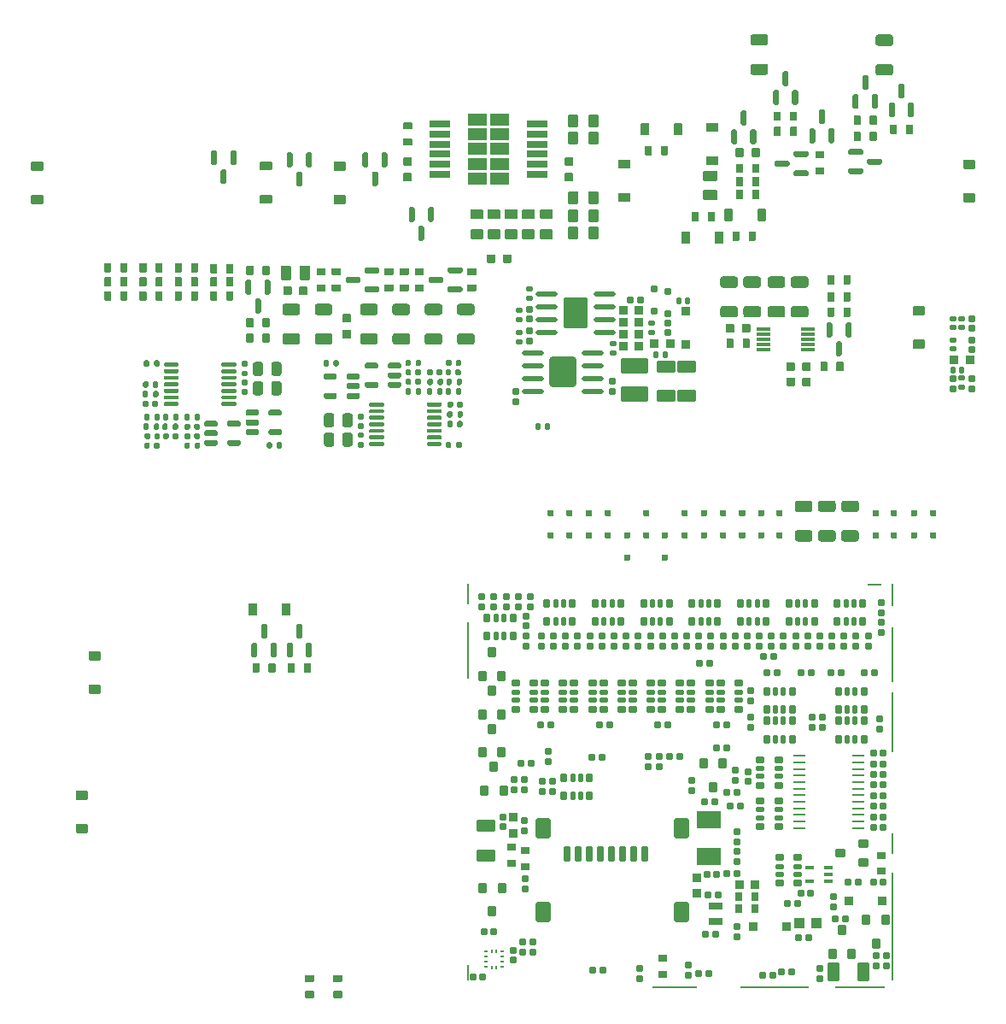
<source format=gbp>
G75*
G70*
%OFA0B0*%
%FSLAX25Y25*%
%IPPOS*%
%LPD*%
%AMOC8*
5,1,8,0,0,1.08239X$1,22.5*
%
%AMM135*
21,1,0.035430,0.030320,-0.000000,-0.000000,270.000000*
21,1,0.028350,0.037400,-0.000000,-0.000000,270.000000*
1,1,0.007090,-0.015160,-0.014170*
1,1,0.007090,-0.015160,0.014170*
1,1,0.007090,0.015160,0.014170*
1,1,0.007090,0.015160,-0.014170*
%
%AMM137*
21,1,0.035830,0.026770,-0.000000,-0.000000,180.000000*
21,1,0.029130,0.033470,-0.000000,-0.000000,180.000000*
1,1,0.006690,-0.014570,0.013390*
1,1,0.006690,0.014570,0.013390*
1,1,0.006690,0.014570,-0.013390*
1,1,0.006690,-0.014570,-0.013390*
%
%AMM138*
21,1,0.070870,0.036220,-0.000000,-0.000000,270.000000*
21,1,0.061810,0.045280,-0.000000,-0.000000,270.000000*
1,1,0.009060,-0.018110,-0.030910*
1,1,0.009060,-0.018110,0.030910*
1,1,0.009060,0.018110,0.030910*
1,1,0.009060,0.018110,-0.030910*
%
%AMM158*
21,1,0.033470,0.026770,-0.000000,-0.000000,90.000000*
21,1,0.026770,0.033470,-0.000000,-0.000000,90.000000*
1,1,0.006690,0.013390,0.013390*
1,1,0.006690,0.013390,-0.013390*
1,1,0.006690,-0.013390,-0.013390*
1,1,0.006690,-0.013390,0.013390*
%
%AMM173*
21,1,0.035830,0.026770,0.000000,-0.000000,270.000000*
21,1,0.029130,0.033470,0.000000,-0.000000,270.000000*
1,1,0.006690,-0.013390,-0.014570*
1,1,0.006690,-0.013390,0.014570*
1,1,0.006690,0.013390,0.014570*
1,1,0.006690,0.013390,-0.014570*
%
%AMM174*
21,1,0.070870,0.036220,0.000000,-0.000000,0.000000*
21,1,0.061810,0.045280,0.000000,-0.000000,0.000000*
1,1,0.009060,0.030910,-0.018110*
1,1,0.009060,-0.030910,-0.018110*
1,1,0.009060,-0.030910,0.018110*
1,1,0.009060,0.030910,0.018110*
%
%AMM177*
21,1,0.023620,0.018900,0.000000,-0.000000,0.000000*
21,1,0.018900,0.023620,0.000000,-0.000000,0.000000*
1,1,0.004720,0.009450,-0.009450*
1,1,0.004720,-0.009450,-0.009450*
1,1,0.004720,-0.009450,0.009450*
1,1,0.004720,0.009450,0.009450*
%
%AMM178*
21,1,0.019680,0.019680,0.000000,-0.000000,270.000000*
21,1,0.015750,0.023620,0.000000,-0.000000,270.000000*
1,1,0.003940,-0.009840,-0.007870*
1,1,0.003940,-0.009840,0.007870*
1,1,0.003940,0.009840,0.007870*
1,1,0.003940,0.009840,-0.007870*
%
%AMM179*
21,1,0.019680,0.019680,0.000000,-0.000000,180.000000*
21,1,0.015750,0.023620,0.000000,-0.000000,180.000000*
1,1,0.003940,-0.007870,0.009840*
1,1,0.003940,0.007870,0.009840*
1,1,0.003940,0.007870,-0.009840*
1,1,0.003940,-0.007870,-0.009840*
%
%AMM193*
21,1,0.106300,0.050390,0.000000,-0.000000,0.000000*
21,1,0.093700,0.062990,0.000000,-0.000000,0.000000*
1,1,0.012600,0.046850,-0.025200*
1,1,0.012600,-0.046850,-0.025200*
1,1,0.012600,-0.046850,0.025200*
1,1,0.012600,0.046850,0.025200*
%
%AMM194*
21,1,0.033470,0.026770,0.000000,-0.000000,180.000000*
21,1,0.026770,0.033470,0.000000,-0.000000,180.000000*
1,1,0.006690,-0.013390,0.013390*
1,1,0.006690,0.013390,0.013390*
1,1,0.006690,0.013390,-0.013390*
1,1,0.006690,-0.013390,-0.013390*
%
%AMM195*
21,1,0.023620,0.018900,0.000000,-0.000000,90.000000*
21,1,0.018900,0.023620,0.000000,-0.000000,90.000000*
1,1,0.004720,0.009450,0.009450*
1,1,0.004720,0.009450,-0.009450*
1,1,0.004720,-0.009450,-0.009450*
1,1,0.004720,-0.009450,0.009450*
%
%AMM196*
21,1,0.122050,0.075590,0.000000,-0.000000,90.000000*
21,1,0.103150,0.094490,0.000000,-0.000000,90.000000*
1,1,0.018900,0.037800,0.051580*
1,1,0.018900,0.037800,-0.051580*
1,1,0.018900,-0.037800,-0.051580*
1,1,0.018900,-0.037800,0.051580*
%
%AMM197*
21,1,0.118110,0.083460,0.000000,-0.000000,270.000000*
21,1,0.097240,0.104330,0.000000,-0.000000,270.000000*
1,1,0.020870,-0.041730,-0.048620*
1,1,0.020870,-0.041730,0.048620*
1,1,0.020870,0.041730,0.048620*
1,1,0.020870,0.041730,-0.048620*
%
%AMM208*
21,1,0.027560,0.030710,-0.000000,-0.000000,180.000000*
21,1,0.022050,0.036220,-0.000000,-0.000000,180.000000*
1,1,0.005510,-0.011020,0.015350*
1,1,0.005510,0.011020,0.015350*
1,1,0.005510,0.011020,-0.015350*
1,1,0.005510,-0.011020,-0.015350*
%
%AMM271*
21,1,0.027560,0.018900,-0.000000,-0.000000,0.000000*
21,1,0.022840,0.023620,-0.000000,-0.000000,0.000000*
1,1,0.004720,0.011420,-0.009450*
1,1,0.004720,-0.011420,-0.009450*
1,1,0.004720,-0.011420,0.009450*
1,1,0.004720,0.011420,0.009450*
%
%AMM274*
21,1,0.025590,0.026380,-0.000000,-0.000000,270.000000*
21,1,0.020470,0.031500,-0.000000,-0.000000,270.000000*
1,1,0.005120,-0.013190,-0.010240*
1,1,0.005120,-0.013190,0.010240*
1,1,0.005120,0.013190,0.010240*
1,1,0.005120,0.013190,-0.010240*
%
%AMM275*
21,1,0.017720,0.027950,-0.000000,-0.000000,270.000000*
21,1,0.014170,0.031500,-0.000000,-0.000000,270.000000*
1,1,0.003540,-0.013980,-0.007090*
1,1,0.003540,-0.013980,0.007090*
1,1,0.003540,0.013980,0.007090*
1,1,0.003540,0.013980,-0.007090*
%
%AMM277*
21,1,0.012600,0.028980,-0.000000,-0.000000,270.000000*
21,1,0.010080,0.031500,-0.000000,-0.000000,270.000000*
1,1,0.002520,-0.014490,-0.005040*
1,1,0.002520,-0.014490,0.005040*
1,1,0.002520,0.014490,0.005040*
1,1,0.002520,0.014490,-0.005040*
%
%AMM280*
21,1,0.027560,0.018900,-0.000000,-0.000000,270.000000*
21,1,0.022840,0.023620,-0.000000,-0.000000,270.000000*
1,1,0.004720,-0.009450,-0.011420*
1,1,0.004720,-0.009450,0.011420*
1,1,0.004720,0.009450,0.011420*
1,1,0.004720,0.009450,-0.011420*
%
%AMM297*
21,1,0.033470,0.026770,-0.000000,-0.000000,0.000000*
21,1,0.026770,0.033470,-0.000000,-0.000000,0.000000*
1,1,0.006690,0.013390,-0.013390*
1,1,0.006690,-0.013390,-0.013390*
1,1,0.006690,-0.013390,0.013390*
1,1,0.006690,0.013390,0.013390*
%
%AMM298*
21,1,0.035430,0.030320,-0.000000,-0.000000,0.000000*
21,1,0.028350,0.037400,-0.000000,-0.000000,0.000000*
1,1,0.007090,0.014170,-0.015160*
1,1,0.007090,-0.014170,-0.015160*
1,1,0.007090,-0.014170,0.015160*
1,1,0.007090,0.014170,0.015160*
%
%AMM299*
21,1,0.070870,0.036220,-0.000000,-0.000000,180.000000*
21,1,0.061810,0.045280,-0.000000,-0.000000,180.000000*
1,1,0.009060,-0.030910,0.018110*
1,1,0.009060,0.030910,0.018110*
1,1,0.009060,0.030910,-0.018110*
1,1,0.009060,-0.030910,-0.018110*
%
%AMM300*
21,1,0.059060,0.020470,-0.000000,-0.000000,270.000000*
21,1,0.053940,0.025590,-0.000000,-0.000000,270.000000*
1,1,0.005120,-0.010240,-0.026970*
1,1,0.005120,-0.010240,0.026970*
1,1,0.005120,0.010240,0.026970*
1,1,0.005120,0.010240,-0.026970*
%
%AMM301*
21,1,0.078740,0.045670,-0.000000,-0.000000,270.000000*
21,1,0.067320,0.057090,-0.000000,-0.000000,270.000000*
1,1,0.011420,-0.022840,-0.033660*
1,1,0.011420,-0.022840,0.033660*
1,1,0.011420,0.022840,0.033660*
1,1,0.011420,0.022840,-0.033660*
%
%AMM302*
21,1,0.025590,0.026380,-0.000000,-0.000000,180.000000*
21,1,0.020470,0.031500,-0.000000,-0.000000,180.000000*
1,1,0.005120,-0.010240,0.013190*
1,1,0.005120,0.010240,0.013190*
1,1,0.005120,0.010240,-0.013190*
1,1,0.005120,-0.010240,-0.013190*
%
%AMM303*
21,1,0.017720,0.027950,-0.000000,-0.000000,180.000000*
21,1,0.014170,0.031500,-0.000000,-0.000000,180.000000*
1,1,0.003540,-0.007090,0.013980*
1,1,0.003540,0.007090,0.013980*
1,1,0.003540,0.007090,-0.013980*
1,1,0.003540,-0.007090,-0.013980*
%
%AMM304*
21,1,0.027560,0.030710,-0.000000,-0.000000,270.000000*
21,1,0.022050,0.036220,-0.000000,-0.000000,270.000000*
1,1,0.005510,-0.015350,-0.011020*
1,1,0.005510,-0.015350,0.011020*
1,1,0.005510,0.015350,0.011020*
1,1,0.005510,0.015350,-0.011020*
%
%AMM305*
21,1,0.027560,0.049610,-0.000000,-0.000000,90.000000*
21,1,0.022050,0.055120,-0.000000,-0.000000,90.000000*
1,1,0.005510,0.024800,0.011020*
1,1,0.005510,0.024800,-0.011020*
1,1,0.005510,-0.024800,-0.011020*
1,1,0.005510,-0.024800,0.011020*
%
%ADD136O,0.04961X0.00984*%
%ADD205R,0.03937X0.04331*%
%ADD210R,0.09449X0.06693*%
%ADD215R,0.00984X0.01378*%
%ADD216R,0.01378X0.00984*%
%ADD269O,0.08661X0.01968*%
%ADD282M135*%
%ADD284M137*%
%ADD285M138*%
%ADD305M158*%
%ADD320M173*%
%ADD321M174*%
%ADD324M177*%
%ADD325M178*%
%ADD326M179*%
%ADD340M193*%
%ADD341M194*%
%ADD342M195*%
%ADD343M196*%
%ADD344M197*%
%ADD36R,0.00787X0.09055*%
%ADD361M208*%
%ADD37R,0.00787X0.42126*%
%ADD38R,0.00787X0.08268*%
%ADD39R,0.00787X0.23622*%
%ADD40R,0.00787X0.21260*%
%ADD41R,0.05512X0.00787*%
%ADD42R,0.19685X0.00787*%
%ADD43R,0.26772X0.00787*%
%ADD44R,0.17717X0.00787*%
%ADD449M271*%
%ADD45R,0.00787X0.06299*%
%ADD452M274*%
%ADD453M275*%
%ADD455M277*%
%ADD458M280*%
%ADD46R,0.00787X0.22441*%
%ADD47R,0.00787X0.07874*%
%ADD475M297*%
%ADD476M298*%
%ADD477M299*%
%ADD478M300*%
%ADD479M301*%
%ADD480M302*%
%ADD481M303*%
%ADD482M304*%
%ADD483M305*%
%ADD77R,0.07874X0.02559*%
%ADD79R,0.05512X0.01181*%
%ADD82R,0.07677X0.04567*%
X0000000Y0000000D02*
%LPD*%
G01*
D36*
X0340945Y0167913D03*
D37*
X0340945Y0038780D03*
D38*
X0340945Y0071063D03*
D39*
X0340945Y0118504D03*
D40*
X0340945Y0144882D03*
D41*
X0333858Y0172047D03*
D42*
X0328346Y0014961D03*
D43*
X0294882Y0014961D03*
D44*
X0256102Y0014961D03*
D45*
X0175197Y0020866D03*
D46*
X0175197Y0146260D03*
D47*
X0175197Y0168504D03*
G36*
G01*
X0303543Y0359154D02*
X0302362Y0359154D01*
G75*
G02*
X0301772Y0359744I0000000J0000591D01*
G01*
X0301772Y0364370D01*
G75*
G02*
X0302362Y0364961I0000591J0000000D01*
G01*
X0303543Y0364961D01*
G75*
G02*
X0304134Y0364370I0000000J-000591D01*
G01*
X0304134Y0359744D01*
G75*
G02*
X0303543Y0359154I-000591J0000000D01*
G01*
G37*
G36*
G01*
X0299803Y0366535D02*
X0298622Y0366535D01*
G75*
G02*
X0298031Y0367126I0000000J0000591D01*
G01*
X0298031Y0371752D01*
G75*
G02*
X0298622Y0372343I0000591J0000000D01*
G01*
X0299803Y0372343D01*
G75*
G02*
X0300394Y0371752I0000000J-000591D01*
G01*
X0300394Y0367126D01*
G75*
G02*
X0299803Y0366535I-000591J0000000D01*
G01*
G37*
G36*
G01*
X0296063Y0359154D02*
X0294882Y0359154D01*
G75*
G02*
X0294291Y0359744I0000000J0000591D01*
G01*
X0294291Y0364370D01*
G75*
G02*
X0294882Y0364961I0000591J0000000D01*
G01*
X0296063Y0364961D01*
G75*
G02*
X0296654Y0364370I0000000J-000591D01*
G01*
X0296654Y0359744D01*
G75*
G02*
X0296063Y0359154I-000591J0000000D01*
G01*
G37*
G36*
G01*
X0285236Y0267677D02*
X0285236Y0264606D01*
G75*
G02*
X0284961Y0264331I-000276J0000000D01*
G01*
X0282756Y0264331D01*
G75*
G02*
X0282480Y0264606I0000000J0000276D01*
G01*
X0282480Y0267677D01*
G75*
G02*
X0282756Y0267953I0000276J0000000D01*
G01*
X0284961Y0267953D01*
G75*
G02*
X0285236Y0267677I0000000J-000276D01*
G01*
G37*
G36*
G01*
X0278937Y0267677D02*
X0278937Y0264606D01*
G75*
G02*
X0278661Y0264331I-000276J0000000D01*
G01*
X0276457Y0264331D01*
G75*
G02*
X0276181Y0264606I0000000J0000276D01*
G01*
X0276181Y0267677D01*
G75*
G02*
X0276457Y0267953I0000276J0000000D01*
G01*
X0278661Y0267953D01*
G75*
G02*
X0278937Y0267677I0000000J-000276D01*
G01*
G37*
G36*
G01*
X0088780Y0293100D02*
X0088780Y0296171D01*
G75*
G02*
X0089055Y0296447I0000276J0000000D01*
G01*
X0091260Y0296447D01*
G75*
G02*
X0091535Y0296171I0000000J-000276D01*
G01*
X0091535Y0293100D01*
G75*
G02*
X0091260Y0292825I-000276J0000000D01*
G01*
X0089055Y0292825D01*
G75*
G02*
X0088780Y0293100I0000000J0000276D01*
G01*
G37*
G36*
G01*
X0095079Y0293100D02*
X0095079Y0296171D01*
G75*
G02*
X0095354Y0296447I0000276J0000000D01*
G01*
X0097559Y0296447D01*
G75*
G02*
X0097835Y0296171I0000000J-000276D01*
G01*
X0097835Y0293100D01*
G75*
G02*
X0097559Y0292825I-000276J0000000D01*
G01*
X0095354Y0292825D01*
G75*
G02*
X0095079Y0293100I0000000J0000276D01*
G01*
G37*
G36*
G01*
X0153289Y0343268D02*
X0150218Y0343268D01*
G75*
G02*
X0149942Y0343543I0000000J0000276D01*
G01*
X0149942Y0345748D01*
G75*
G02*
X0150218Y0346024I0000276J0000000D01*
G01*
X0153289Y0346024D01*
G75*
G02*
X0153564Y0345748I0000000J-000276D01*
G01*
X0153564Y0343543D01*
G75*
G02*
X0153289Y0343268I-000276J0000000D01*
G01*
G37*
G36*
G01*
X0153289Y0349567D02*
X0150218Y0349567D01*
G75*
G02*
X0149942Y0349843I0000000J0000276D01*
G01*
X0149942Y0352047D01*
G75*
G02*
X0150218Y0352323I0000276J0000000D01*
G01*
X0153289Y0352323D01*
G75*
G02*
X0153564Y0352047I0000000J-000276D01*
G01*
X0153564Y0349843D01*
G75*
G02*
X0153289Y0349567I-000276J0000000D01*
G01*
G37*
G36*
G01*
X0112697Y0287953D02*
X0112697Y0285276D01*
G75*
G02*
X0112362Y0284941I-000335J0000000D01*
G01*
X0109685Y0284941D01*
G75*
G02*
X0109350Y0285276I0000000J0000335D01*
G01*
X0109350Y0287953D01*
G75*
G02*
X0109685Y0288287I0000335J0000000D01*
G01*
X0112362Y0288287D01*
G75*
G02*
X0112697Y0287953I0000000J-000335D01*
G01*
G37*
G36*
G01*
X0106476Y0287953D02*
X0106476Y0285276D01*
G75*
G02*
X0106142Y0284941I-000335J0000000D01*
G01*
X0103465Y0284941D01*
G75*
G02*
X0103130Y0285276I0000000J0000335D01*
G01*
X0103130Y0287953D01*
G75*
G02*
X0103465Y0288287I0000335J0000000D01*
G01*
X0106142Y0288287D01*
G75*
G02*
X0106476Y0287953I0000000J-000335D01*
G01*
G37*
G36*
G01*
X0226163Y0317972D02*
X0226163Y0313839D01*
G75*
G02*
X0225769Y0313445I-000394J0000000D01*
G01*
X0222619Y0313445D01*
G75*
G02*
X0222226Y0313839I0000000J0000394D01*
G01*
X0222226Y0317972D01*
G75*
G02*
X0222619Y0318366I0000394J0000000D01*
G01*
X0225769Y0318366D01*
G75*
G02*
X0226163Y0317972I0000000J-000394D01*
G01*
G37*
G36*
G01*
X0218289Y0317972D02*
X0218289Y0313839D01*
G75*
G02*
X0217895Y0313445I-000394J0000000D01*
G01*
X0214745Y0313445D01*
G75*
G02*
X0214352Y0313839I0000000J0000394D01*
G01*
X0214352Y0317972D01*
G75*
G02*
X0214745Y0318366I0000394J0000000D01*
G01*
X0217895Y0318366D01*
G75*
G02*
X0218289Y0317972I0000000J-000394D01*
G01*
G37*
G36*
G01*
X0315551Y0276811D02*
X0315551Y0279882D01*
G75*
G02*
X0315827Y0280157I0000276J0000000D01*
G01*
X0318031Y0280157D01*
G75*
G02*
X0318307Y0279882I0000000J-000276D01*
G01*
X0318307Y0276811D01*
G75*
G02*
X0318031Y0276535I-000276J0000000D01*
G01*
X0315827Y0276535D01*
G75*
G02*
X0315551Y0276811I0000000J0000276D01*
G01*
G37*
G36*
G01*
X0321850Y0276811D02*
X0321850Y0279882D01*
G75*
G02*
X0322126Y0280157I0000276J0000000D01*
G01*
X0324331Y0280157D01*
G75*
G02*
X0324606Y0279882I0000000J-000276D01*
G01*
X0324606Y0276811D01*
G75*
G02*
X0324331Y0276535I-000276J0000000D01*
G01*
X0322126Y0276535D01*
G75*
G02*
X0321850Y0276811I0000000J0000276D01*
G01*
G37*
G36*
G01*
X0150415Y0338799D02*
X0153092Y0338799D01*
G75*
G02*
X0153426Y0338465I0000000J-000335D01*
G01*
X0153426Y0335787D01*
G75*
G02*
X0153092Y0335453I-000335J0000000D01*
G01*
X0150415Y0335453D01*
G75*
G02*
X0150080Y0335787I0000000J0000335D01*
G01*
X0150080Y0338465D01*
G75*
G02*
X0150415Y0338799I0000335J0000000D01*
G01*
G37*
G36*
G01*
X0150415Y0332579D02*
X0153092Y0332579D01*
G75*
G02*
X0153426Y0332244I0000000J-000335D01*
G01*
X0153426Y0329567D01*
G75*
G02*
X0153092Y0329232I-000335J0000000D01*
G01*
X0150415Y0329232D01*
G75*
G02*
X0150080Y0329567I0000000J0000335D01*
G01*
X0150080Y0332244D01*
G75*
G02*
X0150415Y0332579I0000335J0000000D01*
G01*
G37*
G36*
G01*
X0223622Y0192283D02*
X0223622Y0190394D01*
G75*
G02*
X0223386Y0190157I-000236J0000000D01*
G01*
X0221496Y0190157D01*
G75*
G02*
X0221260Y0190394I0000000J0000236D01*
G01*
X0221260Y0192283D01*
G75*
G02*
X0221496Y0192520I0000236J0000000D01*
G01*
X0223386Y0192520D01*
G75*
G02*
X0223622Y0192283I0000000J-000236D01*
G01*
G37*
G36*
G01*
X0223622Y0200945D02*
X0223622Y0199055D01*
G75*
G02*
X0223386Y0198819I-000236J0000000D01*
G01*
X0221496Y0198819D01*
G75*
G02*
X0221260Y0199055I0000000J0000236D01*
G01*
X0221260Y0200945D01*
G75*
G02*
X0221496Y0201181I0000236J0000000D01*
G01*
X0223386Y0201181D01*
G75*
G02*
X0223622Y0200945I0000000J-000236D01*
G01*
G37*
G36*
G01*
X0047047Y0283110D02*
X0047047Y0286181D01*
G75*
G02*
X0047323Y0286457I0000276J0000000D01*
G01*
X0049528Y0286457D01*
G75*
G02*
X0049803Y0286181I0000000J-000276D01*
G01*
X0049803Y0283110D01*
G75*
G02*
X0049528Y0282835I-000276J0000000D01*
G01*
X0047323Y0282835D01*
G75*
G02*
X0047047Y0283110I0000000J0000276D01*
G01*
G37*
G36*
G01*
X0053346Y0283110D02*
X0053346Y0286181D01*
G75*
G02*
X0053622Y0286457I0000276J0000000D01*
G01*
X0055827Y0286457D01*
G75*
G02*
X0056102Y0286181I0000000J-000276D01*
G01*
X0056102Y0283110D01*
G75*
G02*
X0055827Y0282835I-000276J0000000D01*
G01*
X0053622Y0282835D01*
G75*
G02*
X0053346Y0283110I0000000J0000276D01*
G01*
G37*
G36*
G01*
X0047047Y0294134D02*
X0047047Y0297205D01*
G75*
G02*
X0047323Y0297480I0000276J0000000D01*
G01*
X0049528Y0297480D01*
G75*
G02*
X0049803Y0297205I0000000J-000276D01*
G01*
X0049803Y0294134D01*
G75*
G02*
X0049528Y0293858I-000276J0000000D01*
G01*
X0047323Y0293858D01*
G75*
G02*
X0047047Y0294134I0000000J0000276D01*
G01*
G37*
G36*
G01*
X0053346Y0294134D02*
X0053346Y0297205D01*
G75*
G02*
X0053622Y0297480I0000276J0000000D01*
G01*
X0055827Y0297480D01*
G75*
G02*
X0056102Y0297205I0000000J-000276D01*
G01*
X0056102Y0294134D01*
G75*
G02*
X0055827Y0293858I-000276J0000000D01*
G01*
X0053622Y0293858D01*
G75*
G02*
X0053346Y0294134I0000000J0000276D01*
G01*
G37*
G36*
G01*
X0299547Y0249843D02*
X0299547Y0252520D01*
G75*
G02*
X0299882Y0252854I0000335J0000000D01*
G01*
X0302559Y0252854D01*
G75*
G02*
X0302894Y0252520I0000000J-000335D01*
G01*
X0302894Y0249843D01*
G75*
G02*
X0302559Y0249508I-000335J0000000D01*
G01*
X0299882Y0249508D01*
G75*
G02*
X0299547Y0249843I0000000J0000335D01*
G01*
G37*
G36*
G01*
X0305768Y0249843D02*
X0305768Y0252520D01*
G75*
G02*
X0306102Y0252854I0000335J0000000D01*
G01*
X0308780Y0252854D01*
G75*
G02*
X0309114Y0252520I0000000J-000335D01*
G01*
X0309114Y0249843D01*
G75*
G02*
X0308780Y0249508I-000335J0000000D01*
G01*
X0306102Y0249508D01*
G75*
G02*
X0305768Y0249843I0000000J0000335D01*
G01*
G37*
G36*
G01*
X0275197Y0314232D02*
X0275197Y0318248D01*
G75*
G02*
X0275551Y0318602I0000354J0000000D01*
G01*
X0278386Y0318602D01*
G75*
G02*
X0278740Y0318248I0000000J-000354D01*
G01*
X0278740Y0314232D01*
G75*
G02*
X0278386Y0313878I-000354J0000000D01*
G01*
X0275551Y0313878D01*
G75*
G02*
X0275197Y0314232I0000000J0000354D01*
G01*
G37*
G36*
G01*
X0288189Y0314232D02*
X0288189Y0318248D01*
G75*
G02*
X0288543Y0318602I0000354J0000000D01*
G01*
X0291378Y0318602D01*
G75*
G02*
X0291732Y0318248I0000000J-000354D01*
G01*
X0291732Y0314232D01*
G75*
G02*
X0291378Y0313878I-000354J0000000D01*
G01*
X0288543Y0313878D01*
G75*
G02*
X0288189Y0314232I0000000J0000354D01*
G01*
G37*
G36*
G01*
X0192185Y0300551D02*
X0192185Y0297874D01*
G75*
G02*
X0191850Y0297539I-000335J0000000D01*
G01*
X0189173Y0297539D01*
G75*
G02*
X0188839Y0297874I0000000J0000335D01*
G01*
X0188839Y0300551D01*
G75*
G02*
X0189173Y0300886I0000335J0000000D01*
G01*
X0191850Y0300886D01*
G75*
G02*
X0192185Y0300551I0000000J-000335D01*
G01*
G37*
G36*
G01*
X0185965Y0300551D02*
X0185965Y0297874D01*
G75*
G02*
X0185630Y0297539I-000335J0000000D01*
G01*
X0182953Y0297539D01*
G75*
G02*
X0182618Y0297874I0000000J0000335D01*
G01*
X0182618Y0300551D01*
G75*
G02*
X0182953Y0300886I0000335J0000000D01*
G01*
X0185630Y0300886D01*
G75*
G02*
X0185965Y0300551I0000000J-000335D01*
G01*
G37*
G36*
G01*
X0236220Y0190394D02*
X0236220Y0192283D01*
G75*
G02*
X0236457Y0192520I0000236J0000000D01*
G01*
X0238346Y0192520D01*
G75*
G02*
X0238583Y0192283I0000000J-000236D01*
G01*
X0238583Y0190394D01*
G75*
G02*
X0238346Y0190157I-000236J0000000D01*
G01*
X0236457Y0190157D01*
G75*
G02*
X0236220Y0190394I0000000J0000236D01*
G01*
G37*
G36*
G01*
X0236220Y0181732D02*
X0236220Y0183622D01*
G75*
G02*
X0236457Y0183858I0000236J0000000D01*
G01*
X0238346Y0183858D01*
G75*
G02*
X0238583Y0183622I0000000J-000236D01*
G01*
X0238583Y0181732D01*
G75*
G02*
X0238346Y0181496I-000236J0000000D01*
G01*
X0236457Y0181496D01*
G75*
G02*
X0236220Y0181732I0000000J0000236D01*
G01*
G37*
G36*
G01*
X0326870Y0188878D02*
X0321949Y0188878D01*
G75*
G02*
X0320965Y0189862I0000000J0000984D01*
G01*
X0320965Y0192323D01*
G75*
G02*
X0321949Y0193307I0000984J0000000D01*
G01*
X0326870Y0193307D01*
G75*
G02*
X0327854Y0192323I0000000J-000984D01*
G01*
X0327854Y0189862D01*
G75*
G02*
X0326870Y0188878I-000984J0000000D01*
G01*
G37*
G36*
G01*
X0326870Y0200394D02*
X0321949Y0200394D01*
G75*
G02*
X0320965Y0201378I0000000J0000984D01*
G01*
X0320965Y0203839D01*
G75*
G02*
X0321949Y0204823I0000984J0000000D01*
G01*
X0326870Y0204823D01*
G75*
G02*
X0327854Y0203839I0000000J-000984D01*
G01*
X0327854Y0201378D01*
G75*
G02*
X0326870Y0200394I-000984J0000000D01*
G01*
G37*
G36*
G01*
X0216084Y0329232D02*
X0213407Y0329232D01*
G75*
G02*
X0213072Y0329567I0000000J0000335D01*
G01*
X0213072Y0332244D01*
G75*
G02*
X0213407Y0332579I0000335J0000000D01*
G01*
X0216084Y0332579D01*
G75*
G02*
X0216418Y0332244I0000000J-000335D01*
G01*
X0216418Y0329567D01*
G75*
G02*
X0216084Y0329232I-000335J0000000D01*
G01*
G37*
G36*
G01*
X0216084Y0335453D02*
X0213407Y0335453D01*
G75*
G02*
X0213072Y0335787I0000000J0000335D01*
G01*
X0213072Y0338465D01*
G75*
G02*
X0213407Y0338799I0000335J0000000D01*
G01*
X0216084Y0338799D01*
G75*
G02*
X0216418Y0338465I0000000J-000335D01*
G01*
X0216418Y0335787D01*
G75*
G02*
X0216084Y0335453I-000335J0000000D01*
G01*
G37*
G36*
G01*
X0075591Y0341486D02*
X0076772Y0341486D01*
G75*
G02*
X0077362Y0340896I0000000J-000591D01*
G01*
X0077362Y0336270D01*
G75*
G02*
X0076772Y0335679I-000591J0000000D01*
G01*
X0075591Y0335679D01*
G75*
G02*
X0075000Y0336270I0000000J0000591D01*
G01*
X0075000Y0340896D01*
G75*
G02*
X0075591Y0341486I0000591J0000000D01*
G01*
G37*
G36*
G01*
X0083071Y0341486D02*
X0084252Y0341486D01*
G75*
G02*
X0084843Y0340896I0000000J-000591D01*
G01*
X0084843Y0336270D01*
G75*
G02*
X0084252Y0335679I-000591J0000000D01*
G01*
X0083071Y0335679D01*
G75*
G02*
X0082480Y0336270I0000000J0000591D01*
G01*
X0082480Y0340896D01*
G75*
G02*
X0083071Y0341486I0000591J0000000D01*
G01*
G37*
G36*
G01*
X0079331Y0334104D02*
X0080512Y0334104D01*
G75*
G02*
X0081102Y0333514I0000000J-000591D01*
G01*
X0081102Y0328888D01*
G75*
G02*
X0080512Y0328297I-000591J0000000D01*
G01*
X0079331Y0328297D01*
G75*
G02*
X0078740Y0328888I0000000J0000591D01*
G01*
X0078740Y0333514D01*
G75*
G02*
X0079331Y0334104I0000591J0000000D01*
G01*
G37*
G36*
G01*
X0339961Y0348071D02*
X0339961Y0351142D01*
G75*
G02*
X0340236Y0351417I0000276J0000000D01*
G01*
X0342441Y0351417D01*
G75*
G02*
X0342717Y0351142I0000000J-000276D01*
G01*
X0342717Y0348071D01*
G75*
G02*
X0342441Y0347795I-000276J0000000D01*
G01*
X0340236Y0347795D01*
G75*
G02*
X0339961Y0348071I0000000J0000276D01*
G01*
G37*
G36*
G01*
X0346260Y0348071D02*
X0346260Y0351142D01*
G75*
G02*
X0346535Y0351417I0000276J0000000D01*
G01*
X0348740Y0351417D01*
G75*
G02*
X0349016Y0351142I0000000J-000276D01*
G01*
X0349016Y0348071D01*
G75*
G02*
X0348740Y0347795I-000276J0000000D01*
G01*
X0346535Y0347795D01*
G75*
G02*
X0346260Y0348071I0000000J0000276D01*
G01*
G37*
G36*
G01*
X0288681Y0276280D02*
X0283760Y0276280D01*
G75*
G02*
X0282776Y0277264I0000000J0000984D01*
G01*
X0282776Y0279724D01*
G75*
G02*
X0283760Y0280709I0000984J0000000D01*
G01*
X0288681Y0280709D01*
G75*
G02*
X0289665Y0279724I0000000J-000984D01*
G01*
X0289665Y0277264D01*
G75*
G02*
X0288681Y0276280I-000984J0000000D01*
G01*
G37*
G36*
G01*
X0288681Y0287795D02*
X0283760Y0287795D01*
G75*
G02*
X0282776Y0288780I0000000J0000984D01*
G01*
X0282776Y0291240D01*
G75*
G02*
X0283760Y0292224I0000984J0000000D01*
G01*
X0288681Y0292224D01*
G75*
G02*
X0289665Y0291240I0000000J-000984D01*
G01*
X0289665Y0288780D01*
G75*
G02*
X0288681Y0287795I-000984J0000000D01*
G01*
G37*
G36*
G01*
X0342667Y0192289D02*
X0342667Y0190400D01*
G75*
G02*
X0342431Y0190163I-000236J0000000D01*
G01*
X0340541Y0190163D01*
G75*
G02*
X0340305Y0190400I0000000J0000236D01*
G01*
X0340305Y0192289D01*
G75*
G02*
X0340541Y0192526I0000236J0000000D01*
G01*
X0342431Y0192526D01*
G75*
G02*
X0342667Y0192289I0000000J-000236D01*
G01*
G37*
G36*
G01*
X0342667Y0200951D02*
X0342667Y0199061D01*
G75*
G02*
X0342431Y0198825I-000236J0000000D01*
G01*
X0340541Y0198825D01*
G75*
G02*
X0340305Y0199061I0000000J0000236D01*
G01*
X0340305Y0200951D01*
G75*
G02*
X0340541Y0201187I0000236J0000000D01*
G01*
X0342431Y0201187D01*
G75*
G02*
X0342667Y0200951I0000000J-000236D01*
G01*
G37*
G36*
G01*
X0173130Y0295276D02*
X0173130Y0294094D01*
G75*
G02*
X0172539Y0293504I-000591J0000000D01*
G01*
X0167913Y0293504D01*
G75*
G02*
X0167323Y0294094I0000000J0000591D01*
G01*
X0167323Y0295276D01*
G75*
G02*
X0167913Y0295866I0000591J0000000D01*
G01*
X0172539Y0295866D01*
G75*
G02*
X0173130Y0295276I0000000J-000591D01*
G01*
G37*
G36*
G01*
X0165748Y0291535D02*
X0165748Y0290354D01*
G75*
G02*
X0165157Y0289764I-000591J0000000D01*
G01*
X0160531Y0289764D01*
G75*
G02*
X0159941Y0290354I0000000J0000591D01*
G01*
X0159941Y0291535D01*
G75*
G02*
X0160531Y0292126I0000591J0000000D01*
G01*
X0165157Y0292126D01*
G75*
G02*
X0165748Y0291535I0000000J-000591D01*
G01*
G37*
G36*
G01*
X0173130Y0287795D02*
X0173130Y0286614D01*
G75*
G02*
X0172539Y0286024I-000591J0000000D01*
G01*
X0167913Y0286024D01*
G75*
G02*
X0167323Y0286614I0000000J0000591D01*
G01*
X0167323Y0287795D01*
G75*
G02*
X0167913Y0288386I0000591J0000000D01*
G01*
X0172539Y0288386D01*
G75*
G02*
X0173130Y0287795I0000000J-000591D01*
G01*
G37*
G36*
G01*
X0151673Y0265650D02*
X0146752Y0265650D01*
G75*
G02*
X0145768Y0266634I0000000J0000984D01*
G01*
X0145768Y0269094D01*
G75*
G02*
X0146752Y0270079I0000984J0000000D01*
G01*
X0151673Y0270079D01*
G75*
G02*
X0152657Y0269094I0000000J-000984D01*
G01*
X0152657Y0266634D01*
G75*
G02*
X0151673Y0265650I-000984J0000000D01*
G01*
G37*
G36*
G01*
X0151673Y0277165D02*
X0146752Y0277165D01*
G75*
G02*
X0145768Y0278150I0000000J0000984D01*
G01*
X0145768Y0280610D01*
G75*
G02*
X0146752Y0281594I0000984J0000000D01*
G01*
X0151673Y0281594D01*
G75*
G02*
X0152657Y0280610I0000000J-000984D01*
G01*
X0152657Y0278150D01*
G75*
G02*
X0151673Y0277165I-000984J0000000D01*
G01*
G37*
G36*
G01*
X0334646Y0357579D02*
X0333465Y0357579D01*
G75*
G02*
X0332874Y0358169I0000000J0000591D01*
G01*
X0332874Y0362795D01*
G75*
G02*
X0333465Y0363386I0000591J0000000D01*
G01*
X0334646Y0363386D01*
G75*
G02*
X0335236Y0362795I0000000J-000591D01*
G01*
X0335236Y0358169D01*
G75*
G02*
X0334646Y0357579I-000591J0000000D01*
G01*
G37*
G36*
G01*
X0330906Y0364961D02*
X0329724Y0364961D01*
G75*
G02*
X0329134Y0365551I0000000J0000591D01*
G01*
X0329134Y0370177D01*
G75*
G02*
X0329724Y0370768I0000591J0000000D01*
G01*
X0330906Y0370768D01*
G75*
G02*
X0331496Y0370177I0000000J-000591D01*
G01*
X0331496Y0365551D01*
G75*
G02*
X0330906Y0364961I-000591J0000000D01*
G01*
G37*
G36*
G01*
X0327165Y0357579D02*
X0325984Y0357579D01*
G75*
G02*
X0325394Y0358169I0000000J0000591D01*
G01*
X0325394Y0362795D01*
G75*
G02*
X0325984Y0363386I0000591J0000000D01*
G01*
X0327165Y0363386D01*
G75*
G02*
X0327756Y0362795I0000000J-000591D01*
G01*
X0327756Y0358169D01*
G75*
G02*
X0327165Y0357579I-000591J0000000D01*
G01*
G37*
G36*
G01*
X0091142Y0138061D02*
X0091142Y0141132D01*
G75*
G02*
X0091417Y0141408I0000276J0000000D01*
G01*
X0093622Y0141408D01*
G75*
G02*
X0093898Y0141132I0000000J-000276D01*
G01*
X0093898Y0138061D01*
G75*
G02*
X0093622Y0137786I-000276J0000000D01*
G01*
X0091417Y0137786D01*
G75*
G02*
X0091142Y0138061I0000000J0000276D01*
G01*
G37*
G36*
G01*
X0097441Y0138061D02*
X0097441Y0141132D01*
G75*
G02*
X0097717Y0141408I0000276J0000000D01*
G01*
X0099921Y0141408D01*
G75*
G02*
X0100197Y0141132I0000000J-000276D01*
G01*
X0100197Y0138061D01*
G75*
G02*
X0099921Y0137786I-000276J0000000D01*
G01*
X0097717Y0137786D01*
G75*
G02*
X0097441Y0138061I0000000J0000276D01*
G01*
G37*
G36*
G01*
X0026496Y0075197D02*
X0022480Y0075197D01*
G75*
G02*
X0022126Y0075551I0000000J0000354D01*
G01*
X0022126Y0078386D01*
G75*
G02*
X0022480Y0078740I0000354J0000000D01*
G01*
X0026496Y0078740D01*
G75*
G02*
X0026850Y0078386I0000000J-000354D01*
G01*
X0026850Y0075551D01*
G75*
G02*
X0026496Y0075197I-000354J0000000D01*
G01*
G37*
G36*
G01*
X0026496Y0088189D02*
X0022480Y0088189D01*
G75*
G02*
X0022126Y0088543I0000000J0000354D01*
G01*
X0022126Y0091378D01*
G75*
G02*
X0022480Y0091732I0000354J0000000D01*
G01*
X0026496Y0091732D01*
G75*
G02*
X0026850Y0091378I0000000J-000354D01*
G01*
X0026850Y0088543D01*
G75*
G02*
X0026496Y0088189I-000354J0000000D01*
G01*
G37*
G36*
G01*
X0231053Y0192289D02*
X0231053Y0190400D01*
G75*
G02*
X0230817Y0190163I-000236J0000000D01*
G01*
X0228927Y0190163D01*
G75*
G02*
X0228691Y0190400I0000000J0000236D01*
G01*
X0228691Y0192289D01*
G75*
G02*
X0228927Y0192526I0000236J0000000D01*
G01*
X0230817Y0192526D01*
G75*
G02*
X0231053Y0192289I0000000J-000236D01*
G01*
G37*
G36*
G01*
X0231053Y0200951D02*
X0231053Y0199061D01*
G75*
G02*
X0230817Y0198825I-000236J0000000D01*
G01*
X0228927Y0198825D01*
G75*
G02*
X0228691Y0199061I0000000J0000236D01*
G01*
X0228691Y0200951D01*
G75*
G02*
X0228927Y0201187I0000236J0000000D01*
G01*
X0230817Y0201187D01*
G75*
G02*
X0231053Y0200951I0000000J-000236D01*
G01*
G37*
G36*
G01*
X0278543Y0306437D02*
X0278543Y0309508D01*
G75*
G02*
X0278819Y0309783I0000276J0000000D01*
G01*
X0281024Y0309783D01*
G75*
G02*
X0281299Y0309508I0000000J-000276D01*
G01*
X0281299Y0306437D01*
G75*
G02*
X0281024Y0306161I-000276J0000000D01*
G01*
X0278819Y0306161D01*
G75*
G02*
X0278543Y0306437I0000000J0000276D01*
G01*
G37*
G36*
G01*
X0284843Y0306437D02*
X0284843Y0309508D01*
G75*
G02*
X0285118Y0309783I0000276J0000000D01*
G01*
X0287323Y0309783D01*
G75*
G02*
X0287598Y0309508I0000000J-000276D01*
G01*
X0287598Y0306437D01*
G75*
G02*
X0287323Y0306161I-000276J0000000D01*
G01*
X0285118Y0306161D01*
G75*
G02*
X0284843Y0306437I0000000J0000276D01*
G01*
G37*
G36*
G01*
X0324606Y0285787D02*
X0324606Y0282717D01*
G75*
G02*
X0324331Y0282441I-000276J0000000D01*
G01*
X0322126Y0282441D01*
G75*
G02*
X0321850Y0282717I0000000J0000276D01*
G01*
X0321850Y0285787D01*
G75*
G02*
X0322126Y0286063I0000276J0000000D01*
G01*
X0324331Y0286063D01*
G75*
G02*
X0324606Y0285787I0000000J-000276D01*
G01*
G37*
G36*
G01*
X0318307Y0285787D02*
X0318307Y0282717D01*
G75*
G02*
X0318031Y0282441I-000276J0000000D01*
G01*
X0315827Y0282441D01*
G75*
G02*
X0315551Y0282717I0000000J0000276D01*
G01*
X0315551Y0285787D01*
G75*
G02*
X0315827Y0286063I0000276J0000000D01*
G01*
X0318031Y0286063D01*
G75*
G02*
X0318307Y0285787I0000000J-000276D01*
G01*
G37*
G36*
G01*
X0299547Y0255748D02*
X0299547Y0258425D01*
G75*
G02*
X0299882Y0258760I0000335J0000000D01*
G01*
X0302559Y0258760D01*
G75*
G02*
X0302894Y0258425I0000000J-000335D01*
G01*
X0302894Y0255748D01*
G75*
G02*
X0302559Y0255413I-000335J0000000D01*
G01*
X0299882Y0255413D01*
G75*
G02*
X0299547Y0255748I0000000J0000335D01*
G01*
G37*
G36*
G01*
X0305768Y0255748D02*
X0305768Y0258425D01*
G75*
G02*
X0306102Y0258760I0000335J0000000D01*
G01*
X0308780Y0258760D01*
G75*
G02*
X0309114Y0258425I0000000J-000335D01*
G01*
X0309114Y0255748D01*
G75*
G02*
X0308780Y0255413I-000335J0000000D01*
G01*
X0306102Y0255413D01*
G75*
G02*
X0305768Y0255748I0000000J0000335D01*
G01*
G37*
G36*
G01*
X0353209Y0264075D02*
X0349193Y0264075D01*
G75*
G02*
X0348839Y0264429I0000000J0000354D01*
G01*
X0348839Y0267264D01*
G75*
G02*
X0349193Y0267618I0000354J0000000D01*
G01*
X0353209Y0267618D01*
G75*
G02*
X0353563Y0267264I0000000J-000354D01*
G01*
X0353563Y0264429D01*
G75*
G02*
X0353209Y0264075I-000354J0000000D01*
G01*
G37*
G36*
G01*
X0353209Y0277067D02*
X0349193Y0277067D01*
G75*
G02*
X0348839Y0277421I0000000J0000354D01*
G01*
X0348839Y0280256D01*
G75*
G02*
X0349193Y0280610I0000354J0000000D01*
G01*
X0353209Y0280610D01*
G75*
G02*
X0353563Y0280256I0000000J-000354D01*
G01*
X0353563Y0277421D01*
G75*
G02*
X0353209Y0277067I-000354J0000000D01*
G01*
G37*
G36*
G01*
X0283465Y0192283D02*
X0283465Y0190394D01*
G75*
G02*
X0283228Y0190157I-000236J0000000D01*
G01*
X0281339Y0190157D01*
G75*
G02*
X0281102Y0190394I0000000J0000236D01*
G01*
X0281102Y0192283D01*
G75*
G02*
X0281339Y0192520I0000236J0000000D01*
G01*
X0283228Y0192520D01*
G75*
G02*
X0283465Y0192283I0000000J-000236D01*
G01*
G37*
G36*
G01*
X0283465Y0200945D02*
X0283465Y0199055D01*
G75*
G02*
X0283228Y0198819I-000236J0000000D01*
G01*
X0281339Y0198819D01*
G75*
G02*
X0281102Y0199055I0000000J0000236D01*
G01*
X0281102Y0200945D01*
G75*
G02*
X0281339Y0201181I0000236J0000000D01*
G01*
X0283228Y0201181D01*
G75*
G02*
X0283465Y0200945I0000000J-000236D01*
G01*
G37*
G36*
G01*
X0285492Y0273386D02*
X0285492Y0270709D01*
G75*
G02*
X0285157Y0270374I-000335J0000000D01*
G01*
X0282480Y0270374D01*
G75*
G02*
X0282146Y0270709I0000000J0000335D01*
G01*
X0282146Y0273386D01*
G75*
G02*
X0282480Y0273720I0000335J0000000D01*
G01*
X0285157Y0273720D01*
G75*
G02*
X0285492Y0273386I0000000J-000335D01*
G01*
G37*
G36*
G01*
X0279272Y0273386D02*
X0279272Y0270709D01*
G75*
G02*
X0278937Y0270374I-000335J0000000D01*
G01*
X0276260Y0270374D01*
G75*
G02*
X0275925Y0270709I0000000J0000335D01*
G01*
X0275925Y0273386D01*
G75*
G02*
X0276260Y0273720I0000335J0000000D01*
G01*
X0278937Y0273720D01*
G75*
G02*
X0279272Y0273386I0000000J-000335D01*
G01*
G37*
G36*
G01*
X0060827Y0283110D02*
X0060827Y0286181D01*
G75*
G02*
X0061102Y0286457I0000276J0000000D01*
G01*
X0063307Y0286457D01*
G75*
G02*
X0063583Y0286181I0000000J-000276D01*
G01*
X0063583Y0283110D01*
G75*
G02*
X0063307Y0282835I-000276J0000000D01*
G01*
X0061102Y0282835D01*
G75*
G02*
X0060827Y0283110I0000000J0000276D01*
G01*
G37*
G36*
G01*
X0067126Y0283110D02*
X0067126Y0286181D01*
G75*
G02*
X0067402Y0286457I0000276J0000000D01*
G01*
X0069606Y0286457D01*
G75*
G02*
X0069882Y0286181I0000000J-000276D01*
G01*
X0069882Y0283110D01*
G75*
G02*
X0069606Y0282835I-000276J0000000D01*
G01*
X0067402Y0282835D01*
G75*
G02*
X0067126Y0283110I0000000J0000276D01*
G01*
G37*
G36*
G01*
X0140699Y0295276D02*
X0140699Y0294094D01*
G75*
G02*
X0140108Y0293504I-000591J0000000D01*
G01*
X0135482Y0293504D01*
G75*
G02*
X0134892Y0294094I0000000J0000591D01*
G01*
X0134892Y0295276D01*
G75*
G02*
X0135482Y0295866I0000591J0000000D01*
G01*
X0140108Y0295866D01*
G75*
G02*
X0140699Y0295276I0000000J-000591D01*
G01*
G37*
G36*
G01*
X0133317Y0291535D02*
X0133317Y0290354D01*
G75*
G02*
X0132726Y0289764I-000591J0000000D01*
G01*
X0128100Y0289764D01*
G75*
G02*
X0127510Y0290354I0000000J0000591D01*
G01*
X0127510Y0291535D01*
G75*
G02*
X0128100Y0292126I0000591J0000000D01*
G01*
X0132726Y0292126D01*
G75*
G02*
X0133317Y0291535I0000000J-000591D01*
G01*
G37*
G36*
G01*
X0140699Y0287795D02*
X0140699Y0286614D01*
G75*
G02*
X0140108Y0286024I-000591J0000000D01*
G01*
X0135482Y0286024D01*
G75*
G02*
X0134892Y0286614I0000000J0000591D01*
G01*
X0134892Y0287795D01*
G75*
G02*
X0135482Y0288386I0000591J0000000D01*
G01*
X0140108Y0288386D01*
G75*
G02*
X0140699Y0287795I0000000J-000591D01*
G01*
G37*
G36*
G01*
X0151929Y0286417D02*
X0148858Y0286417D01*
G75*
G02*
X0148583Y0286693I0000000J0000276D01*
G01*
X0148583Y0288898D01*
G75*
G02*
X0148858Y0289173I0000276J0000000D01*
G01*
X0151929Y0289173D01*
G75*
G02*
X0152205Y0288898I0000000J-000276D01*
G01*
X0152205Y0286693D01*
G75*
G02*
X0151929Y0286417I-000276J0000000D01*
G01*
G37*
G36*
G01*
X0151929Y0292717D02*
X0148858Y0292717D01*
G75*
G02*
X0148583Y0292992I0000000J0000276D01*
G01*
X0148583Y0295197D01*
G75*
G02*
X0148858Y0295472I0000276J0000000D01*
G01*
X0151929Y0295472D01*
G75*
G02*
X0152205Y0295197I0000000J-000276D01*
G01*
X0152205Y0292992D01*
G75*
G02*
X0151929Y0292717I-000276J0000000D01*
G01*
G37*
G36*
G01*
X0291437Y0370768D02*
X0286516Y0370768D01*
G75*
G02*
X0285531Y0371752I0000000J0000984D01*
G01*
X0285531Y0374213D01*
G75*
G02*
X0286516Y0375197I0000984J0000000D01*
G01*
X0291437Y0375197D01*
G75*
G02*
X0292421Y0374213I0000000J-000984D01*
G01*
X0292421Y0371752D01*
G75*
G02*
X0291437Y0370768I-000984J0000000D01*
G01*
G37*
G36*
G01*
X0291437Y0382283D02*
X0286516Y0382283D01*
G75*
G02*
X0285531Y0383268I0000000J0000984D01*
G01*
X0285531Y0385728D01*
G75*
G02*
X0286516Y0386713I0000984J0000000D01*
G01*
X0291437Y0386713D01*
G75*
G02*
X0292421Y0385728I0000000J-000984D01*
G01*
X0292421Y0383268D01*
G75*
G02*
X0291437Y0382283I-000984J0000000D01*
G01*
G37*
G36*
G01*
X0178307Y0286417D02*
X0175236Y0286417D01*
G75*
G02*
X0174961Y0286693I0000000J0000276D01*
G01*
X0174961Y0288898D01*
G75*
G02*
X0175236Y0289173I0000276J0000000D01*
G01*
X0178307Y0289173D01*
G75*
G02*
X0178583Y0288898I0000000J-000276D01*
G01*
X0178583Y0286693D01*
G75*
G02*
X0178307Y0286417I-000276J0000000D01*
G01*
G37*
G36*
G01*
X0178307Y0292717D02*
X0175236Y0292717D01*
G75*
G02*
X0174961Y0292992I0000000J0000276D01*
G01*
X0174961Y0295197D01*
G75*
G02*
X0175236Y0295472I0000276J0000000D01*
G01*
X0178307Y0295472D01*
G75*
G02*
X0178583Y0295197I0000000J-000276D01*
G01*
X0178583Y0292992D01*
G75*
G02*
X0178307Y0292717I-000276J0000000D01*
G01*
G37*
G36*
G01*
X0348819Y0354281D02*
X0347638Y0354281D01*
G75*
G02*
X0347047Y0354872I0000000J0000591D01*
G01*
X0347047Y0359498D01*
G75*
G02*
X0347638Y0360089I0000591J0000000D01*
G01*
X0348819Y0360089D01*
G75*
G02*
X0349409Y0359498I0000000J-000591D01*
G01*
X0349409Y0354872D01*
G75*
G02*
X0348819Y0354281I-000591J0000000D01*
G01*
G37*
G36*
G01*
X0345079Y0361663D02*
X0343898Y0361663D01*
G75*
G02*
X0343307Y0362254I0000000J0000591D01*
G01*
X0343307Y0366880D01*
G75*
G02*
X0343898Y0367470I0000591J0000000D01*
G01*
X0345079Y0367470D01*
G75*
G02*
X0345669Y0366880I0000000J-000591D01*
G01*
X0345669Y0362254D01*
G75*
G02*
X0345079Y0361663I-000591J0000000D01*
G01*
G37*
G36*
G01*
X0341339Y0354281D02*
X0340157Y0354281D01*
G75*
G02*
X0339567Y0354872I0000000J0000591D01*
G01*
X0339567Y0359498D01*
G75*
G02*
X0340157Y0360089I0000591J0000000D01*
G01*
X0341339Y0360089D01*
G75*
G02*
X0341929Y0359498I0000000J-000591D01*
G01*
X0341929Y0354872D01*
G75*
G02*
X0341339Y0354281I-000591J0000000D01*
G01*
G37*
G36*
G01*
X0083661Y0291693D02*
X0083661Y0288622D01*
G75*
G02*
X0083386Y0288346I-000276J0000000D01*
G01*
X0081181Y0288346D01*
G75*
G02*
X0080906Y0288622I0000000J0000276D01*
G01*
X0080906Y0291693D01*
G75*
G02*
X0081181Y0291969I0000276J0000000D01*
G01*
X0083386Y0291969D01*
G75*
G02*
X0083661Y0291693I0000000J-000276D01*
G01*
G37*
G36*
G01*
X0077362Y0291693D02*
X0077362Y0288622D01*
G75*
G02*
X0077087Y0288346I-000276J0000000D01*
G01*
X0074882Y0288346D01*
G75*
G02*
X0074606Y0288622I0000000J0000276D01*
G01*
X0074606Y0291693D01*
G75*
G02*
X0074882Y0291969I0000276J0000000D01*
G01*
X0077087Y0291969D01*
G75*
G02*
X0077362Y0291693I0000000J-000276D01*
G01*
G37*
G36*
G01*
X0226163Y0354980D02*
X0226163Y0350846D01*
G75*
G02*
X0225769Y0350453I-000394J0000000D01*
G01*
X0222619Y0350453D01*
G75*
G02*
X0222226Y0350846I0000000J0000394D01*
G01*
X0222226Y0354980D01*
G75*
G02*
X0222619Y0355374I0000394J0000000D01*
G01*
X0225769Y0355374D01*
G75*
G02*
X0226163Y0354980I0000000J-000394D01*
G01*
G37*
G36*
G01*
X0218289Y0354980D02*
X0218289Y0350846D01*
G75*
G02*
X0217895Y0350453I-000394J0000000D01*
G01*
X0214745Y0350453D01*
G75*
G02*
X0214352Y0350846I0000000J0000394D01*
G01*
X0214352Y0354980D01*
G75*
G02*
X0214745Y0355374I0000394J0000000D01*
G01*
X0217895Y0355374D01*
G75*
G02*
X0218289Y0354980I0000000J-000394D01*
G01*
G37*
G36*
G01*
X0267421Y0333415D02*
X0272343Y0333415D01*
G75*
G02*
X0272736Y0333022I0000000J-000394D01*
G01*
X0272736Y0329872D01*
G75*
G02*
X0272343Y0329478I-000394J0000000D01*
G01*
X0267421Y0329478D01*
G75*
G02*
X0267028Y0329872I0000000J0000394D01*
G01*
X0267028Y0333022D01*
G75*
G02*
X0267421Y0333415I0000394J0000000D01*
G01*
G37*
G36*
G01*
X0267421Y0325935D02*
X0272343Y0325935D01*
G75*
G02*
X0272736Y0325541I0000000J-000394D01*
G01*
X0272736Y0322392D01*
G75*
G02*
X0272343Y0321998I-000394J0000000D01*
G01*
X0267421Y0321998D01*
G75*
G02*
X0267028Y0322392I0000000J0000394D01*
G01*
X0267028Y0325541D01*
G75*
G02*
X0267421Y0325935I0000394J0000000D01*
G01*
G37*
G36*
G01*
X0069882Y0297205D02*
X0069882Y0294134D01*
G75*
G02*
X0069606Y0293858I-000276J0000000D01*
G01*
X0067402Y0293858D01*
G75*
G02*
X0067126Y0294134I0000000J0000276D01*
G01*
X0067126Y0297205D01*
G75*
G02*
X0067402Y0297480I0000276J0000000D01*
G01*
X0069606Y0297480D01*
G75*
G02*
X0069882Y0297205I0000000J-000276D01*
G01*
G37*
G36*
G01*
X0063583Y0297205D02*
X0063583Y0294134D01*
G75*
G02*
X0063307Y0293858I-000276J0000000D01*
G01*
X0061102Y0293858D01*
G75*
G02*
X0060827Y0294134I0000000J0000276D01*
G01*
X0060827Y0297205D01*
G75*
G02*
X0061102Y0297480I0000276J0000000D01*
G01*
X0063307Y0297480D01*
G75*
G02*
X0063583Y0297205I0000000J-000276D01*
G01*
G37*
G36*
G01*
X0154764Y0295472D02*
X0157835Y0295472D01*
G75*
G02*
X0158110Y0295197I0000000J-000276D01*
G01*
X0158110Y0292992D01*
G75*
G02*
X0157835Y0292717I-000276J0000000D01*
G01*
X0154764Y0292717D01*
G75*
G02*
X0154488Y0292992I0000000J0000276D01*
G01*
X0154488Y0295197D01*
G75*
G02*
X0154764Y0295472I0000276J0000000D01*
G01*
G37*
G36*
G01*
X0154764Y0289173D02*
X0157835Y0289173D01*
G75*
G02*
X0158110Y0288898I0000000J-000276D01*
G01*
X0158110Y0286693D01*
G75*
G02*
X0157835Y0286417I-000276J0000000D01*
G01*
X0154764Y0286417D01*
G75*
G02*
X0154488Y0286693I0000000J0000276D01*
G01*
X0154488Y0288898D01*
G75*
G02*
X0154764Y0289173I0000276J0000000D01*
G01*
G37*
G36*
G01*
X0134646Y0340600D02*
X0135827Y0340600D01*
G75*
G02*
X0136417Y0340010I0000000J-000591D01*
G01*
X0136417Y0335384D01*
G75*
G02*
X0135827Y0334793I-000591J0000000D01*
G01*
X0134646Y0334793D01*
G75*
G02*
X0134055Y0335384I0000000J0000591D01*
G01*
X0134055Y0340010D01*
G75*
G02*
X0134646Y0340600I0000591J0000000D01*
G01*
G37*
G36*
G01*
X0142126Y0340600D02*
X0143307Y0340600D01*
G75*
G02*
X0143898Y0340010I0000000J-000591D01*
G01*
X0143898Y0335384D01*
G75*
G02*
X0143307Y0334793I-000591J0000000D01*
G01*
X0142126Y0334793D01*
G75*
G02*
X0141535Y0335384I0000000J0000591D01*
G01*
X0141535Y0340010D01*
G75*
G02*
X0142126Y0340600I0000591J0000000D01*
G01*
G37*
G36*
G01*
X0138386Y0333219D02*
X0139567Y0333219D01*
G75*
G02*
X0140157Y0332628I0000000J-000591D01*
G01*
X0140157Y0328002D01*
G75*
G02*
X0139567Y0327411I-000591J0000000D01*
G01*
X0138386Y0327411D01*
G75*
G02*
X0137795Y0328002I0000000J0000591D01*
G01*
X0137795Y0332628D01*
G75*
G02*
X0138386Y0333219I0000591J0000000D01*
G01*
G37*
D82*
X0187678Y0330394D03*
X0187678Y0336142D03*
X0187678Y0341890D03*
X0187678Y0347638D03*
X0187678Y0353386D03*
X0178820Y0330394D03*
X0178820Y0336142D03*
X0178820Y0341890D03*
X0178820Y0347638D03*
X0178820Y0353386D03*
D77*
X0202147Y0351732D03*
X0202147Y0347795D03*
X0202147Y0343858D03*
X0202147Y0339921D03*
X0202147Y0335984D03*
X0202147Y0332047D03*
X0164352Y0332047D03*
X0164352Y0335984D03*
X0164352Y0339921D03*
X0164352Y0343858D03*
X0164352Y0347795D03*
X0164352Y0351732D03*
G36*
G01*
X0097835Y0269793D02*
X0097835Y0266722D01*
G75*
G02*
X0097559Y0266447I-000276J0000000D01*
G01*
X0095354Y0266447D01*
G75*
G02*
X0095079Y0266722I0000000J0000276D01*
G01*
X0095079Y0269793D01*
G75*
G02*
X0095354Y0270069I0000276J0000000D01*
G01*
X0097559Y0270069D01*
G75*
G02*
X0097835Y0269793I0000000J-000276D01*
G01*
G37*
G36*
G01*
X0091535Y0269793D02*
X0091535Y0266722D01*
G75*
G02*
X0091260Y0266447I-000276J0000000D01*
G01*
X0089055Y0266447D01*
G75*
G02*
X0088780Y0266722I0000000J0000276D01*
G01*
X0088780Y0269793D01*
G75*
G02*
X0089055Y0270069I0000276J0000000D01*
G01*
X0091260Y0270069D01*
G75*
G02*
X0091535Y0269793I0000000J-000276D01*
G01*
G37*
G36*
G01*
X0176870Y0265650D02*
X0171949Y0265650D01*
G75*
G02*
X0170965Y0266634I0000000J0000984D01*
G01*
X0170965Y0269094D01*
G75*
G02*
X0171949Y0270079I0000984J0000000D01*
G01*
X0176870Y0270079D01*
G75*
G02*
X0177854Y0269094I0000000J-000984D01*
G01*
X0177854Y0266634D01*
G75*
G02*
X0176870Y0265650I-000984J0000000D01*
G01*
G37*
G36*
G01*
X0176870Y0277165D02*
X0171949Y0277165D01*
G75*
G02*
X0170965Y0278150I0000000J0000984D01*
G01*
X0170965Y0280610D01*
G75*
G02*
X0171949Y0281594I0000984J0000000D01*
G01*
X0176870Y0281594D01*
G75*
G02*
X0177854Y0280610I0000000J-000984D01*
G01*
X0177854Y0278150D01*
G75*
G02*
X0176870Y0277165I-000984J0000000D01*
G01*
G37*
G36*
G01*
X0272677Y0335581D02*
X0268661Y0335581D01*
G75*
G02*
X0268307Y0335935I0000000J0000354D01*
G01*
X0268307Y0338770D01*
G75*
G02*
X0268661Y0339124I0000354J0000000D01*
G01*
X0272677Y0339124D01*
G75*
G02*
X0273031Y0338770I0000000J-000354D01*
G01*
X0273031Y0335935D01*
G75*
G02*
X0272677Y0335581I-000354J0000000D01*
G01*
G37*
G36*
G01*
X0272677Y0348573D02*
X0268661Y0348573D01*
G75*
G02*
X0268307Y0348927I0000000J0000354D01*
G01*
X0268307Y0351762D01*
G75*
G02*
X0268661Y0352116I0000354J0000000D01*
G01*
X0272677Y0352116D01*
G75*
G02*
X0273031Y0351762I0000000J-000354D01*
G01*
X0273031Y0348927D01*
G75*
G02*
X0272677Y0348573I-000354J0000000D01*
G01*
G37*
G36*
G01*
X0334843Y0348386D02*
X0334843Y0345315D01*
G75*
G02*
X0334567Y0345039I-000276J0000000D01*
G01*
X0332362Y0345039D01*
G75*
G02*
X0332087Y0345315I0000000J0000276D01*
G01*
X0332087Y0348386D01*
G75*
G02*
X0332362Y0348661I0000276J0000000D01*
G01*
X0334567Y0348661D01*
G75*
G02*
X0334843Y0348386I0000000J-000276D01*
G01*
G37*
G36*
G01*
X0328543Y0348386D02*
X0328543Y0345315D01*
G75*
G02*
X0328268Y0345039I-000276J0000000D01*
G01*
X0326063Y0345039D01*
G75*
G02*
X0325787Y0345315I0000000J0000276D01*
G01*
X0325787Y0348386D01*
G75*
G02*
X0326063Y0348661I0000276J0000000D01*
G01*
X0328268Y0348661D01*
G75*
G02*
X0328543Y0348386I0000000J-000276D01*
G01*
G37*
G36*
G01*
X0340256Y0370620D02*
X0335335Y0370620D01*
G75*
G02*
X0334350Y0371604I0000000J0000984D01*
G01*
X0334350Y0374065D01*
G75*
G02*
X0335335Y0375049I0000984J0000000D01*
G01*
X0340256Y0375049D01*
G75*
G02*
X0341240Y0374065I0000000J-000984D01*
G01*
X0341240Y0371604D01*
G75*
G02*
X0340256Y0370620I-000984J0000000D01*
G01*
G37*
G36*
G01*
X0340256Y0382136D02*
X0335335Y0382136D01*
G75*
G02*
X0334350Y0383120I0000000J0000984D01*
G01*
X0334350Y0385581D01*
G75*
G02*
X0335335Y0386565I0000984J0000000D01*
G01*
X0340256Y0386565D01*
G75*
G02*
X0341240Y0385581I0000000J-000984D01*
G01*
X0341240Y0383120D01*
G75*
G02*
X0340256Y0382136I-000984J0000000D01*
G01*
G37*
G36*
G01*
X0145876Y0286417D02*
X0142805Y0286417D01*
G75*
G02*
X0142530Y0286693I0000000J0000276D01*
G01*
X0142530Y0288898D01*
G75*
G02*
X0142805Y0289173I0000276J0000000D01*
G01*
X0145876Y0289173D01*
G75*
G02*
X0146152Y0288898I0000000J-000276D01*
G01*
X0146152Y0286693D01*
G75*
G02*
X0145876Y0286417I-000276J0000000D01*
G01*
G37*
G36*
G01*
X0145876Y0292717D02*
X0142805Y0292717D01*
G75*
G02*
X0142530Y0292992I0000000J0000276D01*
G01*
X0142530Y0295197D01*
G75*
G02*
X0142805Y0295472I0000276J0000000D01*
G01*
X0145876Y0295472D01*
G75*
G02*
X0146152Y0295197I0000000J-000276D01*
G01*
X0146152Y0292992D01*
G75*
G02*
X0145876Y0292717I-000276J0000000D01*
G01*
G37*
G36*
G01*
X0268504Y0192283D02*
X0268504Y0190394D01*
G75*
G02*
X0268268Y0190157I-000236J0000000D01*
G01*
X0266378Y0190157D01*
G75*
G02*
X0266142Y0190394I0000000J0000236D01*
G01*
X0266142Y0192283D01*
G75*
G02*
X0266378Y0192520I0000236J0000000D01*
G01*
X0268268Y0192520D01*
G75*
G02*
X0268504Y0192283I0000000J-000236D01*
G01*
G37*
G36*
G01*
X0268504Y0200945D02*
X0268504Y0199055D01*
G75*
G02*
X0268268Y0198819I-000236J0000000D01*
G01*
X0266378Y0198819D01*
G75*
G02*
X0266142Y0199055I0000000J0000236D01*
G01*
X0266142Y0200945D01*
G75*
G02*
X0266378Y0201181I0000236J0000000D01*
G01*
X0268268Y0201181D01*
G75*
G02*
X0268504Y0200945I0000000J-000236D01*
G01*
G37*
G36*
G01*
X0104921Y0138061D02*
X0104921Y0141132D01*
G75*
G02*
X0105197Y0141408I0000276J0000000D01*
G01*
X0107402Y0141408D01*
G75*
G02*
X0107677Y0141132I0000000J-000276D01*
G01*
X0107677Y0138061D01*
G75*
G02*
X0107402Y0137786I-000276J0000000D01*
G01*
X0105197Y0137786D01*
G75*
G02*
X0104921Y0138061I0000000J0000276D01*
G01*
G37*
G36*
G01*
X0111220Y0138061D02*
X0111220Y0141132D01*
G75*
G02*
X0111496Y0141408I0000276J0000000D01*
G01*
X0113701Y0141408D01*
G75*
G02*
X0113976Y0141132I0000000J-000276D01*
G01*
X0113976Y0138061D01*
G75*
G02*
X0113701Y0137786I-000276J0000000D01*
G01*
X0111496Y0137786D01*
G75*
G02*
X0111220Y0138061I0000000J0000276D01*
G01*
G37*
G36*
G01*
X0279626Y0276280D02*
X0274705Y0276280D01*
G75*
G02*
X0273720Y0277264I0000000J0000984D01*
G01*
X0273720Y0279724D01*
G75*
G02*
X0274705Y0280709I0000984J0000000D01*
G01*
X0279626Y0280709D01*
G75*
G02*
X0280610Y0279724I0000000J-000984D01*
G01*
X0280610Y0277264D01*
G75*
G02*
X0279626Y0276280I-000984J0000000D01*
G01*
G37*
G36*
G01*
X0279626Y0287795D02*
X0274705Y0287795D01*
G75*
G02*
X0273720Y0288780I0000000J0000984D01*
G01*
X0273720Y0291240D01*
G75*
G02*
X0274705Y0292224I0000984J0000000D01*
G01*
X0279626Y0292224D01*
G75*
G02*
X0280610Y0291240I0000000J-000984D01*
G01*
X0280610Y0288780D01*
G75*
G02*
X0279626Y0287795I-000984J0000000D01*
G01*
G37*
G36*
G01*
X0290945Y0192283D02*
X0290945Y0190394D01*
G75*
G02*
X0290709Y0190157I-000236J0000000D01*
G01*
X0288819Y0190157D01*
G75*
G02*
X0288583Y0190394I0000000J0000236D01*
G01*
X0288583Y0192283D01*
G75*
G02*
X0288819Y0192520I0000236J0000000D01*
G01*
X0290709Y0192520D01*
G75*
G02*
X0290945Y0192283I0000000J-000236D01*
G01*
G37*
G36*
G01*
X0290945Y0200945D02*
X0290945Y0199055D01*
G75*
G02*
X0290709Y0198819I-000236J0000000D01*
G01*
X0288819Y0198819D01*
G75*
G02*
X0288583Y0199055I0000000J0000236D01*
G01*
X0288583Y0200945D01*
G75*
G02*
X0288819Y0201181I0000236J0000000D01*
G01*
X0290709Y0201181D01*
G75*
G02*
X0290945Y0200945I0000000J-000236D01*
G01*
G37*
G36*
G01*
X0303740Y0356260D02*
X0303740Y0353189D01*
G75*
G02*
X0303465Y0352913I-000276J0000000D01*
G01*
X0301260Y0352913D01*
G75*
G02*
X0300984Y0353189I0000000J0000276D01*
G01*
X0300984Y0356260D01*
G75*
G02*
X0301260Y0356535I0000276J0000000D01*
G01*
X0303465Y0356535D01*
G75*
G02*
X0303740Y0356260I0000000J-000276D01*
G01*
G37*
G36*
G01*
X0297441Y0356260D02*
X0297441Y0353189D01*
G75*
G02*
X0297165Y0352913I-000276J0000000D01*
G01*
X0294961Y0352913D01*
G75*
G02*
X0294685Y0353189I0000000J0000276D01*
G01*
X0294685Y0356260D01*
G75*
G02*
X0294961Y0356535I0000276J0000000D01*
G01*
X0297165Y0356535D01*
G75*
G02*
X0297441Y0356260I0000000J-000276D01*
G01*
G37*
G36*
G01*
X0259055Y0351614D02*
X0259055Y0347598D01*
G75*
G02*
X0258701Y0347244I-000354J0000000D01*
G01*
X0255866Y0347244D01*
G75*
G02*
X0255512Y0347598I0000000J0000354D01*
G01*
X0255512Y0351614D01*
G75*
G02*
X0255866Y0351969I0000354J0000000D01*
G01*
X0258701Y0351969D01*
G75*
G02*
X0259055Y0351614I0000000J-000354D01*
G01*
G37*
G36*
G01*
X0246063Y0351614D02*
X0246063Y0347598D01*
G75*
G02*
X0245709Y0347244I-000354J0000000D01*
G01*
X0242874Y0347244D01*
G75*
G02*
X0242520Y0347598I0000000J0000354D01*
G01*
X0242520Y0351614D01*
G75*
G02*
X0242874Y0351969I0000354J0000000D01*
G01*
X0245709Y0351969D01*
G75*
G02*
X0246063Y0351614I0000000J-000354D01*
G01*
G37*
G36*
G01*
X0334843Y0354685D02*
X0334843Y0351614D01*
G75*
G02*
X0334567Y0351339I-000276J0000000D01*
G01*
X0332362Y0351339D01*
G75*
G02*
X0332087Y0351614I0000000J0000276D01*
G01*
X0332087Y0354685D01*
G75*
G02*
X0332362Y0354961I0000276J0000000D01*
G01*
X0334567Y0354961D01*
G75*
G02*
X0334843Y0354685I0000000J-000276D01*
G01*
G37*
G36*
G01*
X0328543Y0354685D02*
X0328543Y0351614D01*
G75*
G02*
X0328268Y0351339I-000276J0000000D01*
G01*
X0326063Y0351339D01*
G75*
G02*
X0325787Y0351614I0000000J0000276D01*
G01*
X0325787Y0354685D01*
G75*
G02*
X0326063Y0354961I0000276J0000000D01*
G01*
X0328268Y0354961D01*
G75*
G02*
X0328543Y0354685I0000000J-000276D01*
G01*
G37*
D79*
X0290551Y0263780D03*
X0290551Y0265748D03*
X0290551Y0267717D03*
X0290551Y0269685D03*
X0290551Y0271654D03*
X0307874Y0271654D03*
X0307874Y0269685D03*
X0307874Y0267717D03*
X0307874Y0265748D03*
X0307874Y0263780D03*
G36*
G01*
X0139075Y0265650D02*
X0134154Y0265650D01*
G75*
G02*
X0133169Y0266634I0000000J0000984D01*
G01*
X0133169Y0269094D01*
G75*
G02*
X0134154Y0270079I0000984J0000000D01*
G01*
X0139075Y0270079D01*
G75*
G02*
X0140059Y0269094I0000000J-000984D01*
G01*
X0140059Y0266634D01*
G75*
G02*
X0139075Y0265650I-000984J0000000D01*
G01*
G37*
G36*
G01*
X0139075Y0277165D02*
X0134154Y0277165D01*
G75*
G02*
X0133169Y0278150I0000000J0000984D01*
G01*
X0133169Y0280610D01*
G75*
G02*
X0134154Y0281594I0000984J0000000D01*
G01*
X0139075Y0281594D01*
G75*
G02*
X0140059Y0280610I0000000J-000984D01*
G01*
X0140059Y0278150D01*
G75*
G02*
X0139075Y0277165I-000984J0000000D01*
G01*
G37*
G36*
G01*
X0122333Y0295472D02*
X0125404Y0295472D01*
G75*
G02*
X0125679Y0295197I0000000J-000276D01*
G01*
X0125679Y0292992D01*
G75*
G02*
X0125404Y0292717I-000276J0000000D01*
G01*
X0122333Y0292717D01*
G75*
G02*
X0122057Y0292992I0000000J0000276D01*
G01*
X0122057Y0295197D01*
G75*
G02*
X0122333Y0295472I0000276J0000000D01*
G01*
G37*
G36*
G01*
X0122333Y0289173D02*
X0125404Y0289173D01*
G75*
G02*
X0125679Y0288898I0000000J-000276D01*
G01*
X0125679Y0286693D01*
G75*
G02*
X0125404Y0286417I-000276J0000000D01*
G01*
X0122333Y0286417D01*
G75*
G02*
X0122057Y0286693I0000000J0000276D01*
G01*
X0122057Y0288898D01*
G75*
G02*
X0122333Y0289173I0000276J0000000D01*
G01*
G37*
G36*
G01*
X0152756Y0319341D02*
X0153937Y0319341D01*
G75*
G02*
X0154528Y0318750I0000000J-000591D01*
G01*
X0154528Y0314124D01*
G75*
G02*
X0153937Y0313533I-000591J0000000D01*
G01*
X0152756Y0313533D01*
G75*
G02*
X0152165Y0314124I0000000J0000591D01*
G01*
X0152165Y0318750D01*
G75*
G02*
X0152756Y0319341I0000591J0000000D01*
G01*
G37*
G36*
G01*
X0156496Y0311959D02*
X0157677Y0311959D01*
G75*
G02*
X0158268Y0311368I0000000J-000591D01*
G01*
X0158268Y0306742D01*
G75*
G02*
X0157677Y0306152I-000591J0000000D01*
G01*
X0156496Y0306152D01*
G75*
G02*
X0155906Y0306742I0000000J0000591D01*
G01*
X0155906Y0311368D01*
G75*
G02*
X0156496Y0311959I0000591J0000000D01*
G01*
G37*
G36*
G01*
X0160236Y0319341D02*
X0161417Y0319341D01*
G75*
G02*
X0162008Y0318750I0000000J-000591D01*
G01*
X0162008Y0314124D01*
G75*
G02*
X0161417Y0313533I-000591J0000000D01*
G01*
X0160236Y0313533D01*
G75*
G02*
X0159646Y0314124I0000000J0000591D01*
G01*
X0159646Y0318750D01*
G75*
G02*
X0160236Y0319341I0000591J0000000D01*
G01*
G37*
G36*
G01*
X0238307Y0321260D02*
X0234291Y0321260D01*
G75*
G02*
X0233937Y0321614I0000000J0000354D01*
G01*
X0233937Y0324449D01*
G75*
G02*
X0234291Y0324803I0000354J0000000D01*
G01*
X0238307Y0324803D01*
G75*
G02*
X0238661Y0324449I0000000J-000354D01*
G01*
X0238661Y0321614D01*
G75*
G02*
X0238307Y0321260I-000354J0000000D01*
G01*
G37*
G36*
G01*
X0238307Y0334252D02*
X0234291Y0334252D01*
G75*
G02*
X0233937Y0334606I0000000J0000354D01*
G01*
X0233937Y0337441D01*
G75*
G02*
X0234291Y0337795I0000354J0000000D01*
G01*
X0238307Y0337795D01*
G75*
G02*
X0238661Y0337441I0000000J-000354D01*
G01*
X0238661Y0334606D01*
G75*
G02*
X0238307Y0334252I-000354J0000000D01*
G01*
G37*
G36*
G01*
X0289232Y0341890D02*
X0289232Y0339213D01*
G75*
G02*
X0288898Y0338878I-000335J0000000D01*
G01*
X0286220Y0338878D01*
G75*
G02*
X0285886Y0339213I0000000J0000335D01*
G01*
X0285886Y0341890D01*
G75*
G02*
X0286220Y0342224I0000335J0000000D01*
G01*
X0288898Y0342224D01*
G75*
G02*
X0289232Y0341890I0000000J-000335D01*
G01*
G37*
G36*
G01*
X0283012Y0341890D02*
X0283012Y0339213D01*
G75*
G02*
X0282677Y0338878I-000335J0000000D01*
G01*
X0280000Y0338878D01*
G75*
G02*
X0279665Y0339213I0000000J0000335D01*
G01*
X0279665Y0341890D01*
G75*
G02*
X0280000Y0342224I0000335J0000000D01*
G01*
X0282677Y0342224D01*
G75*
G02*
X0283012Y0341890I0000000J-000335D01*
G01*
G37*
G36*
G01*
X0114921Y0010827D02*
X0111850Y0010827D01*
G75*
G02*
X0111575Y0011102I0000000J0000276D01*
G01*
X0111575Y0013307D01*
G75*
G02*
X0111850Y0013583I0000276J0000000D01*
G01*
X0114921Y0013583D01*
G75*
G02*
X0115197Y0013307I0000000J-000276D01*
G01*
X0115197Y0011102D01*
G75*
G02*
X0114921Y0010827I-000276J0000000D01*
G01*
G37*
G36*
G01*
X0114921Y0017126D02*
X0111850Y0017126D01*
G75*
G02*
X0111575Y0017402I0000000J0000276D01*
G01*
X0111575Y0019606D01*
G75*
G02*
X0111850Y0019882I0000276J0000000D01*
G01*
X0114921Y0019882D01*
G75*
G02*
X0115197Y0019606I0000000J-000276D01*
G01*
X0115197Y0017402D01*
G75*
G02*
X0114921Y0017126I-000276J0000000D01*
G01*
G37*
G36*
G01*
X0311063Y0341142D02*
X0314134Y0341142D01*
G75*
G02*
X0314409Y0340866I0000000J-000276D01*
G01*
X0314409Y0338661D01*
G75*
G02*
X0314134Y0338386I-000276J0000000D01*
G01*
X0311063Y0338386D01*
G75*
G02*
X0310787Y0338661I0000000J0000276D01*
G01*
X0310787Y0340866D01*
G75*
G02*
X0311063Y0341142I0000276J0000000D01*
G01*
G37*
G36*
G01*
X0311063Y0334843D02*
X0314134Y0334843D01*
G75*
G02*
X0314409Y0334567I0000000J-000276D01*
G01*
X0314409Y0332362D01*
G75*
G02*
X0314134Y0332087I-000276J0000000D01*
G01*
X0311063Y0332087D01*
G75*
G02*
X0310787Y0332362I0000000J0000276D01*
G01*
X0310787Y0334567D01*
G75*
G02*
X0311063Y0334843I0000276J0000000D01*
G01*
G37*
G36*
G01*
X0183366Y0318504D02*
X0187500Y0318504D01*
G75*
G02*
X0187894Y0318110I0000000J-000394D01*
G01*
X0187894Y0314961D01*
G75*
G02*
X0187500Y0314567I-000394J0000000D01*
G01*
X0183366Y0314567D01*
G75*
G02*
X0182972Y0314961I0000000J0000394D01*
G01*
X0182972Y0318110D01*
G75*
G02*
X0183366Y0318504I0000394J0000000D01*
G01*
G37*
G36*
G01*
X0183366Y0310630D02*
X0187500Y0310630D01*
G75*
G02*
X0187894Y0310236I0000000J-000394D01*
G01*
X0187894Y0307087D01*
G75*
G02*
X0187500Y0306693I-000394J0000000D01*
G01*
X0183366Y0306693D01*
G75*
G02*
X0182972Y0307087I0000000J0000394D01*
G01*
X0182972Y0310236D01*
G75*
G02*
X0183366Y0310630I0000394J0000000D01*
G01*
G37*
G36*
G01*
X0176673Y0318504D02*
X0180807Y0318504D01*
G75*
G02*
X0181201Y0318110I0000000J-000394D01*
G01*
X0181201Y0314961D01*
G75*
G02*
X0180807Y0314567I-000394J0000000D01*
G01*
X0176673Y0314567D01*
G75*
G02*
X0176280Y0314961I0000000J0000394D01*
G01*
X0176280Y0318110D01*
G75*
G02*
X0176673Y0318504I0000394J0000000D01*
G01*
G37*
G36*
G01*
X0176673Y0310630D02*
X0180807Y0310630D01*
G75*
G02*
X0181201Y0310236I0000000J-000394D01*
G01*
X0181201Y0307087D01*
G75*
G02*
X0180807Y0306693I-000394J0000000D01*
G01*
X0176673Y0306693D01*
G75*
G02*
X0176280Y0307087I0000000J0000394D01*
G01*
X0176280Y0310236D01*
G75*
G02*
X0176673Y0310630I0000394J0000000D01*
G01*
G37*
G36*
G01*
X0216093Y0192289D02*
X0216093Y0190400D01*
G75*
G02*
X0215856Y0190163I-000236J0000000D01*
G01*
X0213967Y0190163D01*
G75*
G02*
X0213730Y0190400I0000000J0000236D01*
G01*
X0213730Y0192289D01*
G75*
G02*
X0213967Y0192526I0000236J0000000D01*
G01*
X0215856Y0192526D01*
G75*
G02*
X0216093Y0192289I0000000J-000236D01*
G01*
G37*
G36*
G01*
X0216093Y0200951D02*
X0216093Y0199061D01*
G75*
G02*
X0215856Y0198825I-000236J0000000D01*
G01*
X0213967Y0198825D01*
G75*
G02*
X0213730Y0199061I0000000J0000236D01*
G01*
X0213730Y0200951D01*
G75*
G02*
X0213967Y0201187I0000236J0000000D01*
G01*
X0215856Y0201187D01*
G75*
G02*
X0216093Y0200951I0000000J-000236D01*
G01*
G37*
G36*
G01*
X0121358Y0265650D02*
X0116437Y0265650D01*
G75*
G02*
X0115453Y0266634I0000000J0000984D01*
G01*
X0115453Y0269094D01*
G75*
G02*
X0116437Y0270079I0000984J0000000D01*
G01*
X0121358Y0270079D01*
G75*
G02*
X0122343Y0269094I0000000J-000984D01*
G01*
X0122343Y0266634D01*
G75*
G02*
X0121358Y0265650I-000984J0000000D01*
G01*
G37*
G36*
G01*
X0121358Y0277165D02*
X0116437Y0277165D01*
G75*
G02*
X0115453Y0278150I0000000J0000984D01*
G01*
X0115453Y0280610D01*
G75*
G02*
X0116437Y0281594I0000984J0000000D01*
G01*
X0121358Y0281594D01*
G75*
G02*
X0122343Y0280610I0000000J-000984D01*
G01*
X0122343Y0278150D01*
G75*
G02*
X0121358Y0277165I-000984J0000000D01*
G01*
G37*
G36*
G01*
X0307185Y0276280D02*
X0302264Y0276280D01*
G75*
G02*
X0301280Y0277264I0000000J0000984D01*
G01*
X0301280Y0279724D01*
G75*
G02*
X0302264Y0280709I0000984J0000000D01*
G01*
X0307185Y0280709D01*
G75*
G02*
X0308169Y0279724I0000000J-000984D01*
G01*
X0308169Y0277264D01*
G75*
G02*
X0307185Y0276280I-000984J0000000D01*
G01*
G37*
G36*
G01*
X0307185Y0287795D02*
X0302264Y0287795D01*
G75*
G02*
X0301280Y0288780I0000000J0000984D01*
G01*
X0301280Y0291240D01*
G75*
G02*
X0302264Y0292224I0000984J0000000D01*
G01*
X0307185Y0292224D01*
G75*
G02*
X0308169Y0291240I0000000J-000984D01*
G01*
X0308169Y0288780D01*
G75*
G02*
X0307185Y0287795I-000984J0000000D01*
G01*
G37*
G36*
G01*
X0275984Y0192283D02*
X0275984Y0190394D01*
G75*
G02*
X0275748Y0190157I-000236J0000000D01*
G01*
X0273858Y0190157D01*
G75*
G02*
X0273622Y0190394I0000000J0000236D01*
G01*
X0273622Y0192283D01*
G75*
G02*
X0273858Y0192520I0000236J0000000D01*
G01*
X0275748Y0192520D01*
G75*
G02*
X0275984Y0192283I0000000J-000236D01*
G01*
G37*
G36*
G01*
X0275984Y0200945D02*
X0275984Y0199055D01*
G75*
G02*
X0275748Y0198819I-000236J0000000D01*
G01*
X0273858Y0198819D01*
G75*
G02*
X0273622Y0199055I0000000J0000236D01*
G01*
X0273622Y0200945D01*
G75*
G02*
X0273858Y0201181I0000236J0000000D01*
G01*
X0275748Y0201181D01*
G75*
G02*
X0275984Y0200945I0000000J-000236D01*
G01*
G37*
G36*
G01*
X0324606Y0292480D02*
X0324606Y0289409D01*
G75*
G02*
X0324331Y0289134I-000276J0000000D01*
G01*
X0322126Y0289134D01*
G75*
G02*
X0321850Y0289409I0000000J0000276D01*
G01*
X0321850Y0292480D01*
G75*
G02*
X0322126Y0292756I0000276J0000000D01*
G01*
X0324331Y0292756D01*
G75*
G02*
X0324606Y0292480I0000000J-000276D01*
G01*
G37*
G36*
G01*
X0318307Y0292480D02*
X0318307Y0289409D01*
G75*
G02*
X0318031Y0289134I-000276J0000000D01*
G01*
X0315827Y0289134D01*
G75*
G02*
X0315551Y0289409I0000000J0000276D01*
G01*
X0315551Y0292480D01*
G75*
G02*
X0315827Y0292756I0000276J0000000D01*
G01*
X0318031Y0292756D01*
G75*
G02*
X0318307Y0292480I0000000J-000276D01*
G01*
G37*
G36*
G01*
X0321850Y0258622D02*
X0321850Y0255551D01*
G75*
G02*
X0321575Y0255276I-000276J0000000D01*
G01*
X0319370Y0255276D01*
G75*
G02*
X0319094Y0255551I0000000J0000276D01*
G01*
X0319094Y0258622D01*
G75*
G02*
X0319370Y0258898I0000276J0000000D01*
G01*
X0321575Y0258898D01*
G75*
G02*
X0321850Y0258622I0000000J-000276D01*
G01*
G37*
G36*
G01*
X0315551Y0258622D02*
X0315551Y0255551D01*
G75*
G02*
X0315276Y0255276I-000276J0000000D01*
G01*
X0313071Y0255276D01*
G75*
G02*
X0312795Y0255551I0000000J0000276D01*
G01*
X0312795Y0258622D01*
G75*
G02*
X0313071Y0258898I0000276J0000000D01*
G01*
X0315276Y0258898D01*
G75*
G02*
X0315551Y0258622I0000000J-000276D01*
G01*
G37*
G36*
G01*
X0350591Y0192283D02*
X0350591Y0190394D01*
G75*
G02*
X0350354Y0190157I-000236J0000000D01*
G01*
X0348465Y0190157D01*
G75*
G02*
X0348228Y0190394I0000000J0000236D01*
G01*
X0348228Y0192283D01*
G75*
G02*
X0348465Y0192520I0000236J0000000D01*
G01*
X0350354Y0192520D01*
G75*
G02*
X0350591Y0192283I0000000J-000236D01*
G01*
G37*
G36*
G01*
X0350591Y0200945D02*
X0350591Y0199055D01*
G75*
G02*
X0350354Y0198819I-000236J0000000D01*
G01*
X0348465Y0198819D01*
G75*
G02*
X0348228Y0199055I0000000J0000236D01*
G01*
X0348228Y0200945D01*
G75*
G02*
X0348465Y0201181I0000236J0000000D01*
G01*
X0350354Y0201181D01*
G75*
G02*
X0350591Y0200945I0000000J-000236D01*
G01*
G37*
G36*
G01*
X0279921Y0327746D02*
X0279921Y0330817D01*
G75*
G02*
X0280197Y0331093I0000276J0000000D01*
G01*
X0282402Y0331093D01*
G75*
G02*
X0282677Y0330817I0000000J-000276D01*
G01*
X0282677Y0327746D01*
G75*
G02*
X0282402Y0327470I-000276J0000000D01*
G01*
X0280197Y0327470D01*
G75*
G02*
X0279921Y0327746I0000000J0000276D01*
G01*
G37*
G36*
G01*
X0286220Y0327746D02*
X0286220Y0330817D01*
G75*
G02*
X0286496Y0331093I0000276J0000000D01*
G01*
X0288701Y0331093D01*
G75*
G02*
X0288976Y0330817I0000000J-000276D01*
G01*
X0288976Y0327746D01*
G75*
G02*
X0288701Y0327470I-000276J0000000D01*
G01*
X0286496Y0327470D01*
G75*
G02*
X0286220Y0327746I0000000J0000276D01*
G01*
G37*
G36*
G01*
X0119498Y0286417D02*
X0116427Y0286417D01*
G75*
G02*
X0116152Y0286693I0000000J0000276D01*
G01*
X0116152Y0288898D01*
G75*
G02*
X0116427Y0289173I0000276J0000000D01*
G01*
X0119498Y0289173D01*
G75*
G02*
X0119774Y0288898I0000000J-000276D01*
G01*
X0119774Y0286693D01*
G75*
G02*
X0119498Y0286417I-000276J0000000D01*
G01*
G37*
G36*
G01*
X0119498Y0292717D02*
X0116427Y0292717D01*
G75*
G02*
X0116152Y0292992I0000000J0000276D01*
G01*
X0116152Y0295197D01*
G75*
G02*
X0116427Y0295472I0000276J0000000D01*
G01*
X0119498Y0295472D01*
G75*
G02*
X0119774Y0295197I0000000J-000276D01*
G01*
X0119774Y0292992D01*
G75*
G02*
X0119498Y0292717I-000276J0000000D01*
G01*
G37*
G36*
G01*
X0315748Y0274311D02*
X0316929Y0274311D01*
G75*
G02*
X0317520Y0273720I0000000J-000591D01*
G01*
X0317520Y0269094D01*
G75*
G02*
X0316929Y0268504I-000591J0000000D01*
G01*
X0315748Y0268504D01*
G75*
G02*
X0315157Y0269094I0000000J0000591D01*
G01*
X0315157Y0273720D01*
G75*
G02*
X0315748Y0274311I0000591J0000000D01*
G01*
G37*
G36*
G01*
X0319488Y0266929D02*
X0320669Y0266929D01*
G75*
G02*
X0321260Y0266339I0000000J-000591D01*
G01*
X0321260Y0261713D01*
G75*
G02*
X0320669Y0261122I-000591J0000000D01*
G01*
X0319488Y0261122D01*
G75*
G02*
X0318898Y0261713I0000000J0000591D01*
G01*
X0318898Y0266339D01*
G75*
G02*
X0319488Y0266929I0000591J0000000D01*
G01*
G37*
G36*
G01*
X0323228Y0274311D02*
X0324409Y0274311D01*
G75*
G02*
X0325000Y0273720I0000000J-000591D01*
G01*
X0325000Y0269094D01*
G75*
G02*
X0324409Y0268504I-000591J0000000D01*
G01*
X0323228Y0268504D01*
G75*
G02*
X0322638Y0269094I0000000J0000591D01*
G01*
X0322638Y0273720D01*
G75*
G02*
X0323228Y0274311I0000591J0000000D01*
G01*
G37*
G36*
G01*
X0125945Y0010827D02*
X0122874Y0010827D01*
G75*
G02*
X0122598Y0011102I0000000J0000276D01*
G01*
X0122598Y0013307D01*
G75*
G02*
X0122874Y0013583I0000276J0000000D01*
G01*
X0125945Y0013583D01*
G75*
G02*
X0126220Y0013307I0000000J-000276D01*
G01*
X0126220Y0011102D01*
G75*
G02*
X0125945Y0010827I-000276J0000000D01*
G01*
G37*
G36*
G01*
X0125945Y0017126D02*
X0122874Y0017126D01*
G75*
G02*
X0122598Y0017402I0000000J0000276D01*
G01*
X0122598Y0019606D01*
G75*
G02*
X0122874Y0019882I0000276J0000000D01*
G01*
X0125945Y0019882D01*
G75*
G02*
X0126220Y0019606I0000000J-000276D01*
G01*
X0126220Y0017402D01*
G75*
G02*
X0125945Y0017126I-000276J0000000D01*
G01*
G37*
G36*
G01*
X0113780Y0143632D02*
X0112598Y0143632D01*
G75*
G02*
X0112008Y0144223I0000000J0000591D01*
G01*
X0112008Y0148849D01*
G75*
G02*
X0112598Y0149439I0000591J0000000D01*
G01*
X0113780Y0149439D01*
G75*
G02*
X0114370Y0148849I0000000J-000591D01*
G01*
X0114370Y0144223D01*
G75*
G02*
X0113780Y0143632I-000591J0000000D01*
G01*
G37*
G36*
G01*
X0106299Y0143632D02*
X0105118Y0143632D01*
G75*
G02*
X0104528Y0144223I0000000J0000591D01*
G01*
X0104528Y0148849D01*
G75*
G02*
X0105118Y0149439I0000591J0000000D01*
G01*
X0106299Y0149439D01*
G75*
G02*
X0106890Y0148849I0000000J-000591D01*
G01*
X0106890Y0144223D01*
G75*
G02*
X0106299Y0143632I-000591J0000000D01*
G01*
G37*
G36*
G01*
X0110039Y0151014D02*
X0108858Y0151014D01*
G75*
G02*
X0108268Y0151605I0000000J0000591D01*
G01*
X0108268Y0156231D01*
G75*
G02*
X0108858Y0156821I0000591J0000000D01*
G01*
X0110039Y0156821D01*
G75*
G02*
X0110630Y0156231I0000000J-000591D01*
G01*
X0110630Y0151605D01*
G75*
G02*
X0110039Y0151014I-000591J0000000D01*
G01*
G37*
G36*
G01*
X0250837Y0190388D02*
X0250837Y0192278D01*
G75*
G02*
X0251073Y0192514I0000236J0000000D01*
G01*
X0252963Y0192514D01*
G75*
G02*
X0253199Y0192278I0000000J-000236D01*
G01*
X0253199Y0190388D01*
G75*
G02*
X0252963Y0190152I-000236J0000000D01*
G01*
X0251073Y0190152D01*
G75*
G02*
X0250837Y0190388I0000000J0000236D01*
G01*
G37*
G36*
G01*
X0250837Y0181726D02*
X0250837Y0183616D01*
G75*
G02*
X0251073Y0183852I0000236J0000000D01*
G01*
X0252963Y0183852D01*
G75*
G02*
X0253199Y0183616I0000000J-000236D01*
G01*
X0253199Y0181726D01*
G75*
G02*
X0252963Y0181490I-000236J0000000D01*
G01*
X0251073Y0181490D01*
G75*
G02*
X0250837Y0181726I0000000J0000236D01*
G01*
G37*
G36*
G01*
X0358022Y0192289D02*
X0358022Y0190400D01*
G75*
G02*
X0357785Y0190163I-000236J0000000D01*
G01*
X0355896Y0190163D01*
G75*
G02*
X0355659Y0190400I0000000J0000236D01*
G01*
X0355659Y0192289D01*
G75*
G02*
X0355896Y0192526I0000236J0000000D01*
G01*
X0357785Y0192526D01*
G75*
G02*
X0358022Y0192289I0000000J-000236D01*
G01*
G37*
G36*
G01*
X0358022Y0200951D02*
X0358022Y0199061D01*
G75*
G02*
X0357785Y0198825I-000236J0000000D01*
G01*
X0355896Y0198825D01*
G75*
G02*
X0355659Y0199061I0000000J0000236D01*
G01*
X0355659Y0200951D01*
G75*
G02*
X0355896Y0201187I0000236J0000000D01*
G01*
X0357785Y0201187D01*
G75*
G02*
X0358022Y0200951I0000000J-000236D01*
G01*
G37*
G36*
G01*
X0372894Y0321161D02*
X0368878Y0321161D01*
G75*
G02*
X0368524Y0321516I0000000J0000354D01*
G01*
X0368524Y0324350D01*
G75*
G02*
X0368878Y0324705I0000354J0000000D01*
G01*
X0372894Y0324705D01*
G75*
G02*
X0373248Y0324350I0000000J-000354D01*
G01*
X0373248Y0321516D01*
G75*
G02*
X0372894Y0321161I-000354J0000000D01*
G01*
G37*
G36*
G01*
X0372894Y0334154D02*
X0368878Y0334154D01*
G75*
G02*
X0368524Y0334508I0000000J0000354D01*
G01*
X0368524Y0337343D01*
G75*
G02*
X0368878Y0337697I0000354J0000000D01*
G01*
X0372894Y0337697D01*
G75*
G02*
X0373248Y0337343I0000000J-000354D01*
G01*
X0373248Y0334508D01*
G75*
G02*
X0372894Y0334154I-000354J0000000D01*
G01*
G37*
G36*
G01*
X0100000Y0143632D02*
X0098819Y0143632D01*
G75*
G02*
X0098228Y0144223I0000000J0000591D01*
G01*
X0098228Y0148849D01*
G75*
G02*
X0098819Y0149439I0000591J0000000D01*
G01*
X0100000Y0149439D01*
G75*
G02*
X0100591Y0148849I0000000J-000591D01*
G01*
X0100591Y0144223D01*
G75*
G02*
X0100000Y0143632I-000591J0000000D01*
G01*
G37*
G36*
G01*
X0092520Y0143632D02*
X0091339Y0143632D01*
G75*
G02*
X0090748Y0144223I0000000J0000591D01*
G01*
X0090748Y0148849D01*
G75*
G02*
X0091339Y0149439I0000591J0000000D01*
G01*
X0092520Y0149439D01*
G75*
G02*
X0093110Y0148849I0000000J-000591D01*
G01*
X0093110Y0144223D01*
G75*
G02*
X0092520Y0143632I-000591J0000000D01*
G01*
G37*
G36*
G01*
X0096260Y0151014D02*
X0095079Y0151014D01*
G75*
G02*
X0094488Y0151605I0000000J0000591D01*
G01*
X0094488Y0156231D01*
G75*
G02*
X0095079Y0156821I0000591J0000000D01*
G01*
X0096260Y0156821D01*
G75*
G02*
X0096850Y0156231I0000000J-000591D01*
G01*
X0096850Y0151605D01*
G75*
G02*
X0096260Y0151014I-000591J0000000D01*
G01*
G37*
G36*
G01*
X0089567Y0160424D02*
X0089567Y0164439D01*
G75*
G02*
X0089921Y0164794I0000354J0000000D01*
G01*
X0092756Y0164794D01*
G75*
G02*
X0093110Y0164439I0000000J-000354D01*
G01*
X0093110Y0160424D01*
G75*
G02*
X0092756Y0160069I-000354J0000000D01*
G01*
X0089921Y0160069D01*
G75*
G02*
X0089567Y0160424I0000000J0000354D01*
G01*
G37*
G36*
G01*
X0102559Y0160424D02*
X0102559Y0164439D01*
G75*
G02*
X0102913Y0164794I0000354J0000000D01*
G01*
X0105748Y0164794D01*
G75*
G02*
X0106102Y0164439I0000000J-000354D01*
G01*
X0106102Y0160424D01*
G75*
G02*
X0105748Y0160069I-000354J0000000D01*
G01*
X0102913Y0160069D01*
G75*
G02*
X0102559Y0160424I0000000J0000354D01*
G01*
G37*
G36*
G01*
X0335630Y0192283D02*
X0335630Y0190394D01*
G75*
G02*
X0335394Y0190157I-000236J0000000D01*
G01*
X0333504Y0190157D01*
G75*
G02*
X0333268Y0190394I0000000J0000236D01*
G01*
X0333268Y0192283D01*
G75*
G02*
X0333504Y0192520I0000236J0000000D01*
G01*
X0335394Y0192520D01*
G75*
G02*
X0335630Y0192283I0000000J-000236D01*
G01*
G37*
G36*
G01*
X0335630Y0200945D02*
X0335630Y0199055D01*
G75*
G02*
X0335394Y0198819I-000236J0000000D01*
G01*
X0333504Y0198819D01*
G75*
G02*
X0333268Y0199055I0000000J0000236D01*
G01*
X0333268Y0200945D01*
G75*
G02*
X0333504Y0201181I0000236J0000000D01*
G01*
X0335394Y0201181D01*
G75*
G02*
X0335630Y0200945I0000000J-000236D01*
G01*
G37*
G36*
G01*
X0287205Y0343799D02*
X0286024Y0343799D01*
G75*
G02*
X0285433Y0344390I0000000J0000591D01*
G01*
X0285433Y0349016D01*
G75*
G02*
X0286024Y0349606I0000591J0000000D01*
G01*
X0287205Y0349606D01*
G75*
G02*
X0287795Y0349016I0000000J-000591D01*
G01*
X0287795Y0344390D01*
G75*
G02*
X0287205Y0343799I-000591J0000000D01*
G01*
G37*
G36*
G01*
X0283465Y0351181D02*
X0282283Y0351181D01*
G75*
G02*
X0281693Y0351772I0000000J0000591D01*
G01*
X0281693Y0356398D01*
G75*
G02*
X0282283Y0356988I0000591J0000000D01*
G01*
X0283465Y0356988D01*
G75*
G02*
X0284055Y0356398I0000000J-000591D01*
G01*
X0284055Y0351772D01*
G75*
G02*
X0283465Y0351181I-000591J0000000D01*
G01*
G37*
G36*
G01*
X0279724Y0343799D02*
X0278543Y0343799D01*
G75*
G02*
X0277953Y0344390I0000000J0000591D01*
G01*
X0277953Y0349016D01*
G75*
G02*
X0278543Y0349606I0000591J0000000D01*
G01*
X0279724Y0349606D01*
G75*
G02*
X0280315Y0349016I0000000J-000591D01*
G01*
X0280315Y0344390D01*
G75*
G02*
X0279724Y0343799I-000591J0000000D01*
G01*
G37*
G36*
G01*
X0298130Y0276280D02*
X0293209Y0276280D01*
G75*
G02*
X0292224Y0277264I0000000J0000984D01*
G01*
X0292224Y0279724D01*
G75*
G02*
X0293209Y0280709I0000984J0000000D01*
G01*
X0298130Y0280709D01*
G75*
G02*
X0299114Y0279724I0000000J-000984D01*
G01*
X0299114Y0277264D01*
G75*
G02*
X0298130Y0276280I-000984J0000000D01*
G01*
G37*
G36*
G01*
X0298130Y0287795D02*
X0293209Y0287795D01*
G75*
G02*
X0292224Y0288780I0000000J0000984D01*
G01*
X0292224Y0291240D01*
G75*
G02*
X0293209Y0292224I0000984J0000000D01*
G01*
X0298130Y0292224D01*
G75*
G02*
X0299114Y0291240I0000000J-000984D01*
G01*
X0299114Y0288780D01*
G75*
G02*
X0298130Y0287795I-000984J0000000D01*
G01*
G37*
G36*
G01*
X0226163Y0311280D02*
X0226163Y0307146D01*
G75*
G02*
X0225769Y0306752I-000394J0000000D01*
G01*
X0222619Y0306752D01*
G75*
G02*
X0222226Y0307146I0000000J0000394D01*
G01*
X0222226Y0311280D01*
G75*
G02*
X0222619Y0311673I0000394J0000000D01*
G01*
X0225769Y0311673D01*
G75*
G02*
X0226163Y0311280I0000000J-000394D01*
G01*
G37*
G36*
G01*
X0218289Y0311280D02*
X0218289Y0307146D01*
G75*
G02*
X0217895Y0306752I-000394J0000000D01*
G01*
X0214745Y0306752D01*
G75*
G02*
X0214352Y0307146I0000000J0000394D01*
G01*
X0214352Y0311280D01*
G75*
G02*
X0214745Y0311673I0000394J0000000D01*
G01*
X0217895Y0311673D01*
G75*
G02*
X0218289Y0311280I0000000J-000394D01*
G01*
G37*
G36*
G01*
X0105118Y0340600D02*
X0106299Y0340600D01*
G75*
G02*
X0106890Y0340010I0000000J-000591D01*
G01*
X0106890Y0335384D01*
G75*
G02*
X0106299Y0334793I-000591J0000000D01*
G01*
X0105118Y0334793D01*
G75*
G02*
X0104528Y0335384I0000000J0000591D01*
G01*
X0104528Y0340010D01*
G75*
G02*
X0105118Y0340600I0000591J0000000D01*
G01*
G37*
G36*
G01*
X0112598Y0340600D02*
X0113780Y0340600D01*
G75*
G02*
X0114370Y0340010I0000000J-000591D01*
G01*
X0114370Y0335384D01*
G75*
G02*
X0113780Y0334793I-000591J0000000D01*
G01*
X0112598Y0334793D01*
G75*
G02*
X0112008Y0335384I0000000J0000591D01*
G01*
X0112008Y0340010D01*
G75*
G02*
X0112598Y0340600I0000591J0000000D01*
G01*
G37*
G36*
G01*
X0108858Y0333219D02*
X0110039Y0333219D01*
G75*
G02*
X0110630Y0332628I0000000J-000591D01*
G01*
X0110630Y0328002D01*
G75*
G02*
X0110039Y0327411I-000591J0000000D01*
G01*
X0108858Y0327411D01*
G75*
G02*
X0108268Y0328002I0000000J0000591D01*
G01*
X0108268Y0332628D01*
G75*
G02*
X0108858Y0333219I0000591J0000000D01*
G01*
G37*
G36*
G01*
X0203839Y0318504D02*
X0207972Y0318504D01*
G75*
G02*
X0208366Y0318110I0000000J-000394D01*
G01*
X0208366Y0314961D01*
G75*
G02*
X0207972Y0314567I-000394J0000000D01*
G01*
X0203839Y0314567D01*
G75*
G02*
X0203445Y0314961I0000000J0000394D01*
G01*
X0203445Y0318110D01*
G75*
G02*
X0203839Y0318504I0000394J0000000D01*
G01*
G37*
G36*
G01*
X0203839Y0310630D02*
X0207972Y0310630D01*
G75*
G02*
X0208366Y0310236I0000000J-000394D01*
G01*
X0208366Y0307087D01*
G75*
G02*
X0207972Y0306693I-000394J0000000D01*
G01*
X0203839Y0306693D01*
G75*
G02*
X0203445Y0307087I0000000J0000394D01*
G01*
X0203445Y0310236D01*
G75*
G02*
X0203839Y0310630I0000394J0000000D01*
G01*
G37*
G36*
G01*
X0271654Y0317136D02*
X0271654Y0314065D01*
G75*
G02*
X0271378Y0313789I-000276J0000000D01*
G01*
X0269173Y0313789D01*
G75*
G02*
X0268898Y0314065I0000000J0000276D01*
G01*
X0268898Y0317136D01*
G75*
G02*
X0269173Y0317411I0000276J0000000D01*
G01*
X0271378Y0317411D01*
G75*
G02*
X0271654Y0317136I0000000J-000276D01*
G01*
G37*
G36*
G01*
X0265354Y0317136D02*
X0265354Y0314065D01*
G75*
G02*
X0265079Y0313789I-000276J0000000D01*
G01*
X0262874Y0313789D01*
G75*
G02*
X0262598Y0314065I0000000J0000276D01*
G01*
X0262598Y0317136D01*
G75*
G02*
X0262874Y0317411I0000276J0000000D01*
G01*
X0265079Y0317411D01*
G75*
G02*
X0265354Y0317136I0000000J-000276D01*
G01*
G37*
G36*
G01*
X0196752Y0318504D02*
X0200886Y0318504D01*
G75*
G02*
X0201280Y0318110I0000000J-000394D01*
G01*
X0201280Y0314961D01*
G75*
G02*
X0200886Y0314567I-000394J0000000D01*
G01*
X0196752Y0314567D01*
G75*
G02*
X0196358Y0314961I0000000J0000394D01*
G01*
X0196358Y0318110D01*
G75*
G02*
X0196752Y0318504I0000394J0000000D01*
G01*
G37*
G36*
G01*
X0196752Y0310630D02*
X0200886Y0310630D01*
G75*
G02*
X0201280Y0310236I0000000J-000394D01*
G01*
X0201280Y0307087D01*
G75*
G02*
X0200886Y0306693I-000394J0000000D01*
G01*
X0196752Y0306693D01*
G75*
G02*
X0196358Y0307087I0000000J0000394D01*
G01*
X0196358Y0310236D01*
G75*
G02*
X0196752Y0310630I0000394J0000000D01*
G01*
G37*
G36*
G01*
X0060827Y0288622D02*
X0060827Y0291693D01*
G75*
G02*
X0061102Y0291969I0000276J0000000D01*
G01*
X0063307Y0291969D01*
G75*
G02*
X0063583Y0291693I0000000J-000276D01*
G01*
X0063583Y0288622D01*
G75*
G02*
X0063307Y0288346I-000276J0000000D01*
G01*
X0061102Y0288346D01*
G75*
G02*
X0060827Y0288622I0000000J0000276D01*
G01*
G37*
G36*
G01*
X0067126Y0288622D02*
X0067126Y0291693D01*
G75*
G02*
X0067402Y0291969I0000276J0000000D01*
G01*
X0069606Y0291969D01*
G75*
G02*
X0069882Y0291693I0000000J-000276D01*
G01*
X0069882Y0288622D01*
G75*
G02*
X0069606Y0288346I-000276J0000000D01*
G01*
X0067402Y0288346D01*
G75*
G02*
X0067126Y0288622I0000000J0000276D01*
G01*
G37*
G36*
G01*
X0102205Y0291240D02*
X0102205Y0296161D01*
G75*
G02*
X0102598Y0296555I0000394J0000000D01*
G01*
X0105748Y0296555D01*
G75*
G02*
X0106142Y0296161I0000000J-000394D01*
G01*
X0106142Y0291240D01*
G75*
G02*
X0105748Y0290846I-000394J0000000D01*
G01*
X0102598Y0290846D01*
G75*
G02*
X0102205Y0291240I0000000J0000394D01*
G01*
G37*
G36*
G01*
X0109685Y0291240D02*
X0109685Y0296161D01*
G75*
G02*
X0110079Y0296555I0000394J0000000D01*
G01*
X0113228Y0296555D01*
G75*
G02*
X0113622Y0296161I0000000J-000394D01*
G01*
X0113622Y0291240D01*
G75*
G02*
X0113228Y0290846I-000394J0000000D01*
G01*
X0110079Y0290846D01*
G75*
G02*
X0109685Y0291240I0000000J0000394D01*
G01*
G37*
G36*
G01*
X0164272Y0265650D02*
X0159350Y0265650D01*
G75*
G02*
X0158366Y0266634I0000000J0000984D01*
G01*
X0158366Y0269094D01*
G75*
G02*
X0159350Y0270079I0000984J0000000D01*
G01*
X0164272Y0270079D01*
G75*
G02*
X0165256Y0269094I0000000J-000984D01*
G01*
X0165256Y0266634D01*
G75*
G02*
X0164272Y0265650I-000984J0000000D01*
G01*
G37*
G36*
G01*
X0164272Y0277165D02*
X0159350Y0277165D01*
G75*
G02*
X0158366Y0278150I0000000J0000984D01*
G01*
X0158366Y0280610D01*
G75*
G02*
X0159350Y0281594I0000984J0000000D01*
G01*
X0164272Y0281594D01*
G75*
G02*
X0165256Y0280610I0000000J-000984D01*
G01*
X0165256Y0278150D01*
G75*
G02*
X0164272Y0277165I-000984J0000000D01*
G01*
G37*
G36*
G01*
X0317815Y0188878D02*
X0312894Y0188878D01*
G75*
G02*
X0311909Y0189862I0000000J0000984D01*
G01*
X0311909Y0192323D01*
G75*
G02*
X0312894Y0193307I0000984J0000000D01*
G01*
X0317815Y0193307D01*
G75*
G02*
X0318799Y0192323I0000000J-000984D01*
G01*
X0318799Y0189862D01*
G75*
G02*
X0317815Y0188878I-000984J0000000D01*
G01*
G37*
G36*
G01*
X0317815Y0200394D02*
X0312894Y0200394D01*
G75*
G02*
X0311909Y0201378I0000000J0000984D01*
G01*
X0311909Y0203839D01*
G75*
G02*
X0312894Y0204823I0000984J0000000D01*
G01*
X0317815Y0204823D01*
G75*
G02*
X0318799Y0203839I0000000J-000984D01*
G01*
X0318799Y0201378D01*
G75*
G02*
X0317815Y0200394I-000984J0000000D01*
G01*
G37*
G36*
G01*
X0033268Y0283110D02*
X0033268Y0286181D01*
G75*
G02*
X0033543Y0286457I0000276J0000000D01*
G01*
X0035748Y0286457D01*
G75*
G02*
X0036024Y0286181I0000000J-000276D01*
G01*
X0036024Y0283110D01*
G75*
G02*
X0035748Y0282835I-000276J0000000D01*
G01*
X0033543Y0282835D01*
G75*
G02*
X0033268Y0283110I0000000J0000276D01*
G01*
G37*
G36*
G01*
X0039567Y0283110D02*
X0039567Y0286181D01*
G75*
G02*
X0039843Y0286457I0000276J0000000D01*
G01*
X0042047Y0286457D01*
G75*
G02*
X0042323Y0286181I0000000J-000276D01*
G01*
X0042323Y0283110D01*
G75*
G02*
X0042047Y0282835I-000276J0000000D01*
G01*
X0039843Y0282835D01*
G75*
G02*
X0039567Y0283110I0000000J0000276D01*
G01*
G37*
G36*
G01*
X0042323Y0297205D02*
X0042323Y0294134D01*
G75*
G02*
X0042047Y0293858I-000276J0000000D01*
G01*
X0039843Y0293858D01*
G75*
G02*
X0039567Y0294134I0000000J0000276D01*
G01*
X0039567Y0297205D01*
G75*
G02*
X0039843Y0297480I0000276J0000000D01*
G01*
X0042047Y0297480D01*
G75*
G02*
X0042323Y0297205I0000000J-000276D01*
G01*
G37*
G36*
G01*
X0036024Y0297205D02*
X0036024Y0294134D01*
G75*
G02*
X0035748Y0293858I-000276J0000000D01*
G01*
X0033543Y0293858D01*
G75*
G02*
X0033268Y0294134I0000000J0000276D01*
G01*
X0033268Y0297205D01*
G75*
G02*
X0033543Y0297480I0000276J0000000D01*
G01*
X0035748Y0297480D01*
G75*
G02*
X0036024Y0297205I0000000J-000276D01*
G01*
G37*
G36*
G01*
X0244291Y0339803D02*
X0244291Y0342874D01*
G75*
G02*
X0244567Y0343150I0000276J0000000D01*
G01*
X0246772Y0343150D01*
G75*
G02*
X0247047Y0342874I0000000J-000276D01*
G01*
X0247047Y0339803D01*
G75*
G02*
X0246772Y0339528I-000276J0000000D01*
G01*
X0244567Y0339528D01*
G75*
G02*
X0244291Y0339803I0000000J0000276D01*
G01*
G37*
G36*
G01*
X0250591Y0339803D02*
X0250591Y0342874D01*
G75*
G02*
X0250866Y0343150I0000276J0000000D01*
G01*
X0253071Y0343150D01*
G75*
G02*
X0253346Y0342874I0000000J-000276D01*
G01*
X0253346Y0339803D01*
G75*
G02*
X0253071Y0339528I-000276J0000000D01*
G01*
X0250866Y0339528D01*
G75*
G02*
X0250591Y0339803I0000000J0000276D01*
G01*
G37*
G36*
G01*
X0226163Y0325059D02*
X0226163Y0320925D01*
G75*
G02*
X0225769Y0320531I-000394J0000000D01*
G01*
X0222619Y0320531D01*
G75*
G02*
X0222226Y0320925I0000000J0000394D01*
G01*
X0222226Y0325059D01*
G75*
G02*
X0222619Y0325453I0000394J0000000D01*
G01*
X0225769Y0325453D01*
G75*
G02*
X0226163Y0325059I0000000J-000394D01*
G01*
G37*
G36*
G01*
X0218289Y0325059D02*
X0218289Y0320925D01*
G75*
G02*
X0217895Y0320531I-000394J0000000D01*
G01*
X0214745Y0320531D01*
G75*
G02*
X0214352Y0320925I0000000J0000394D01*
G01*
X0214352Y0325059D01*
G75*
G02*
X0214745Y0325453I0000394J0000000D01*
G01*
X0217895Y0325453D01*
G75*
G02*
X0218289Y0325059I0000000J-000394D01*
G01*
G37*
G36*
G01*
X0098445Y0320571D02*
X0094429Y0320571D01*
G75*
G02*
X0094075Y0320925I0000000J0000354D01*
G01*
X0094075Y0323760D01*
G75*
G02*
X0094429Y0324114I0000354J0000000D01*
G01*
X0098445Y0324114D01*
G75*
G02*
X0098799Y0323760I0000000J-000354D01*
G01*
X0098799Y0320925D01*
G75*
G02*
X0098445Y0320571I-000354J0000000D01*
G01*
G37*
G36*
G01*
X0098445Y0333563D02*
X0094429Y0333563D01*
G75*
G02*
X0094075Y0333917I0000000J0000354D01*
G01*
X0094075Y0336752D01*
G75*
G02*
X0094429Y0337106I0000354J0000000D01*
G01*
X0098445Y0337106D01*
G75*
G02*
X0098799Y0336752I0000000J-000354D01*
G01*
X0098799Y0333917D01*
G75*
G02*
X0098445Y0333563I-000354J0000000D01*
G01*
G37*
G36*
G01*
X0074606Y0293740D02*
X0074606Y0296811D01*
G75*
G02*
X0074882Y0297087I0000276J0000000D01*
G01*
X0077087Y0297087D01*
G75*
G02*
X0077362Y0296811I0000000J-000276D01*
G01*
X0077362Y0293740D01*
G75*
G02*
X0077087Y0293465I-000276J0000000D01*
G01*
X0074882Y0293465D01*
G75*
G02*
X0074606Y0293740I0000000J0000276D01*
G01*
G37*
G36*
G01*
X0080906Y0293740D02*
X0080906Y0296811D01*
G75*
G02*
X0081181Y0297087I0000276J0000000D01*
G01*
X0083386Y0297087D01*
G75*
G02*
X0083661Y0296811I0000000J-000276D01*
G01*
X0083661Y0293740D01*
G75*
G02*
X0083386Y0293465I-000276J0000000D01*
G01*
X0081181Y0293465D01*
G75*
G02*
X0080906Y0293740I0000000J0000276D01*
G01*
G37*
G36*
G01*
X0308169Y0340551D02*
X0308169Y0339370D01*
G75*
G02*
X0307579Y0338780I-000591J0000000D01*
G01*
X0302953Y0338780D01*
G75*
G02*
X0302362Y0339370I0000000J0000591D01*
G01*
X0302362Y0340551D01*
G75*
G02*
X0302953Y0341142I0000591J0000000D01*
G01*
X0307579Y0341142D01*
G75*
G02*
X0308169Y0340551I0000000J-000591D01*
G01*
G37*
G36*
G01*
X0300787Y0336811D02*
X0300787Y0335630D01*
G75*
G02*
X0300197Y0335039I-000591J0000000D01*
G01*
X0295571Y0335039D01*
G75*
G02*
X0294980Y0335630I0000000J0000591D01*
G01*
X0294980Y0336811D01*
G75*
G02*
X0295571Y0337402I0000591J0000000D01*
G01*
X0300197Y0337402D01*
G75*
G02*
X0300787Y0336811I0000000J-000591D01*
G01*
G37*
G36*
G01*
X0308169Y0333071D02*
X0308169Y0331890D01*
G75*
G02*
X0307579Y0331299I-000591J0000000D01*
G01*
X0302953Y0331299D01*
G75*
G02*
X0302362Y0331890I0000000J0000591D01*
G01*
X0302362Y0333071D01*
G75*
G02*
X0302953Y0333661I0000591J0000000D01*
G01*
X0307579Y0333661D01*
G75*
G02*
X0308169Y0333071I0000000J-000591D01*
G01*
G37*
G36*
G01*
X0323720Y0332677D02*
X0323720Y0333858D01*
G75*
G02*
X0324311Y0334449I0000591J0000000D01*
G01*
X0328937Y0334449D01*
G75*
G02*
X0329528Y0333858I0000000J-000591D01*
G01*
X0329528Y0332677D01*
G75*
G02*
X0328937Y0332087I-000591J0000000D01*
G01*
X0324311Y0332087D01*
G75*
G02*
X0323720Y0332677I0000000J0000591D01*
G01*
G37*
G36*
G01*
X0331102Y0336417D02*
X0331102Y0337598D01*
G75*
G02*
X0331693Y0338189I0000591J0000000D01*
G01*
X0336319Y0338189D01*
G75*
G02*
X0336909Y0337598I0000000J-000591D01*
G01*
X0336909Y0336417D01*
G75*
G02*
X0336319Y0335827I-000591J0000000D01*
G01*
X0331693Y0335827D01*
G75*
G02*
X0331102Y0336417I0000000J0000591D01*
G01*
G37*
G36*
G01*
X0323720Y0340157D02*
X0323720Y0341339D01*
G75*
G02*
X0324311Y0341929I0000591J0000000D01*
G01*
X0328937Y0341929D01*
G75*
G02*
X0329528Y0341339I0000000J-000591D01*
G01*
X0329528Y0340157D01*
G75*
G02*
X0328937Y0339567I-000591J0000000D01*
G01*
X0324311Y0339567D01*
G75*
G02*
X0323720Y0340157I0000000J0000591D01*
G01*
G37*
G36*
G01*
X0033268Y0288622D02*
X0033268Y0291693D01*
G75*
G02*
X0033543Y0291969I0000276J0000000D01*
G01*
X0035748Y0291969D01*
G75*
G02*
X0036024Y0291693I0000000J-000276D01*
G01*
X0036024Y0288622D01*
G75*
G02*
X0035748Y0288346I-000276J0000000D01*
G01*
X0033543Y0288346D01*
G75*
G02*
X0033268Y0288622I0000000J0000276D01*
G01*
G37*
G36*
G01*
X0039567Y0288622D02*
X0039567Y0291693D01*
G75*
G02*
X0039843Y0291969I0000276J0000000D01*
G01*
X0042047Y0291969D01*
G75*
G02*
X0042323Y0291693I0000000J-000276D01*
G01*
X0042323Y0288622D01*
G75*
G02*
X0042047Y0288346I-000276J0000000D01*
G01*
X0039843Y0288346D01*
G75*
G02*
X0039567Y0288622I0000000J0000276D01*
G01*
G37*
G36*
G01*
X0108760Y0265650D02*
X0103839Y0265650D01*
G75*
G02*
X0102854Y0266634I0000000J0000984D01*
G01*
X0102854Y0269094D01*
G75*
G02*
X0103839Y0270079I0000984J0000000D01*
G01*
X0108760Y0270079D01*
G75*
G02*
X0109744Y0269094I0000000J-000984D01*
G01*
X0109744Y0266634D01*
G75*
G02*
X0108760Y0265650I-000984J0000000D01*
G01*
G37*
G36*
G01*
X0108760Y0277165D02*
X0103839Y0277165D01*
G75*
G02*
X0102854Y0278150I0000000J0000984D01*
G01*
X0102854Y0280610D01*
G75*
G02*
X0103839Y0281594I0000984J0000000D01*
G01*
X0108760Y0281594D01*
G75*
G02*
X0109744Y0280610I0000000J-000984D01*
G01*
X0109744Y0278150D01*
G75*
G02*
X0108760Y0277165I-000984J0000000D01*
G01*
G37*
G36*
G01*
X0208661Y0192283D02*
X0208661Y0190394D01*
G75*
G02*
X0208425Y0190157I-000236J0000000D01*
G01*
X0206535Y0190157D01*
G75*
G02*
X0206299Y0190394I0000000J0000236D01*
G01*
X0206299Y0192283D01*
G75*
G02*
X0206535Y0192520I0000236J0000000D01*
G01*
X0208425Y0192520D01*
G75*
G02*
X0208661Y0192283I0000000J-000236D01*
G01*
G37*
G36*
G01*
X0208661Y0200945D02*
X0208661Y0199055D01*
G75*
G02*
X0208425Y0198819I-000236J0000000D01*
G01*
X0206535Y0198819D01*
G75*
G02*
X0206299Y0199055I0000000J0000236D01*
G01*
X0206299Y0200945D01*
G75*
G02*
X0206535Y0201181I0000236J0000000D01*
G01*
X0208425Y0201181D01*
G75*
G02*
X0208661Y0200945I0000000J-000236D01*
G01*
G37*
G36*
G01*
X0288976Y0335935D02*
X0288976Y0332864D01*
G75*
G02*
X0288701Y0332589I-000276J0000000D01*
G01*
X0286496Y0332589D01*
G75*
G02*
X0286220Y0332864I0000000J0000276D01*
G01*
X0286220Y0335935D01*
G75*
G02*
X0286496Y0336211I0000276J0000000D01*
G01*
X0288701Y0336211D01*
G75*
G02*
X0288976Y0335935I0000000J-000276D01*
G01*
G37*
G36*
G01*
X0282677Y0335935D02*
X0282677Y0332864D01*
G75*
G02*
X0282402Y0332589I-000276J0000000D01*
G01*
X0280197Y0332589D01*
G75*
G02*
X0279921Y0332864I0000000J0000276D01*
G01*
X0279921Y0335935D01*
G75*
G02*
X0280197Y0336211I0000276J0000000D01*
G01*
X0282402Y0336211D01*
G75*
G02*
X0282677Y0335935I0000000J-000276D01*
G01*
G37*
G36*
G01*
X0261024Y0192283D02*
X0261024Y0190394D01*
G75*
G02*
X0260787Y0190157I-000236J0000000D01*
G01*
X0258898Y0190157D01*
G75*
G02*
X0258661Y0190394I0000000J0000236D01*
G01*
X0258661Y0192283D01*
G75*
G02*
X0258898Y0192520I0000236J0000000D01*
G01*
X0260787Y0192520D01*
G75*
G02*
X0261024Y0192283I0000000J-000236D01*
G01*
G37*
G36*
G01*
X0261024Y0200945D02*
X0261024Y0199055D01*
G75*
G02*
X0260787Y0198819I-000236J0000000D01*
G01*
X0258898Y0198819D01*
G75*
G02*
X0258661Y0199055I0000000J0000236D01*
G01*
X0258661Y0200945D01*
G75*
G02*
X0258898Y0201181I0000236J0000000D01*
G01*
X0260787Y0201181D01*
G75*
G02*
X0261024Y0200945I0000000J-000236D01*
G01*
G37*
G36*
G01*
X0127205Y0320472D02*
X0123189Y0320472D01*
G75*
G02*
X0122835Y0320827I0000000J0000354D01*
G01*
X0122835Y0323661D01*
G75*
G02*
X0123189Y0324016I0000354J0000000D01*
G01*
X0127205Y0324016D01*
G75*
G02*
X0127559Y0323661I0000000J-000354D01*
G01*
X0127559Y0320827D01*
G75*
G02*
X0127205Y0320472I-000354J0000000D01*
G01*
G37*
G36*
G01*
X0127205Y0333465D02*
X0123189Y0333465D01*
G75*
G02*
X0122835Y0333819I0000000J0000354D01*
G01*
X0122835Y0336654D01*
G75*
G02*
X0123189Y0337008I0000354J0000000D01*
G01*
X0127205Y0337008D01*
G75*
G02*
X0127559Y0336654I0000000J-000354D01*
G01*
X0127559Y0333819D01*
G75*
G02*
X0127205Y0333465I-000354J0000000D01*
G01*
G37*
G36*
G01*
X0074606Y0283110D02*
X0074606Y0286181D01*
G75*
G02*
X0074882Y0286457I0000276J0000000D01*
G01*
X0077087Y0286457D01*
G75*
G02*
X0077362Y0286181I0000000J-000276D01*
G01*
X0077362Y0283110D01*
G75*
G02*
X0077087Y0282835I-000276J0000000D01*
G01*
X0074882Y0282835D01*
G75*
G02*
X0074606Y0283110I0000000J0000276D01*
G01*
G37*
G36*
G01*
X0080906Y0283110D02*
X0080906Y0286181D01*
G75*
G02*
X0081181Y0286457I0000276J0000000D01*
G01*
X0083386Y0286457D01*
G75*
G02*
X0083661Y0286181I0000000J-000276D01*
G01*
X0083661Y0283110D01*
G75*
G02*
X0083386Y0282835I-000276J0000000D01*
G01*
X0081181Y0282835D01*
G75*
G02*
X0080906Y0283110I0000000J0000276D01*
G01*
G37*
G36*
G01*
X0294685Y0347283D02*
X0294685Y0350354D01*
G75*
G02*
X0294961Y0350630I0000276J0000000D01*
G01*
X0297165Y0350630D01*
G75*
G02*
X0297441Y0350354I0000000J-000276D01*
G01*
X0297441Y0347283D01*
G75*
G02*
X0297165Y0347008I-000276J0000000D01*
G01*
X0294961Y0347008D01*
G75*
G02*
X0294685Y0347283I0000000J0000276D01*
G01*
G37*
G36*
G01*
X0300984Y0347283D02*
X0300984Y0350354D01*
G75*
G02*
X0301260Y0350630I0000276J0000000D01*
G01*
X0303465Y0350630D01*
G75*
G02*
X0303740Y0350354I0000000J-000276D01*
G01*
X0303740Y0347283D01*
G75*
G02*
X0303465Y0347008I-000276J0000000D01*
G01*
X0301260Y0347008D01*
G75*
G02*
X0300984Y0347283I0000000J0000276D01*
G01*
G37*
G36*
G01*
X0126614Y0277618D02*
X0129291Y0277618D01*
G75*
G02*
X0129626Y0277283I0000000J-000335D01*
G01*
X0129626Y0274606D01*
G75*
G02*
X0129291Y0274272I-000335J0000000D01*
G01*
X0126614Y0274272D01*
G75*
G02*
X0126280Y0274606I0000000J0000335D01*
G01*
X0126280Y0277283D01*
G75*
G02*
X0126614Y0277618I0000335J0000000D01*
G01*
G37*
G36*
G01*
X0126614Y0271398D02*
X0129291Y0271398D01*
G75*
G02*
X0129626Y0271063I0000000J-000335D01*
G01*
X0129626Y0268386D01*
G75*
G02*
X0129291Y0268051I-000335J0000000D01*
G01*
X0126614Y0268051D01*
G75*
G02*
X0126280Y0268386I0000000J0000335D01*
G01*
X0126280Y0271063D01*
G75*
G02*
X0126614Y0271398I0000335J0000000D01*
G01*
G37*
G36*
G01*
X0275000Y0309341D02*
X0275000Y0305325D01*
G75*
G02*
X0274646Y0304970I-000354J0000000D01*
G01*
X0271811Y0304970D01*
G75*
G02*
X0271457Y0305325I0000000J0000354D01*
G01*
X0271457Y0309341D01*
G75*
G02*
X0271811Y0309695I0000354J0000000D01*
G01*
X0274646Y0309695D01*
G75*
G02*
X0275000Y0309341I0000000J-000354D01*
G01*
G37*
G36*
G01*
X0262008Y0309341D02*
X0262008Y0305325D01*
G75*
G02*
X0261654Y0304970I-000354J0000000D01*
G01*
X0258819Y0304970D01*
G75*
G02*
X0258465Y0305325I0000000J0000354D01*
G01*
X0258465Y0309341D01*
G75*
G02*
X0258819Y0309695I0000354J0000000D01*
G01*
X0261654Y0309695D01*
G75*
G02*
X0262008Y0309341I0000000J-000354D01*
G01*
G37*
G36*
G01*
X0009094Y0320472D02*
X0005079Y0320472D01*
G75*
G02*
X0004724Y0320827I0000000J0000354D01*
G01*
X0004724Y0323661D01*
G75*
G02*
X0005079Y0324016I0000354J0000000D01*
G01*
X0009094Y0324016D01*
G75*
G02*
X0009449Y0323661I0000000J-000354D01*
G01*
X0009449Y0320827D01*
G75*
G02*
X0009094Y0320472I-000354J0000000D01*
G01*
G37*
G36*
G01*
X0009094Y0333465D02*
X0005079Y0333465D01*
G75*
G02*
X0004724Y0333819I0000000J0000354D01*
G01*
X0004724Y0336654D01*
G75*
G02*
X0005079Y0337008I0000354J0000000D01*
G01*
X0009094Y0337008D01*
G75*
G02*
X0009449Y0336654I0000000J-000354D01*
G01*
X0009449Y0333819D01*
G75*
G02*
X0009094Y0333465I-000354J0000000D01*
G01*
G37*
G36*
G01*
X0190059Y0318504D02*
X0194193Y0318504D01*
G75*
G02*
X0194587Y0318110I0000000J-000394D01*
G01*
X0194587Y0314961D01*
G75*
G02*
X0194193Y0314567I-000394J0000000D01*
G01*
X0190059Y0314567D01*
G75*
G02*
X0189665Y0314961I0000000J0000394D01*
G01*
X0189665Y0318110D01*
G75*
G02*
X0190059Y0318504I0000394J0000000D01*
G01*
G37*
G36*
G01*
X0190059Y0310630D02*
X0194193Y0310630D01*
G75*
G02*
X0194587Y0310236I0000000J-000394D01*
G01*
X0194587Y0307087D01*
G75*
G02*
X0194193Y0306693I-000394J0000000D01*
G01*
X0190059Y0306693D01*
G75*
G02*
X0189665Y0307087I0000000J0000394D01*
G01*
X0189665Y0310236D01*
G75*
G02*
X0190059Y0310630I0000394J0000000D01*
G01*
G37*
G36*
G01*
X0288976Y0325699D02*
X0288976Y0322628D01*
G75*
G02*
X0288701Y0322352I-000276J0000000D01*
G01*
X0286496Y0322352D01*
G75*
G02*
X0286220Y0322628I0000000J0000276D01*
G01*
X0286220Y0325699D01*
G75*
G02*
X0286496Y0325974I0000276J0000000D01*
G01*
X0288701Y0325974D01*
G75*
G02*
X0288976Y0325699I0000000J-000276D01*
G01*
G37*
G36*
G01*
X0282677Y0325699D02*
X0282677Y0322628D01*
G75*
G02*
X0282402Y0322352I-000276J0000000D01*
G01*
X0280197Y0322352D01*
G75*
G02*
X0279921Y0322628I0000000J0000276D01*
G01*
X0279921Y0325699D01*
G75*
G02*
X0280197Y0325974I0000276J0000000D01*
G01*
X0282402Y0325974D01*
G75*
G02*
X0282677Y0325699I0000000J-000276D01*
G01*
G37*
G36*
G01*
X0246014Y0192289D02*
X0246014Y0190400D01*
G75*
G02*
X0245778Y0190163I-000236J0000000D01*
G01*
X0243888Y0190163D01*
G75*
G02*
X0243652Y0190400I0000000J0000236D01*
G01*
X0243652Y0192289D01*
G75*
G02*
X0243888Y0192526I0000236J0000000D01*
G01*
X0245778Y0192526D01*
G75*
G02*
X0246014Y0192289I0000000J-000236D01*
G01*
G37*
G36*
G01*
X0246014Y0200951D02*
X0246014Y0199061D01*
G75*
G02*
X0245778Y0198825I-000236J0000000D01*
G01*
X0243888Y0198825D01*
G75*
G02*
X0243652Y0199061I0000000J0000236D01*
G01*
X0243652Y0200951D01*
G75*
G02*
X0243888Y0201187I0000236J0000000D01*
G01*
X0245778Y0201187D01*
G75*
G02*
X0246014Y0200951I0000000J-000236D01*
G01*
G37*
G36*
G01*
X0056102Y0291693D02*
X0056102Y0288622D01*
G75*
G02*
X0055827Y0288346I-000276J0000000D01*
G01*
X0053622Y0288346D01*
G75*
G02*
X0053346Y0288622I0000000J0000276D01*
G01*
X0053346Y0291693D01*
G75*
G02*
X0053622Y0291969I0000276J0000000D01*
G01*
X0055827Y0291969D01*
G75*
G02*
X0056102Y0291693I0000000J-000276D01*
G01*
G37*
G36*
G01*
X0049803Y0291693D02*
X0049803Y0288622D01*
G75*
G02*
X0049528Y0288346I-000276J0000000D01*
G01*
X0047323Y0288346D01*
G75*
G02*
X0047047Y0288622I0000000J0000276D01*
G01*
X0047047Y0291693D01*
G75*
G02*
X0047323Y0291969I0000276J0000000D01*
G01*
X0049528Y0291969D01*
G75*
G02*
X0049803Y0291693I0000000J-000276D01*
G01*
G37*
G36*
G01*
X0317717Y0344193D02*
X0316535Y0344193D01*
G75*
G02*
X0315945Y0344783I0000000J0000591D01*
G01*
X0315945Y0349409D01*
G75*
G02*
X0316535Y0350000I0000591J0000000D01*
G01*
X0317717Y0350000D01*
G75*
G02*
X0318307Y0349409I0000000J-000591D01*
G01*
X0318307Y0344783D01*
G75*
G02*
X0317717Y0344193I-000591J0000000D01*
G01*
G37*
G36*
G01*
X0313976Y0351575D02*
X0312795Y0351575D01*
G75*
G02*
X0312205Y0352165I0000000J0000591D01*
G01*
X0312205Y0356791D01*
G75*
G02*
X0312795Y0357382I0000591J0000000D01*
G01*
X0313976Y0357382D01*
G75*
G02*
X0314567Y0356791I0000000J-000591D01*
G01*
X0314567Y0352165D01*
G75*
G02*
X0313976Y0351575I-000591J0000000D01*
G01*
G37*
G36*
G01*
X0310236Y0344193D02*
X0309055Y0344193D01*
G75*
G02*
X0308465Y0344783I0000000J0000591D01*
G01*
X0308465Y0349409D01*
G75*
G02*
X0309055Y0350000I0000591J0000000D01*
G01*
X0310236Y0350000D01*
G75*
G02*
X0310827Y0349409I0000000J-000591D01*
G01*
X0310827Y0344783D01*
G75*
G02*
X0310236Y0344193I-000591J0000000D01*
G01*
G37*
G36*
G01*
X0088780Y0272628D02*
X0088780Y0275699D01*
G75*
G02*
X0089055Y0275974I0000276J0000000D01*
G01*
X0091260Y0275974D01*
G75*
G02*
X0091535Y0275699I0000000J-000276D01*
G01*
X0091535Y0272628D01*
G75*
G02*
X0091260Y0272352I-000276J0000000D01*
G01*
X0089055Y0272352D01*
G75*
G02*
X0088780Y0272628I0000000J0000276D01*
G01*
G37*
G36*
G01*
X0095079Y0272628D02*
X0095079Y0275699D01*
G75*
G02*
X0095354Y0275974I0000276J0000000D01*
G01*
X0097559Y0275974D01*
G75*
G02*
X0097835Y0275699I0000000J-000276D01*
G01*
X0097835Y0272628D01*
G75*
G02*
X0097559Y0272352I-000276J0000000D01*
G01*
X0095354Y0272352D01*
G75*
G02*
X0095079Y0272628I0000000J0000276D01*
G01*
G37*
G36*
G01*
X0031535Y0129528D02*
X0027520Y0129528D01*
G75*
G02*
X0027165Y0129882I0000000J0000354D01*
G01*
X0027165Y0132717D01*
G75*
G02*
X0027520Y0133071I0000354J0000000D01*
G01*
X0031535Y0133071D01*
G75*
G02*
X0031890Y0132717I0000000J-000354D01*
G01*
X0031890Y0129882D01*
G75*
G02*
X0031535Y0129528I-000354J0000000D01*
G01*
G37*
G36*
G01*
X0031535Y0142520D02*
X0027520Y0142520D01*
G75*
G02*
X0027165Y0142874I0000000J0000354D01*
G01*
X0027165Y0145709D01*
G75*
G02*
X0027520Y0146063I0000354J0000000D01*
G01*
X0031535Y0146063D01*
G75*
G02*
X0031890Y0145709I0000000J-000354D01*
G01*
X0031890Y0142874D01*
G75*
G02*
X0031535Y0142520I-000354J0000000D01*
G01*
G37*
G36*
G01*
X0088976Y0290994D02*
X0090157Y0290994D01*
G75*
G02*
X0090748Y0290404I0000000J-000591D01*
G01*
X0090748Y0285778D01*
G75*
G02*
X0090157Y0285187I-000591J0000000D01*
G01*
X0088976Y0285187D01*
G75*
G02*
X0088386Y0285778I0000000J0000591D01*
G01*
X0088386Y0290404D01*
G75*
G02*
X0088976Y0290994I0000591J0000000D01*
G01*
G37*
G36*
G01*
X0092717Y0283612D02*
X0093898Y0283612D01*
G75*
G02*
X0094488Y0283022I0000000J-000591D01*
G01*
X0094488Y0278396D01*
G75*
G02*
X0093898Y0277805I-000591J0000000D01*
G01*
X0092717Y0277805D01*
G75*
G02*
X0092126Y0278396I0000000J0000591D01*
G01*
X0092126Y0283022D01*
G75*
G02*
X0092717Y0283612I0000591J0000000D01*
G01*
G37*
G36*
G01*
X0096457Y0290994D02*
X0097638Y0290994D01*
G75*
G02*
X0098228Y0290404I0000000J-000591D01*
G01*
X0098228Y0285778D01*
G75*
G02*
X0097638Y0285187I-000591J0000000D01*
G01*
X0096457Y0285187D01*
G75*
G02*
X0095866Y0285778I0000000J0000591D01*
G01*
X0095866Y0290404D01*
G75*
G02*
X0096457Y0290994I0000591J0000000D01*
G01*
G37*
G36*
G01*
X0226163Y0348287D02*
X0226163Y0344154D01*
G75*
G02*
X0225769Y0343760I-000394J0000000D01*
G01*
X0222619Y0343760D01*
G75*
G02*
X0222226Y0344154I0000000J0000394D01*
G01*
X0222226Y0348287D01*
G75*
G02*
X0222619Y0348681I0000394J0000000D01*
G01*
X0225769Y0348681D01*
G75*
G02*
X0226163Y0348287I0000000J-000394D01*
G01*
G37*
G36*
G01*
X0218289Y0348287D02*
X0218289Y0344154D01*
G75*
G02*
X0217895Y0343760I-000394J0000000D01*
G01*
X0214745Y0343760D01*
G75*
G02*
X0214352Y0344154I0000000J0000394D01*
G01*
X0214352Y0348287D01*
G75*
G02*
X0214745Y0348681I0000394J0000000D01*
G01*
X0217895Y0348681D01*
G75*
G02*
X0218289Y0348287I0000000J-000394D01*
G01*
G37*
G36*
G01*
X0298031Y0192283D02*
X0298031Y0190394D01*
G75*
G02*
X0297795Y0190157I-000236J0000000D01*
G01*
X0295906Y0190157D01*
G75*
G02*
X0295669Y0190394I0000000J0000236D01*
G01*
X0295669Y0192283D01*
G75*
G02*
X0295906Y0192520I0000236J0000000D01*
G01*
X0297795Y0192520D01*
G75*
G02*
X0298031Y0192283I0000000J-000236D01*
G01*
G37*
G36*
G01*
X0298031Y0200945D02*
X0298031Y0199055D01*
G75*
G02*
X0297795Y0198819I-000236J0000000D01*
G01*
X0295906Y0198819D01*
G75*
G02*
X0295669Y0199055I0000000J0000236D01*
G01*
X0295669Y0200945D01*
G75*
G02*
X0295906Y0201181I0000236J0000000D01*
G01*
X0297795Y0201181D01*
G75*
G02*
X0298031Y0200945I0000000J-000236D01*
G01*
G37*
G36*
G01*
X0308760Y0188878D02*
X0303839Y0188878D01*
G75*
G02*
X0302854Y0189862I0000000J0000984D01*
G01*
X0302854Y0192323D01*
G75*
G02*
X0303839Y0193307I0000984J0000000D01*
G01*
X0308760Y0193307D01*
G75*
G02*
X0309744Y0192323I0000000J-000984D01*
G01*
X0309744Y0189862D01*
G75*
G02*
X0308760Y0188878I-000984J0000000D01*
G01*
G37*
G36*
G01*
X0308760Y0200394D02*
X0303839Y0200394D01*
G75*
G02*
X0302854Y0201378I0000000J0000984D01*
G01*
X0302854Y0203839D01*
G75*
G02*
X0303839Y0204823I0000984J0000000D01*
G01*
X0308760Y0204823D01*
G75*
G02*
X0309744Y0203839I0000000J-000984D01*
G01*
X0309744Y0201378D01*
G75*
G02*
X0308760Y0200394I-000984J0000000D01*
G01*
G37*
X0183858Y0295571D02*
G01*
G75*
D320*
X0260236Y0265656D02*
D03*
X0260236Y0278648D02*
D03*
D321*
X0260630Y0245796D02*
D03*
X0260630Y0257213D02*
D03*
X0252598Y0245796D02*
D03*
X0252598Y0257213D02*
D03*
D324*
X0238582Y0283169D02*
D03*
X0242519Y0283169D02*
D03*
X0253149Y0286516D02*
D03*
X0253149Y0277854D02*
D03*
X0247901Y0287303D02*
D03*
X0247901Y0278642D02*
D03*
D325*
X0195275Y0275416D02*
D03*
X0195275Y0278960D02*
D03*
X0232008Y0266025D02*
D03*
X0232008Y0262481D02*
D03*
X0247113Y0274022D02*
D03*
X0247113Y0270479D02*
D03*
X0195275Y0266798D02*
D03*
X0195275Y0270341D02*
D03*
X0199212Y0287303D02*
D03*
X0199212Y0283760D02*
D03*
D326*
X0248688Y0261818D02*
D03*
X0252232Y0261818D02*
D03*
X0261090Y0282585D02*
D03*
X0257546Y0282585D02*
D03*
X0202773Y0233821D02*
D03*
X0206317Y0233821D02*
D03*
D340*
X0240157Y0246358D02*
D03*
X0240157Y0257382D02*
D03*
D341*
X0235834Y0279036D02*
D03*
X0242054Y0279036D02*
D03*
X0235834Y0264942D02*
D03*
X0242054Y0264942D02*
D03*
X0235834Y0269633D02*
D03*
X0242054Y0269633D02*
D03*
X0235834Y0274325D02*
D03*
X0242054Y0274325D02*
D03*
X0248078Y0266123D02*
D03*
X0254299Y0266123D02*
D03*
D342*
X0199212Y0275613D02*
D03*
X0199212Y0279550D02*
D03*
X0199212Y0270932D02*
D03*
X0199212Y0266995D02*
D03*
X0253149Y0274219D02*
D03*
X0253149Y0270282D02*
D03*
X0231535Y0251286D02*
D03*
X0231535Y0247349D02*
D03*
X0194094Y0243510D02*
D03*
X0194094Y0247448D02*
D03*
D269*
X0205972Y0270499D02*
D03*
X0205972Y0275499D02*
D03*
X0205972Y0280499D02*
D03*
X0205972Y0285499D02*
D03*
X0228609Y0270499D02*
D03*
X0228609Y0275499D02*
D03*
X0228609Y0280499D02*
D03*
X0228609Y0285499D02*
D03*
X0200689Y0247432D02*
D03*
X0200689Y0252432D02*
D03*
X0200689Y0257432D02*
D03*
X0200689Y0262432D02*
D03*
X0224114Y0247432D02*
D03*
X0224114Y0252432D02*
D03*
X0224114Y0257432D02*
D03*
X0224114Y0262432D02*
D03*
D343*
X0217290Y0277999D02*
D03*
D344*
X0212401Y0254932D02*
D03*
X0105413Y0261614D02*
%LPD*%
G01*
G36*
G01*
X0088484Y0231020D02*
X0088484Y0232201D01*
G75*
G02*
X0089074Y0232792I0000591J0000000D01*
G01*
X0093110Y0232792D01*
G75*
G02*
X0093700Y0232201I0000000J-000591D01*
G01*
X0093700Y0231020D01*
G75*
G02*
X0093110Y0230430I-000591J0000000D01*
G01*
X0089074Y0230430D01*
G75*
G02*
X0088484Y0231020I0000000J0000591D01*
G01*
G37*
G36*
G01*
X0088484Y0234761D02*
X0088484Y0235942D01*
G75*
G02*
X0089074Y0236532I0000591J0000000D01*
G01*
X0093110Y0236532D01*
G75*
G02*
X0093700Y0235942I0000000J-000591D01*
G01*
X0093700Y0234761D01*
G75*
G02*
X0093110Y0234170I-000591J0000000D01*
G01*
X0089074Y0234170D01*
G75*
G02*
X0088484Y0234761I0000000J0000591D01*
G01*
G37*
G36*
G01*
X0088484Y0238501D02*
X0088484Y0239682D01*
G75*
G02*
X0089074Y0240272I0000591J0000000D01*
G01*
X0093110Y0240272D01*
G75*
G02*
X0093700Y0239682I0000000J-000591D01*
G01*
X0093700Y0238501D01*
G75*
G02*
X0093110Y0237910I-000591J0000000D01*
G01*
X0089074Y0237910D01*
G75*
G02*
X0088484Y0238501I0000000J0000591D01*
G01*
G37*
G36*
G01*
X0097441Y0238501D02*
X0097441Y0239682D01*
G75*
G02*
X0098031Y0240272I0000591J0000000D01*
G01*
X0102067Y0240272D01*
G75*
G02*
X0102657Y0239682I0000000J-000591D01*
G01*
X0102657Y0238501D01*
G75*
G02*
X0102067Y0237910I-000591J0000000D01*
G01*
X0098031Y0237910D01*
G75*
G02*
X0097441Y0238501I0000000J0000591D01*
G01*
G37*
G36*
G01*
X0097441Y0231020D02*
X0097441Y0232201D01*
G75*
G02*
X0098031Y0232792I0000591J0000000D01*
G01*
X0102067Y0232792D01*
G75*
G02*
X0102657Y0232201I0000000J-000591D01*
G01*
X0102657Y0231020D01*
G75*
G02*
X0102067Y0230430I-000591J0000000D01*
G01*
X0098031Y0230430D01*
G75*
G02*
X0097441Y0231020I0000000J0000591D01*
G01*
G37*
G36*
G01*
X0088759Y0253307D02*
X0087421Y0253307D01*
G75*
G02*
X0086870Y0253858I0000000J0000551D01*
G01*
X0086870Y0254960D01*
G75*
G02*
X0087421Y0255512I0000551J0000000D01*
G01*
X0088759Y0255512D01*
G75*
G02*
X0089311Y0254960I0000000J-000551D01*
G01*
X0089311Y0253858D01*
G75*
G02*
X0088759Y0253307I-000551J0000000D01*
G01*
G37*
G36*
G01*
X0088759Y0257086D02*
X0087421Y0257086D01*
G75*
G02*
X0086870Y0257638I0000000J0000551D01*
G01*
X0086870Y0258740D01*
G75*
G02*
X0087421Y0259291I0000551J0000000D01*
G01*
X0088759Y0259291D01*
G75*
G02*
X0089311Y0258740I0000000J-000551D01*
G01*
X0089311Y0257638D01*
G75*
G02*
X0088759Y0257086I-000551J0000000D01*
G01*
G37*
G36*
G01*
X0062244Y0230590D02*
X0062244Y0229252D01*
G75*
G02*
X0061693Y0228701I-000551J0000000D01*
G01*
X0060590Y0228701D01*
G75*
G02*
X0060039Y0229252I0000000J0000551D01*
G01*
X0060039Y0230590D01*
G75*
G02*
X0060590Y0231142I0000551J0000000D01*
G01*
X0061693Y0231142D01*
G75*
G02*
X0062244Y0230590I0000000J-000551D01*
G01*
G37*
G36*
G01*
X0058464Y0230590D02*
X0058464Y0229252D01*
G75*
G02*
X0057913Y0228701I-000551J0000000D01*
G01*
X0056811Y0228701D01*
G75*
G02*
X0056259Y0229252I0000000J0000551D01*
G01*
X0056259Y0230590D01*
G75*
G02*
X0056811Y0231142I0000551J0000000D01*
G01*
X0057913Y0231142D01*
G75*
G02*
X0058464Y0230590I0000000J-000551D01*
G01*
G37*
G36*
G01*
X0048897Y0225590D02*
X0048897Y0226929D01*
G75*
G02*
X0049448Y0227480I0000551J0000000D01*
G01*
X0050551Y0227480D01*
G75*
G02*
X0051102Y0226929I0000000J-000551D01*
G01*
X0051102Y0225590D01*
G75*
G02*
X0050551Y0225039I-000551J0000000D01*
G01*
X0049448Y0225039D01*
G75*
G02*
X0048897Y0225590I0000000J0000551D01*
G01*
G37*
G36*
G01*
X0052677Y0225590D02*
X0052677Y0226929D01*
G75*
G02*
X0053228Y0227480I0000551J0000000D01*
G01*
X0054330Y0227480D01*
G75*
G02*
X0054882Y0226929I0000000J-000551D01*
G01*
X0054882Y0225590D01*
G75*
G02*
X0054330Y0225039I-000551J0000000D01*
G01*
X0053228Y0225039D01*
G75*
G02*
X0052677Y0225590I0000000J0000551D01*
G01*
G37*
G36*
G01*
X0070649Y0234331D02*
X0070649Y0232992D01*
G75*
G02*
X0070098Y0232441I-000551J0000000D01*
G01*
X0068996Y0232441D01*
G75*
G02*
X0068444Y0232992I0000000J0000551D01*
G01*
X0068444Y0234331D01*
G75*
G02*
X0068996Y0234882I0000551J0000000D01*
G01*
X0070098Y0234882D01*
G75*
G02*
X0070649Y0234331I0000000J-000551D01*
G01*
G37*
G36*
G01*
X0066870Y0234331D02*
X0066870Y0232992D01*
G75*
G02*
X0066319Y0232441I-000551J0000000D01*
G01*
X0065216Y0232441D01*
G75*
G02*
X0064665Y0232992I0000000J0000551D01*
G01*
X0064665Y0234331D01*
G75*
G02*
X0065216Y0234882I0000551J0000000D01*
G01*
X0066319Y0234882D01*
G75*
G02*
X0066870Y0234331I0000000J-000551D01*
G01*
G37*
G36*
G01*
X0049094Y0229252D02*
X0049094Y0230590D01*
G75*
G02*
X0049645Y0231142I0000551J0000000D01*
G01*
X0050748Y0231142D01*
G75*
G02*
X0051299Y0230590I0000000J-000551D01*
G01*
X0051299Y0229252D01*
G75*
G02*
X0050748Y0228701I-000551J0000000D01*
G01*
X0049645Y0228701D01*
G75*
G02*
X0049094Y0229252I0000000J0000551D01*
G01*
G37*
G36*
G01*
X0052874Y0229252D02*
X0052874Y0230590D01*
G75*
G02*
X0053425Y0231142I0000551J0000000D01*
G01*
X0054527Y0231142D01*
G75*
G02*
X0055078Y0230590I0000000J-000551D01*
G01*
X0055078Y0229252D01*
G75*
G02*
X0054527Y0228701I-000551J0000000D01*
G01*
X0053425Y0228701D01*
G75*
G02*
X0052874Y0229252I0000000J0000551D01*
G01*
G37*
G36*
G01*
X0054370Y0250768D02*
X0054370Y0249429D01*
G75*
G02*
X0053819Y0248878I-000551J0000000D01*
G01*
X0052716Y0248878D01*
G75*
G02*
X0052165Y0249429I0000000J0000551D01*
G01*
X0052165Y0250768D01*
G75*
G02*
X0052716Y0251319I0000551J0000000D01*
G01*
X0053819Y0251319D01*
G75*
G02*
X0054370Y0250768I0000000J-000551D01*
G01*
G37*
G36*
G01*
X0050590Y0250768D02*
X0050590Y0249429D01*
G75*
G02*
X0050039Y0248878I-000551J0000000D01*
G01*
X0048937Y0248878D01*
G75*
G02*
X0048385Y0249429I0000000J0000551D01*
G01*
X0048385Y0250768D01*
G75*
G02*
X0048937Y0251319I0000551J0000000D01*
G01*
X0050039Y0251319D01*
G75*
G02*
X0050590Y0250768I0000000J-000551D01*
G01*
G37*
G36*
G01*
X0084879Y0258268D02*
X0084879Y0257480D01*
G75*
G02*
X0084485Y0257086I-000394J0000000D01*
G01*
X0079465Y0257086D01*
G75*
G02*
X0079072Y0257480I0000000J0000394D01*
G01*
X0079072Y0258268D01*
G75*
G02*
X0079465Y0258661I0000394J0000000D01*
G01*
X0084485Y0258661D01*
G75*
G02*
X0084879Y0258268I0000000J-000394D01*
G01*
G37*
G36*
G01*
X0084879Y0255708D02*
X0084879Y0254921D01*
G75*
G02*
X0084485Y0254527I-000394J0000000D01*
G01*
X0079465Y0254527D01*
G75*
G02*
X0079072Y0254921I0000000J0000394D01*
G01*
X0079072Y0255708D01*
G75*
G02*
X0079465Y0256102I0000394J0000000D01*
G01*
X0084485Y0256102D01*
G75*
G02*
X0084879Y0255708I0000000J-000394D01*
G01*
G37*
G36*
G01*
X0084879Y0253149D02*
X0084879Y0252362D01*
G75*
G02*
X0084485Y0251968I-000394J0000000D01*
G01*
X0079465Y0251968D01*
G75*
G02*
X0079072Y0252362I0000000J0000394D01*
G01*
X0079072Y0253149D01*
G75*
G02*
X0079465Y0253543I0000394J0000000D01*
G01*
X0084485Y0253543D01*
G75*
G02*
X0084879Y0253149I0000000J-000394D01*
G01*
G37*
G36*
G01*
X0084879Y0250590D02*
X0084879Y0249803D01*
G75*
G02*
X0084485Y0249409I-000394J0000000D01*
G01*
X0079465Y0249409D01*
G75*
G02*
X0079072Y0249803I0000000J0000394D01*
G01*
X0079072Y0250590D01*
G75*
G02*
X0079465Y0250984I0000394J0000000D01*
G01*
X0084485Y0250984D01*
G75*
G02*
X0084879Y0250590I0000000J-000394D01*
G01*
G37*
G36*
G01*
X0084879Y0248031D02*
X0084879Y0247244D01*
G75*
G02*
X0084485Y0246850I-000394J0000000D01*
G01*
X0079465Y0246850D01*
G75*
G02*
X0079072Y0247244I0000000J0000394D01*
G01*
X0079072Y0248031D01*
G75*
G02*
X0079465Y0248425I0000394J0000000D01*
G01*
X0084485Y0248425D01*
G75*
G02*
X0084879Y0248031I0000000J-000394D01*
G01*
G37*
G36*
G01*
X0084879Y0245472D02*
X0084879Y0244685D01*
G75*
G02*
X0084485Y0244291I-000394J0000000D01*
G01*
X0079465Y0244291D01*
G75*
G02*
X0079072Y0244685I0000000J0000394D01*
G01*
X0079072Y0245472D01*
G75*
G02*
X0079465Y0245866I0000394J0000000D01*
G01*
X0084485Y0245866D01*
G75*
G02*
X0084879Y0245472I0000000J-000394D01*
G01*
G37*
G36*
G01*
X0084879Y0242913D02*
X0084879Y0242126D01*
G75*
G02*
X0084485Y0241732I-000394J0000000D01*
G01*
X0079465Y0241732D01*
G75*
G02*
X0079072Y0242126I0000000J0000394D01*
G01*
X0079072Y0242913D01*
G75*
G02*
X0079465Y0243307I0000394J0000000D01*
G01*
X0084485Y0243307D01*
G75*
G02*
X0084879Y0242913I0000000J-000394D01*
G01*
G37*
G36*
G01*
X0062339Y0242913D02*
X0062339Y0242126D01*
G75*
G02*
X0061946Y0241732I-000394J0000000D01*
G01*
X0056926Y0241732D01*
G75*
G02*
X0056532Y0242126I0000000J0000394D01*
G01*
X0056532Y0242913D01*
G75*
G02*
X0056926Y0243307I0000394J0000000D01*
G01*
X0061946Y0243307D01*
G75*
G02*
X0062339Y0242913I0000000J-000394D01*
G01*
G37*
G36*
G01*
X0062339Y0245472D02*
X0062339Y0244685D01*
G75*
G02*
X0061946Y0244291I-000394J0000000D01*
G01*
X0056926Y0244291D01*
G75*
G02*
X0056532Y0244685I0000000J0000394D01*
G01*
X0056532Y0245472D01*
G75*
G02*
X0056926Y0245866I0000394J0000000D01*
G01*
X0061946Y0245866D01*
G75*
G02*
X0062339Y0245472I0000000J-000394D01*
G01*
G37*
G36*
G01*
X0062339Y0248031D02*
X0062339Y0247244D01*
G75*
G02*
X0061946Y0246850I-000394J0000000D01*
G01*
X0056926Y0246850D01*
G75*
G02*
X0056532Y0247244I0000000J0000394D01*
G01*
X0056532Y0248031D01*
G75*
G02*
X0056926Y0248425I0000394J0000000D01*
G01*
X0061946Y0248425D01*
G75*
G02*
X0062339Y0248031I0000000J-000394D01*
G01*
G37*
G36*
G01*
X0062339Y0250590D02*
X0062339Y0249803D01*
G75*
G02*
X0061946Y0249409I-000394J0000000D01*
G01*
X0056926Y0249409D01*
G75*
G02*
X0056532Y0249803I0000000J0000394D01*
G01*
X0056532Y0250590D01*
G75*
G02*
X0056926Y0250984I0000394J0000000D01*
G01*
X0061946Y0250984D01*
G75*
G02*
X0062339Y0250590I0000000J-000394D01*
G01*
G37*
G36*
G01*
X0062339Y0253149D02*
X0062339Y0252362D01*
G75*
G02*
X0061946Y0251968I-000394J0000000D01*
G01*
X0056926Y0251968D01*
G75*
G02*
X0056532Y0252362I0000000J0000394D01*
G01*
X0056532Y0253149D01*
G75*
G02*
X0056926Y0253543I0000394J0000000D01*
G01*
X0061946Y0253543D01*
G75*
G02*
X0062339Y0253149I0000000J-000394D01*
G01*
G37*
G36*
G01*
X0062339Y0255708D02*
X0062339Y0254921D01*
G75*
G02*
X0061946Y0254527I-000394J0000000D01*
G01*
X0056926Y0254527D01*
G75*
G02*
X0056532Y0254921I0000000J0000394D01*
G01*
X0056532Y0255708D01*
G75*
G02*
X0056926Y0256102I0000394J0000000D01*
G01*
X0061946Y0256102D01*
G75*
G02*
X0062339Y0255708I0000000J-000394D01*
G01*
G37*
G36*
G01*
X0062339Y0258268D02*
X0062339Y0257480D01*
G75*
G02*
X0061946Y0257086I-000394J0000000D01*
G01*
X0056926Y0257086D01*
G75*
G02*
X0056532Y0257480I0000000J0000394D01*
G01*
X0056532Y0258268D01*
G75*
G02*
X0056926Y0258661I0000394J0000000D01*
G01*
X0061946Y0258661D01*
G75*
G02*
X0062339Y0258268I0000000J-000394D01*
G01*
G37*
G36*
G01*
X0102522Y0250397D02*
X0102522Y0246854D01*
G75*
G02*
X0101538Y0245870I-000984J0000000D01*
G01*
X0099471Y0245870D01*
G75*
G02*
X0098487Y0246854I0000000J0000984D01*
G01*
X0098487Y0250397D01*
G75*
G02*
X0099471Y0251382I0000984J0000000D01*
G01*
X0101538Y0251382D01*
G75*
G02*
X0102522Y0250397I0000000J-000984D01*
G01*
G37*
G36*
G01*
X0095337Y0250397D02*
X0095337Y0246854D01*
G75*
G02*
X0094353Y0245870I-000984J0000000D01*
G01*
X0092286Y0245870D01*
G75*
G02*
X0091302Y0246854I0000000J0000984D01*
G01*
X0091302Y0250397D01*
G75*
G02*
X0092286Y0251382I0000984J0000000D01*
G01*
X0094353Y0251382D01*
G75*
G02*
X0095337Y0250397I0000000J-000984D01*
G01*
G37*
G36*
G01*
X0056279Y0236673D02*
X0056279Y0238130D01*
G75*
G02*
X0056811Y0238661I0000531J0000000D01*
G01*
X0057874Y0238661D01*
G75*
G02*
X0058405Y0238130I0000000J-000531D01*
G01*
X0058405Y0236673D01*
G75*
G02*
X0057874Y0236142I-000531J0000000D01*
G01*
X0056811Y0236142D01*
G75*
G02*
X0056279Y0236673I0000000J0000531D01*
G01*
G37*
G36*
G01*
X0060295Y0236673D02*
X0060295Y0238130D01*
G75*
G02*
X0060826Y0238661I0000531J0000000D01*
G01*
X0061889Y0238661D01*
G75*
G02*
X0062421Y0238130I0000000J-000531D01*
G01*
X0062421Y0236673D01*
G75*
G02*
X0061889Y0236142I-000531J0000000D01*
G01*
X0060826Y0236142D01*
G75*
G02*
X0060295Y0236673I0000000J0000531D01*
G01*
G37*
G36*
G01*
X0096712Y0225748D02*
X0096712Y0227086D01*
G75*
G02*
X0097263Y0227638I0000551J0000000D01*
G01*
X0098366Y0227638D01*
G75*
G02*
X0098917Y0227086I0000000J-000551D01*
G01*
X0098917Y0225748D01*
G75*
G02*
X0098366Y0225197I-000551J0000000D01*
G01*
X0097263Y0225197D01*
G75*
G02*
X0096712Y0225748I0000000J0000551D01*
G01*
G37*
G36*
G01*
X0100492Y0225748D02*
X0100492Y0227086D01*
G75*
G02*
X0101043Y0227638I0000551J0000000D01*
G01*
X0102145Y0227638D01*
G75*
G02*
X0102696Y0227086I0000000J-000551D01*
G01*
X0102696Y0225748D01*
G75*
G02*
X0102145Y0225197I-000551J0000000D01*
G01*
X0101043Y0225197D01*
G75*
G02*
X0100492Y0225748I0000000J0000551D01*
G01*
G37*
G36*
G01*
X0048602Y0232933D02*
X0048602Y0234390D01*
G75*
G02*
X0049133Y0234921I0000531J0000000D01*
G01*
X0050196Y0234921D01*
G75*
G02*
X0050728Y0234390I0000000J-000531D01*
G01*
X0050728Y0232933D01*
G75*
G02*
X0050196Y0232401I-000531J0000000D01*
G01*
X0049133Y0232401D01*
G75*
G02*
X0048602Y0232933I0000000J0000531D01*
G01*
G37*
G36*
G01*
X0052618Y0232933D02*
X0052618Y0234390D01*
G75*
G02*
X0053149Y0234921I0000531J0000000D01*
G01*
X0054212Y0234921D01*
G75*
G02*
X0054744Y0234390I0000000J-000531D01*
G01*
X0054744Y0232933D01*
G75*
G02*
X0054212Y0232401I-000531J0000000D01*
G01*
X0053149Y0232401D01*
G75*
G02*
X0052618Y0232933I0000000J0000531D01*
G01*
G37*
G36*
G01*
X0064535Y0236673D02*
X0064535Y0238129D01*
G75*
G02*
X0065067Y0238661I0000531J0000000D01*
G01*
X0066130Y0238661D01*
G75*
G02*
X0066661Y0238129I0000000J-000531D01*
G01*
X0066661Y0236673D01*
G75*
G02*
X0066130Y0236141I-000531J0000000D01*
G01*
X0065067Y0236141D01*
G75*
G02*
X0064535Y0236673I0000000J0000531D01*
G01*
G37*
G36*
G01*
X0068551Y0236673D02*
X0068551Y0238129D01*
G75*
G02*
X0069083Y0238661I0000531J0000000D01*
G01*
X0070146Y0238661D01*
G75*
G02*
X0070677Y0238129I0000000J-000531D01*
G01*
X0070677Y0236673D01*
G75*
G02*
X0070146Y0236141I-000531J0000000D01*
G01*
X0069083Y0236141D01*
G75*
G02*
X0068551Y0236673I0000000J0000531D01*
G01*
G37*
G36*
G01*
X0091302Y0254429D02*
X0091302Y0257972D01*
G75*
G02*
X0092286Y0258957I0000984J0000000D01*
G01*
X0094353Y0258957D01*
G75*
G02*
X0095337Y0257972I0000000J-000984D01*
G01*
X0095337Y0254429D01*
G75*
G02*
X0094353Y0253445I-000984J0000000D01*
G01*
X0092286Y0253445D01*
G75*
G02*
X0091302Y0254429I0000000J0000984D01*
G01*
G37*
G36*
G01*
X0098487Y0254429D02*
X0098487Y0257972D01*
G75*
G02*
X0099471Y0258957I0000984J0000000D01*
G01*
X0101538Y0258957D01*
G75*
G02*
X0102522Y0257972I0000000J-000984D01*
G01*
X0102522Y0254429D01*
G75*
G02*
X0101538Y0253445I-000984J0000000D01*
G01*
X0099471Y0253445D01*
G75*
G02*
X0098487Y0254429I0000000J0000984D01*
G01*
G37*
G36*
G01*
X0064586Y0225531D02*
X0064586Y0226988D01*
G75*
G02*
X0065118Y0227520I0000531J0000000D01*
G01*
X0066181Y0227520D01*
G75*
G02*
X0066712Y0226988I0000000J-000531D01*
G01*
X0066712Y0225531D01*
G75*
G02*
X0066181Y0225000I-000531J0000000D01*
G01*
X0065118Y0225000D01*
G75*
G02*
X0064586Y0225531I0000000J0000531D01*
G01*
G37*
G36*
G01*
X0068602Y0225531D02*
X0068602Y0226988D01*
G75*
G02*
X0069133Y0227520I0000531J0000000D01*
G01*
X0070196Y0227520D01*
G75*
G02*
X0070728Y0226988I0000000J-000531D01*
G01*
X0070728Y0225531D01*
G75*
G02*
X0070196Y0225000I-000531J0000000D01*
G01*
X0069133Y0225000D01*
G75*
G02*
X0068602Y0225531I0000000J0000531D01*
G01*
G37*
G36*
G01*
X0054901Y0259035D02*
X0054901Y0257579D01*
G75*
G02*
X0054370Y0257047I-000531J0000000D01*
G01*
X0053307Y0257047D01*
G75*
G02*
X0052775Y0257579I0000000J0000531D01*
G01*
X0052775Y0259035D01*
G75*
G02*
X0053307Y0259567I0000531J0000000D01*
G01*
X0054370Y0259567D01*
G75*
G02*
X0054901Y0259035I0000000J-000531D01*
G01*
G37*
G36*
G01*
X0050885Y0259035D02*
X0050885Y0257579D01*
G75*
G02*
X0050354Y0257047I-000531J0000000D01*
G01*
X0049291Y0257047D01*
G75*
G02*
X0048759Y0257579I0000000J0000531D01*
G01*
X0048759Y0259035D01*
G75*
G02*
X0049291Y0259567I0000531J0000000D01*
G01*
X0050354Y0259567D01*
G75*
G02*
X0050885Y0259035I0000000J-000531D01*
G01*
G37*
G36*
G01*
X0054448Y0247086D02*
X0054448Y0245630D01*
G75*
G02*
X0053917Y0245098I-000531J0000000D01*
G01*
X0052854Y0245098D01*
G75*
G02*
X0052322Y0245630I0000000J0000531D01*
G01*
X0052322Y0247086D01*
G75*
G02*
X0052854Y0247618I0000531J0000000D01*
G01*
X0053917Y0247618D01*
G75*
G02*
X0054448Y0247086I0000000J-000531D01*
G01*
G37*
G36*
G01*
X0050433Y0247086D02*
X0050433Y0245630D01*
G75*
G02*
X0049901Y0245098I-000531J0000000D01*
G01*
X0048838Y0245098D01*
G75*
G02*
X0048307Y0245630I0000000J0000531D01*
G01*
X0048307Y0247086D01*
G75*
G02*
X0048838Y0247618I0000531J0000000D01*
G01*
X0049901Y0247618D01*
G75*
G02*
X0050433Y0247086I0000000J-000531D01*
G01*
G37*
G36*
G01*
X0055984Y0232933D02*
X0055984Y0234390D01*
G75*
G02*
X0056515Y0234921I0000531J0000000D01*
G01*
X0057578Y0234921D01*
G75*
G02*
X0058110Y0234390I0000000J-000531D01*
G01*
X0058110Y0232933D01*
G75*
G02*
X0057578Y0232401I-000531J0000000D01*
G01*
X0056515Y0232401D01*
G75*
G02*
X0055984Y0232933I0000000J0000531D01*
G01*
G37*
G36*
G01*
X0060000Y0232933D02*
X0060000Y0234390D01*
G75*
G02*
X0060531Y0234921I0000531J0000000D01*
G01*
X0061594Y0234921D01*
G75*
G02*
X0062126Y0234390I0000000J-000531D01*
G01*
X0062126Y0232933D01*
G75*
G02*
X0061594Y0232401I-000531J0000000D01*
G01*
X0060531Y0232401D01*
G75*
G02*
X0060000Y0232933I0000000J0000531D01*
G01*
G37*
G36*
G01*
X0048287Y0241850D02*
X0048287Y0243189D01*
G75*
G02*
X0048838Y0243740I0000551J0000000D01*
G01*
X0049941Y0243740D01*
G75*
G02*
X0050492Y0243189I0000000J-000551D01*
G01*
X0050492Y0241850D01*
G75*
G02*
X0049941Y0241299I-000551J0000000D01*
G01*
X0048838Y0241299D01*
G75*
G02*
X0048287Y0241850I0000000J0000551D01*
G01*
G37*
G36*
G01*
X0052067Y0241850D02*
X0052067Y0243189D01*
G75*
G02*
X0052618Y0243740I0000551J0000000D01*
G01*
X0053720Y0243740D01*
G75*
G02*
X0054271Y0243189I0000000J-000551D01*
G01*
X0054271Y0241850D01*
G75*
G02*
X0053720Y0241299I-000551J0000000D01*
G01*
X0052618Y0241299D01*
G75*
G02*
X0052067Y0241850I0000000J0000551D01*
G01*
G37*
G36*
G01*
X0087435Y0252065D02*
X0088773Y0252065D01*
G75*
G02*
X0089325Y0251514I0000000J-000551D01*
G01*
X0089325Y0250412D01*
G75*
G02*
X0088773Y0249860I-000551J0000000D01*
G01*
X0087435Y0249860D01*
G75*
G02*
X0086884Y0250412I0000000J0000551D01*
G01*
X0086884Y0251514D01*
G75*
G02*
X0087435Y0252065I0000551J0000000D01*
G01*
G37*
G36*
G01*
X0087435Y0248286D02*
X0088773Y0248286D01*
G75*
G02*
X0089325Y0247735I0000000J-000551D01*
G01*
X0089325Y0246632D01*
G75*
G02*
X0088773Y0246081I-000551J0000000D01*
G01*
X0087435Y0246081D01*
G75*
G02*
X0086884Y0246632I0000000J0000551D01*
G01*
X0086884Y0247735D01*
G75*
G02*
X0087435Y0248286I0000551J0000000D01*
G01*
G37*
G36*
G01*
X0054941Y0238130D02*
X0054941Y0236673D01*
G75*
G02*
X0054409Y0236142I-000531J0000000D01*
G01*
X0053346Y0236142D01*
G75*
G02*
X0052815Y0236673I0000000J0000531D01*
G01*
X0052815Y0238130D01*
G75*
G02*
X0053346Y0238661I0000531J0000000D01*
G01*
X0054409Y0238661D01*
G75*
G02*
X0054941Y0238130I0000000J-000531D01*
G01*
G37*
G36*
G01*
X0050925Y0238130D02*
X0050925Y0236673D01*
G75*
G02*
X0050393Y0236142I-000531J0000000D01*
G01*
X0049330Y0236142D01*
G75*
G02*
X0048799Y0236673I0000000J0000531D01*
G01*
X0048799Y0238130D01*
G75*
G02*
X0049330Y0238661I0000531J0000000D01*
G01*
X0050393Y0238661D01*
G75*
G02*
X0050925Y0238130I0000000J-000531D01*
G01*
G37*
G36*
G01*
X0072342Y0226771D02*
X0072342Y0227953D01*
G75*
G02*
X0072933Y0228543I0000591J0000000D01*
G01*
X0076968Y0228543D01*
G75*
G02*
X0077559Y0227953I0000000J-000591D01*
G01*
X0077559Y0226771D01*
G75*
G02*
X0076968Y0226181I-000591J0000000D01*
G01*
X0072933Y0226181D01*
G75*
G02*
X0072342Y0226771I0000000J0000591D01*
G01*
G37*
G36*
G01*
X0072342Y0230512D02*
X0072342Y0231693D01*
G75*
G02*
X0072933Y0232283I0000591J0000000D01*
G01*
X0076968Y0232283D01*
G75*
G02*
X0077559Y0231693I0000000J-000591D01*
G01*
X0077559Y0230512D01*
G75*
G02*
X0076968Y0229921I-000591J0000000D01*
G01*
X0072933Y0229921D01*
G75*
G02*
X0072342Y0230512I0000000J0000591D01*
G01*
G37*
G36*
G01*
X0072342Y0234252D02*
X0072342Y0235433D01*
G75*
G02*
X0072933Y0236023I0000591J0000000D01*
G01*
X0076968Y0236023D01*
G75*
G02*
X0077559Y0235433I0000000J-000591D01*
G01*
X0077559Y0234252D01*
G75*
G02*
X0076968Y0233661I-000591J0000000D01*
G01*
X0072933Y0233661D01*
G75*
G02*
X0072342Y0234252I0000000J0000591D01*
G01*
G37*
G36*
G01*
X0081299Y0234252D02*
X0081299Y0235433D01*
G75*
G02*
X0081889Y0236023I0000591J0000000D01*
G01*
X0085925Y0236023D01*
G75*
G02*
X0086515Y0235433I0000000J-000591D01*
G01*
X0086515Y0234252D01*
G75*
G02*
X0085925Y0233661I-000591J0000000D01*
G01*
X0081889Y0233661D01*
G75*
G02*
X0081299Y0234252I0000000J0000591D01*
G01*
G37*
G36*
G01*
X0081299Y0226771D02*
X0081299Y0227953D01*
G75*
G02*
X0081889Y0228543I0000591J0000000D01*
G01*
X0085925Y0228543D01*
G75*
G02*
X0086515Y0227953I0000000J-000591D01*
G01*
X0086515Y0226771D01*
G75*
G02*
X0085925Y0226181I-000591J0000000D01*
G01*
X0081889Y0226181D01*
G75*
G02*
X0081299Y0226771I0000000J0000591D01*
G01*
G37*
G36*
G01*
X0070649Y0230590D02*
X0070649Y0229252D01*
G75*
G02*
X0070098Y0228701I-000551J0000000D01*
G01*
X0068996Y0228701D01*
G75*
G02*
X0068444Y0229252I0000000J0000551D01*
G01*
X0068444Y0230590D01*
G75*
G02*
X0068996Y0231142I0000551J0000000D01*
G01*
X0070098Y0231142D01*
G75*
G02*
X0070649Y0230590I0000000J-000551D01*
G01*
G37*
G36*
G01*
X0066870Y0230590D02*
X0066870Y0229252D01*
G75*
G02*
X0066319Y0228701I-000551J0000000D01*
G01*
X0065216Y0228701D01*
G75*
G02*
X0064665Y0229252I0000000J0000551D01*
G01*
X0064665Y0230590D01*
G75*
G02*
X0065216Y0231142I0000551J0000000D01*
G01*
X0066319Y0231142D01*
G75*
G02*
X0066870Y0230590I0000000J-000551D01*
G01*
G37*
X0341339Y0172441D02*
G01*
G75*
D40*
X0340945Y0144882D02*
D03*
D36*
X0340945Y0167913D02*
D03*
D39*
X0340945Y0118504D02*
D03*
D47*
X0175197Y0168504D02*
D03*
D38*
X0340945Y0071063D02*
D03*
D37*
X0340945Y0038780D02*
D03*
D42*
X0328347Y0014961D02*
D03*
D43*
X0294882Y0014961D02*
D03*
D44*
X0256103Y0014961D02*
D03*
D46*
X0175197Y0146260D02*
D03*
D45*
X0175197Y0020866D02*
D03*
D41*
X0333859Y0172047D02*
D03*
D282*
X0329724Y0071199D02*
D03*
X0320472Y0067459D02*
D03*
D282*
X0329724Y0063718D02*
D03*
D449*
X0309646Y0120473D02*
D03*
X0309646Y0116536D02*
D03*
X0188977Y0077559D02*
D03*
X0188977Y0081496D02*
D03*
X0312697Y0018307D02*
D03*
X0312697Y0022244D02*
D03*
X0279514Y0095669D02*
D03*
X0279514Y0099606D02*
D03*
X0262609Y0095741D02*
D03*
X0262609Y0091804D02*
D03*
X0284646Y0099213D02*
D03*
X0284646Y0095276D02*
D03*
X0335840Y0115625D02*
D03*
X0335840Y0119562D02*
D03*
X0318111Y0046457D02*
D03*
X0318111Y0050394D02*
D03*
X0338583Y0027362D02*
D03*
X0338583Y0023425D02*
D03*
X0206693Y0103150D02*
D03*
X0206693Y0107087D02*
D03*
X0280315Y0038583D02*
D03*
X0280315Y0034646D02*
D03*
X0250098Y0105020D02*
D03*
X0250098Y0101083D02*
D03*
X0261123Y0023720D02*
D03*
X0261123Y0019784D02*
D03*
X0208268Y0091339D02*
D03*
X0208268Y0095276D02*
D03*
X0204331Y0091339D02*
D03*
X0204331Y0095276D02*
D03*
X0334449Y0027362D02*
D03*
X0334449Y0023425D02*
D03*
X0197441Y0075984D02*
D03*
X0197441Y0079921D02*
D03*
X0197638Y0053543D02*
D03*
X0197638Y0057480D02*
D03*
X0245768Y0105020D02*
D03*
X0245768Y0101083D02*
D03*
X0242126Y0018504D02*
D03*
X0242126Y0022441D02*
D03*
X0280315Y0068110D02*
D03*
X0280315Y0064173D02*
D03*
X0280315Y0071654D02*
D03*
X0280315Y0075591D02*
D03*
X0293701Y0148032D02*
D03*
X0293701Y0151969D02*
D03*
X0288977Y0148032D02*
D03*
X0288977Y0151969D02*
D03*
X0284252Y0148032D02*
D03*
X0284252Y0151969D02*
D03*
X0279528Y0148032D02*
D03*
X0279528Y0151969D02*
D03*
X0194882Y0167323D02*
D03*
X0194882Y0163386D02*
D03*
X0190158Y0163386D02*
D03*
X0190158Y0167323D02*
D03*
X0185434Y0167323D02*
D03*
X0185434Y0163386D02*
D03*
X0180709Y0167323D02*
D03*
X0180709Y0163386D02*
D03*
X0313583Y0120473D02*
D03*
X0313583Y0116536D02*
D03*
X0285630Y0120473D02*
D03*
X0285630Y0116536D02*
D03*
X0317323Y0148032D02*
D03*
X0317323Y0151969D02*
D03*
X0322047Y0148032D02*
D03*
X0322047Y0151969D02*
D03*
X0326772Y0148032D02*
D03*
X0326772Y0151969D02*
D03*
X0331496Y0148032D02*
D03*
X0331496Y0151969D02*
D03*
X0298425Y0148032D02*
D03*
X0298425Y0151969D02*
D03*
X0303150Y0148032D02*
D03*
X0303150Y0151969D02*
D03*
X0307874Y0148032D02*
D03*
X0307874Y0151969D02*
D03*
X0312599Y0148032D02*
D03*
X0312599Y0151969D02*
D03*
X0260630Y0148032D02*
D03*
X0260630Y0151969D02*
D03*
X0265354Y0148032D02*
D03*
X0265354Y0151969D02*
D03*
X0270079Y0148032D02*
D03*
X0270079Y0151969D02*
D03*
X0274803Y0148032D02*
D03*
X0274803Y0151969D02*
D03*
X0241732Y0151969D02*
D03*
X0241732Y0148032D02*
D03*
X0246457Y0148032D02*
D03*
X0246457Y0151969D02*
D03*
X0251181Y0148032D02*
D03*
X0251181Y0151969D02*
D03*
X0255906Y0148032D02*
D03*
X0255906Y0151969D02*
D03*
X0222835Y0148032D02*
D03*
X0222835Y0151969D02*
D03*
X0227559Y0148032D02*
D03*
X0227559Y0151969D02*
D03*
X0232284Y0148032D02*
D03*
X0232284Y0151969D02*
D03*
X0237008Y0148032D02*
D03*
X0237008Y0151969D02*
D03*
X0208662Y0148032D02*
D03*
X0208662Y0151969D02*
D03*
X0213386Y0148032D02*
D03*
X0213386Y0151969D02*
D03*
X0218111Y0148032D02*
D03*
X0218111Y0151969D02*
D03*
X0336615Y0157284D02*
D03*
X0336615Y0153347D02*
D03*
X0199606Y0163386D02*
D03*
X0199606Y0167323D02*
D03*
X0285630Y0130709D02*
D03*
X0285630Y0126772D02*
D03*
X0198032Y0151969D02*
D03*
X0198032Y0148032D02*
D03*
X0336615Y0164961D02*
D03*
X0336615Y0161024D02*
D03*
X0198032Y0155906D02*
D03*
X0198032Y0159843D02*
D03*
X0192914Y0025591D02*
D03*
X0192914Y0029528D02*
D03*
X0203937Y0148032D02*
D03*
X0203937Y0151969D02*
D03*
D452*
X0303937Y0055610D02*
D03*
X0296851Y0055610D02*
D03*
X0296851Y0065650D02*
D03*
X0303937Y0065650D02*
D03*
X0289370Y0103839D02*
D03*
X0296457Y0103839D02*
D03*
X0296457Y0093799D02*
D03*
X0289370Y0093799D02*
D03*
X0289370Y0087697D02*
D03*
X0296457Y0087697D02*
D03*
X0296457Y0077657D02*
D03*
X0289370Y0077657D02*
D03*
X0193898Y0123524D02*
D03*
X0200985Y0123524D02*
D03*
X0200985Y0133563D02*
D03*
X0193898Y0133563D02*
D03*
X0212402Y0133563D02*
D03*
X0205315Y0133563D02*
D03*
X0205315Y0123524D02*
D03*
X0212402Y0123524D02*
D03*
X0262402Y0123524D02*
D03*
X0269488Y0123524D02*
D03*
X0269488Y0133563D02*
D03*
X0262402Y0133563D02*
D03*
X0280906Y0133563D02*
D03*
X0273819Y0133563D02*
D03*
X0273819Y0123524D02*
D03*
X0280906Y0123524D02*
D03*
X0239567Y0123524D02*
D03*
X0246654Y0123524D02*
D03*
X0246654Y0133563D02*
D03*
X0239567Y0133563D02*
D03*
X0258071Y0133563D02*
D03*
X0250984Y0133563D02*
D03*
X0250984Y0123524D02*
D03*
X0258071Y0123524D02*
D03*
X0216732Y0123524D02*
D03*
X0223819Y0123524D02*
D03*
X0223819Y0133563D02*
D03*
X0216732Y0133563D02*
D03*
X0235236Y0133563D02*
D03*
X0228150Y0133563D02*
D03*
X0228150Y0123524D02*
D03*
X0235236Y0123524D02*
D03*
D453*
X0296851Y0062205D02*
D03*
X0296851Y0059055D02*
D03*
X0303937Y0059055D02*
D03*
X0303937Y0062205D02*
D03*
X0296457Y0097244D02*
D03*
X0296457Y0100394D02*
D03*
X0289370Y0100394D02*
D03*
X0289370Y0097244D02*
D03*
X0296457Y0081102D02*
D03*
X0296457Y0084252D02*
D03*
X0289370Y0084252D02*
D03*
X0289370Y0081102D02*
D03*
X0193898Y0126969D02*
D03*
X0193898Y0130118D02*
D03*
X0200985Y0130118D02*
D03*
X0200985Y0126969D02*
D03*
X0212402Y0130118D02*
D03*
X0212402Y0126969D02*
D03*
X0205315Y0126969D02*
D03*
X0205315Y0130118D02*
D03*
X0262402Y0126969D02*
D03*
X0262402Y0130118D02*
D03*
X0269488Y0130118D02*
D03*
X0269488Y0126969D02*
D03*
X0280906Y0130118D02*
D03*
X0280906Y0126969D02*
D03*
X0273819Y0126969D02*
D03*
X0273819Y0130118D02*
D03*
X0239567Y0126969D02*
D03*
X0239567Y0130118D02*
D03*
X0246654Y0130118D02*
D03*
X0246654Y0126969D02*
D03*
X0258071Y0130118D02*
D03*
X0258071Y0126969D02*
D03*
X0250984Y0126969D02*
D03*
X0250984Y0130118D02*
D03*
X0216732Y0126969D02*
D03*
X0216732Y0130118D02*
D03*
X0223819Y0130118D02*
D03*
X0223819Y0126969D02*
D03*
X0235236Y0130118D02*
D03*
X0235236Y0126969D02*
D03*
X0228150Y0126969D02*
D03*
X0228150Y0130118D02*
D03*
D455*
X0315945Y0061614D02*
D03*
X0315945Y0059055D02*
D03*
X0315945Y0056496D02*
D03*
X0308465Y0056496D02*
D03*
X0308465Y0061614D02*
D03*
D458*
X0297638Y0021063D02*
D03*
X0301575Y0021063D02*
D03*
X0181496Y0036811D02*
D03*
X0185434Y0036811D02*
D03*
X0322596Y0041632D02*
D03*
X0318659Y0041632D02*
D03*
X0300000Y0047638D02*
D03*
X0303937Y0047638D02*
D03*
X0309056Y0051575D02*
D03*
X0305119Y0051575D02*
D03*
X0200000Y0102362D02*
D03*
X0196063Y0102362D02*
D03*
X0269292Y0020472D02*
D03*
X0265355Y0020472D02*
D03*
X0200591Y0032677D02*
D03*
X0196654Y0032677D02*
D03*
X0227953Y0021654D02*
D03*
X0224016Y0021654D02*
D03*
X0272429Y0108463D02*
D03*
X0276366Y0108463D02*
D03*
X0281693Y0085827D02*
D03*
X0277756Y0085827D02*
D03*
X0271654Y0087402D02*
D03*
X0267717Y0087402D02*
D03*
X0272441Y0059055D02*
D03*
X0268504Y0059055D02*
D03*
X0177166Y0018898D02*
D03*
X0181103Y0018898D02*
D03*
X0290355Y0019882D02*
D03*
X0294292Y0019882D02*
D03*
X0308268Y0034252D02*
D03*
X0304331Y0034252D02*
D03*
X0197244Y0096063D02*
D03*
X0193307Y0096063D02*
D03*
X0197244Y0092126D02*
D03*
X0193307Y0092126D02*
D03*
X0196654Y0028740D02*
D03*
X0200591Y0028740D02*
D03*
X0223721Y0104626D02*
D03*
X0227658Y0104626D02*
D03*
X0280315Y0059449D02*
D03*
X0276378Y0059449D02*
D03*
X0280315Y0091142D02*
D03*
X0276378Y0091142D02*
D03*
X0272048Y0035827D02*
D03*
X0268111Y0035827D02*
D03*
X0272835Y0051181D02*
D03*
X0268898Y0051181D02*
D03*
X0257973Y0105020D02*
D03*
X0254036Y0105020D02*
D03*
X0203740Y0117323D02*
D03*
X0207677Y0117323D02*
D03*
X0272244Y0117323D02*
D03*
X0276181Y0117323D02*
D03*
X0249410Y0117323D02*
D03*
X0253347Y0117323D02*
D03*
X0226575Y0117323D02*
D03*
X0230512Y0117323D02*
D03*
X0265748Y0141339D02*
D03*
X0269685Y0141339D02*
D03*
X0320800Y0137795D02*
D03*
X0316863Y0137795D02*
D03*
X0329989Y0137795D02*
D03*
X0333926Y0137795D02*
D03*
X0295996Y0137795D02*
D03*
X0292059Y0137795D02*
D03*
X0305185Y0137795D02*
D03*
X0309122Y0137795D02*
D03*
X0333465Y0055906D02*
D03*
X0337402Y0055906D02*
D03*
X0327559Y0055906D02*
D03*
X0323622Y0055906D02*
D03*
X0290551Y0144095D02*
D03*
X0294488Y0144095D02*
D03*
X0337402Y0106299D02*
D03*
X0333465Y0106299D02*
D03*
X0337402Y0093898D02*
D03*
X0333465Y0093898D02*
D03*
X0337402Y0089764D02*
D03*
X0333465Y0089764D02*
D03*
X0337402Y0081496D02*
D03*
X0333465Y0081496D02*
D03*
X0337402Y0085630D02*
D03*
X0333465Y0085630D02*
D03*
X0337402Y0077362D02*
D03*
X0333465Y0077362D02*
D03*
X0337402Y0098031D02*
D03*
X0333465Y0098031D02*
D03*
X0337402Y0102165D02*
D03*
X0333465Y0102165D02*
D03*
D475*
X0287362Y0054921D02*
D03*
X0281142Y0054921D02*
D03*
D476*
X0184759Y0044570D02*
D03*
X0181019Y0053822D02*
D03*
X0267188Y0102321D02*
D03*
X0270928Y0093069D02*
D03*
X0330709Y0041457D02*
D03*
X0334449Y0032205D02*
D03*
X0325000Y0028032D02*
D03*
X0321260Y0037283D02*
D03*
X0188386Y0136417D02*
D03*
X0184646Y0145669D02*
D03*
X0184646Y0130774D02*
D03*
X0188386Y0121522D02*
D03*
X0188386Y0106627D02*
D03*
X0184646Y0115879D02*
D03*
X0189173Y0091732D02*
D03*
X0185433Y0100984D02*
D03*
D476*
X0188499Y0053822D02*
D03*
X0274668Y0102321D02*
D03*
X0338189Y0041457D02*
D03*
X0317520Y0028031D02*
D03*
X0180906Y0136417D02*
D03*
X0180906Y0121522D02*
D03*
X0180906Y0106627D02*
D03*
X0181693Y0091732D02*
D03*
D284*
X0337008Y0048819D02*
D03*
X0324016Y0048819D02*
D03*
X0299607Y0038583D02*
D03*
X0286614Y0038583D02*
D03*
D205*
X0304528Y0040158D02*
D03*
X0311221Y0040158D02*
D03*
D477*
X0182284Y0077953D02*
D03*
X0182284Y0066536D02*
D03*
D478*
X0244213Y0066917D02*
D03*
X0239882Y0066917D02*
D03*
X0235551Y0066917D02*
D03*
X0231221Y0066917D02*
D03*
X0226890Y0066917D02*
D03*
X0222559Y0066917D02*
D03*
X0218228Y0066917D02*
D03*
X0213898Y0066917D02*
D03*
D479*
X0204528Y0077153D02*
D03*
X0204528Y0044476D02*
D03*
X0258661Y0044476D02*
D03*
X0258661Y0077153D02*
D03*
D210*
X0269291Y0065945D02*
D03*
X0269291Y0080512D02*
D03*
D480*
X0222736Y0089764D02*
D03*
X0222736Y0096850D02*
D03*
X0212697Y0096850D02*
D03*
X0212697Y0089764D02*
D03*
X0291634Y0164764D02*
D03*
X0291634Y0157677D02*
D03*
X0281595Y0157677D02*
D03*
X0281595Y0164764D02*
D03*
X0319784Y0130315D02*
D03*
X0319784Y0123228D02*
D03*
X0329823Y0123228D02*
D03*
X0329823Y0130315D02*
D03*
X0329823Y0111811D02*
D03*
X0329823Y0118898D02*
D03*
X0319784Y0118898D02*
D03*
X0319784Y0111811D02*
D03*
X0291831Y0130315D02*
D03*
X0291831Y0123228D02*
D03*
X0301870Y0123228D02*
D03*
X0301870Y0130315D02*
D03*
X0301870Y0111811D02*
D03*
X0301870Y0118898D02*
D03*
X0291831Y0118898D02*
D03*
X0291831Y0111811D02*
D03*
X0329429Y0164764D02*
D03*
X0329429Y0157677D02*
D03*
X0319390Y0157677D02*
D03*
X0319390Y0164764D02*
D03*
X0310532Y0164764D02*
D03*
X0310532Y0157677D02*
D03*
X0300493Y0157677D02*
D03*
X0300493Y0164764D02*
D03*
X0272737Y0164764D02*
D03*
X0272737Y0157677D02*
D03*
X0262697Y0157677D02*
D03*
X0262697Y0164764D02*
D03*
X0253839Y0164764D02*
D03*
X0253839Y0157677D02*
D03*
X0243799Y0157677D02*
D03*
X0243799Y0164764D02*
D03*
X0234941Y0164764D02*
D03*
X0234941Y0157677D02*
D03*
X0224902Y0157677D02*
D03*
X0224902Y0164764D02*
D03*
X0216044Y0164764D02*
D03*
X0216044Y0157677D02*
D03*
X0206004Y0157677D02*
D03*
X0206004Y0164764D02*
D03*
X0182776Y0159055D02*
D03*
X0182776Y0151969D02*
D03*
X0192815Y0151969D02*
D03*
X0192815Y0159055D02*
D03*
D481*
X0219292Y0089764D02*
D03*
X0216142Y0089764D02*
D03*
X0216142Y0096850D02*
D03*
X0219292Y0096850D02*
D03*
X0285040Y0157677D02*
D03*
X0288189Y0157677D02*
D03*
X0288189Y0164764D02*
D03*
X0285040Y0164764D02*
D03*
X0323229Y0130315D02*
D03*
X0326378Y0130315D02*
D03*
X0326378Y0123228D02*
D03*
X0323229Y0123228D02*
D03*
X0326378Y0111811D02*
D03*
X0323229Y0111811D02*
D03*
X0323229Y0118898D02*
D03*
X0326378Y0118898D02*
D03*
X0295276Y0130315D02*
D03*
X0298426Y0130315D02*
D03*
X0298426Y0123228D02*
D03*
X0295276Y0123228D02*
D03*
X0298425Y0111811D02*
D03*
X0295276Y0111811D02*
D03*
X0295276Y0118898D02*
D03*
X0298425Y0118898D02*
D03*
X0322835Y0157677D02*
D03*
X0325984Y0157677D02*
D03*
X0325984Y0164764D02*
D03*
X0322835Y0164764D02*
D03*
X0303937Y0157677D02*
D03*
X0307087Y0157677D02*
D03*
X0307087Y0164764D02*
D03*
X0303937Y0164764D02*
D03*
X0266142Y0157677D02*
D03*
X0269292Y0157677D02*
D03*
X0269292Y0164764D02*
D03*
X0266142Y0164764D02*
D03*
X0247244Y0157677D02*
D03*
X0250394Y0157677D02*
D03*
X0250394Y0164764D02*
D03*
X0247244Y0164764D02*
D03*
X0228347Y0157677D02*
D03*
X0231496Y0157677D02*
D03*
X0231496Y0164764D02*
D03*
X0228347Y0164764D02*
D03*
X0209449Y0157677D02*
D03*
X0212599Y0157677D02*
D03*
X0212599Y0164764D02*
D03*
X0209449Y0164764D02*
D03*
X0186221Y0159055D02*
D03*
X0189370Y0159055D02*
D03*
X0189370Y0151969D02*
D03*
X0186221Y0151969D02*
D03*
D482*
X0197638Y0062205D02*
D03*
X0197638Y0068504D02*
D03*
X0251280Y0026476D02*
D03*
X0251280Y0020177D02*
D03*
X0336614Y0060236D02*
D03*
X0336614Y0066536D02*
D03*
X0192126Y0069685D02*
D03*
X0192126Y0063386D02*
D03*
D483*
X0272048Y0040748D02*
D03*
X0272048Y0046654D02*
D03*
D361*
X0281102Y0045669D02*
D03*
X0287402Y0045669D02*
D03*
X0281102Y0050295D02*
D03*
X0287402Y0050295D02*
D03*
D285*
X0329528Y0021063D02*
D03*
X0318111Y0021063D02*
D03*
D305*
X0193111Y0081260D02*
D03*
X0193111Y0075039D02*
D03*
X0264567Y0051614D02*
D03*
X0264567Y0057835D02*
D03*
D136*
X0327717Y0105315D02*
D03*
X0327717Y0102756D02*
D03*
X0327717Y0100197D02*
D03*
X0327717Y0097638D02*
D03*
X0327717Y0095079D02*
D03*
X0327717Y0092520D02*
D03*
X0327717Y0089961D02*
D03*
X0327717Y0087402D02*
D03*
X0327717Y0084843D02*
D03*
X0327717Y0082283D02*
D03*
X0327717Y0079725D02*
D03*
X0327717Y0077165D02*
D03*
X0304724Y0105315D02*
D03*
X0304724Y0102756D02*
D03*
X0304724Y0100197D02*
D03*
X0304724Y0097638D02*
D03*
X0304724Y0095079D02*
D03*
X0304724Y0092520D02*
D03*
X0304724Y0089961D02*
D03*
X0304724Y0087402D02*
D03*
X0304724Y0084843D02*
D03*
X0304724Y0082283D02*
D03*
X0304724Y0079725D02*
D03*
X0304724Y0077165D02*
D03*
D215*
X0184449Y0029134D02*
D03*
X0186417Y0029134D02*
D03*
X0186417Y0022835D02*
D03*
X0184449Y0022835D02*
D03*
D216*
X0188583Y0028937D02*
D03*
X0188583Y0026968D02*
D03*
X0188583Y0025000D02*
D03*
X0188583Y0023032D02*
D03*
X0182283Y0028937D02*
D03*
X0182283Y0023032D02*
D03*
X0182283Y0026968D02*
D03*
X0182283Y0025000D02*
D03*
X0116142Y0223179D02*
%LPD*%
G01*
G36*
G01*
X0133071Y0253773D02*
X0133071Y0252592D01*
G75*
G02*
X0132481Y0252001I-000591J0000000D01*
G01*
X0128445Y0252001D01*
G75*
G02*
X0127855Y0252592I0000000J0000591D01*
G01*
X0127855Y0253773D01*
G75*
G02*
X0128445Y0254363I0000591J0000000D01*
G01*
X0132481Y0254363D01*
G75*
G02*
X0133071Y0253773I0000000J-000591D01*
G01*
G37*
G36*
G01*
X0133071Y0250032D02*
X0133071Y0248851D01*
G75*
G02*
X0132481Y0248261I-000591J0000000D01*
G01*
X0128445Y0248261D01*
G75*
G02*
X0127855Y0248851I0000000J0000591D01*
G01*
X0127855Y0250032D01*
G75*
G02*
X0128445Y0250623I0000591J0000000D01*
G01*
X0132481Y0250623D01*
G75*
G02*
X0133071Y0250032I0000000J-000591D01*
G01*
G37*
G36*
G01*
X0133071Y0246292D02*
X0133071Y0245111D01*
G75*
G02*
X0132481Y0244521I-000591J0000000D01*
G01*
X0128445Y0244521D01*
G75*
G02*
X0127855Y0245111I0000000J0000591D01*
G01*
X0127855Y0246292D01*
G75*
G02*
X0128445Y0246883I0000591J0000000D01*
G01*
X0132481Y0246883D01*
G75*
G02*
X0133071Y0246292I0000000J-000591D01*
G01*
G37*
G36*
G01*
X0124114Y0246292D02*
X0124114Y0245111D01*
G75*
G02*
X0123524Y0244521I-000591J0000000D01*
G01*
X0119488Y0244521D01*
G75*
G02*
X0118898Y0245111I0000000J0000591D01*
G01*
X0118898Y0246292D01*
G75*
G02*
X0119488Y0246883I0000591J0000000D01*
G01*
X0123524Y0246883D01*
G75*
G02*
X0124114Y0246292I0000000J-000591D01*
G01*
G37*
G36*
G01*
X0124114Y0253773D02*
X0124114Y0252592D01*
G75*
G02*
X0123524Y0252001I-000591J0000000D01*
G01*
X0119488Y0252001D01*
G75*
G02*
X0118898Y0252592I0000000J0000591D01*
G01*
X0118898Y0253773D01*
G75*
G02*
X0119488Y0254363I0000591J0000000D01*
G01*
X0123524Y0254363D01*
G75*
G02*
X0124114Y0253773I0000000J-000591D01*
G01*
G37*
G36*
G01*
X0132796Y0231486D02*
X0134134Y0231486D01*
G75*
G02*
X0134685Y0230935I0000000J-000551D01*
G01*
X0134685Y0229833D01*
G75*
G02*
X0134134Y0229281I-000551J0000000D01*
G01*
X0132796Y0229281D01*
G75*
G02*
X0132244Y0229833I0000000J0000551D01*
G01*
X0132244Y0230935D01*
G75*
G02*
X0132796Y0231486I0000551J0000000D01*
G01*
G37*
G36*
G01*
X0132796Y0227707D02*
X0134134Y0227707D01*
G75*
G02*
X0134685Y0227155I0000000J-000551D01*
G01*
X0134685Y0226053D01*
G75*
G02*
X0134134Y0225502I-000551J0000000D01*
G01*
X0132796Y0225502D01*
G75*
G02*
X0132244Y0226053I0000000J0000551D01*
G01*
X0132244Y0227155D01*
G75*
G02*
X0132796Y0227707I0000551J0000000D01*
G01*
G37*
G36*
G01*
X0159311Y0254203D02*
X0159311Y0255541D01*
G75*
G02*
X0159862Y0256092I0000551J0000000D01*
G01*
X0160965Y0256092D01*
G75*
G02*
X0161516Y0255541I0000000J-000551D01*
G01*
X0161516Y0254203D01*
G75*
G02*
X0160965Y0253651I-000551J0000000D01*
G01*
X0159862Y0253651D01*
G75*
G02*
X0159311Y0254203I0000000J0000551D01*
G01*
G37*
G36*
G01*
X0163091Y0254203D02*
X0163091Y0255541D01*
G75*
G02*
X0163642Y0256092I0000551J0000000D01*
G01*
X0164744Y0256092D01*
G75*
G02*
X0165296Y0255541I0000000J-000551D01*
G01*
X0165296Y0254203D01*
G75*
G02*
X0164744Y0253651I-000551J0000000D01*
G01*
X0163642Y0253651D01*
G75*
G02*
X0163091Y0254203I0000000J0000551D01*
G01*
G37*
G36*
G01*
X0172658Y0259203D02*
X0172658Y0257864D01*
G75*
G02*
X0172107Y0257313I-000551J0000000D01*
G01*
X0171004Y0257313D01*
G75*
G02*
X0170453Y0257864I0000000J0000551D01*
G01*
X0170453Y0259203D01*
G75*
G02*
X0171004Y0259754I0000551J0000000D01*
G01*
X0172107Y0259754D01*
G75*
G02*
X0172658Y0259203I0000000J-000551D01*
G01*
G37*
G36*
G01*
X0168878Y0259203D02*
X0168878Y0257864D01*
G75*
G02*
X0168327Y0257313I-000551J0000000D01*
G01*
X0167225Y0257313D01*
G75*
G02*
X0166673Y0257864I0000000J0000551D01*
G01*
X0166673Y0259203D01*
G75*
G02*
X0167225Y0259754I0000551J0000000D01*
G01*
X0168327Y0259754D01*
G75*
G02*
X0168878Y0259203I0000000J-000551D01*
G01*
G37*
G36*
G01*
X0150906Y0250462D02*
X0150906Y0251801D01*
G75*
G02*
X0151457Y0252352I0000551J0000000D01*
G01*
X0152559Y0252352D01*
G75*
G02*
X0153111Y0251801I0000000J-000551D01*
G01*
X0153111Y0250462D01*
G75*
G02*
X0152559Y0249911I-000551J0000000D01*
G01*
X0151457Y0249911D01*
G75*
G02*
X0150906Y0250462I0000000J0000551D01*
G01*
G37*
G36*
G01*
X0154685Y0250462D02*
X0154685Y0251801D01*
G75*
G02*
X0155236Y0252352I0000551J0000000D01*
G01*
X0156339Y0252352D01*
G75*
G02*
X0156890Y0251801I0000000J-000551D01*
G01*
X0156890Y0250462D01*
G75*
G02*
X0156339Y0249911I-000551J0000000D01*
G01*
X0155236Y0249911D01*
G75*
G02*
X0154685Y0250462I0000000J0000551D01*
G01*
G37*
G36*
G01*
X0172461Y0255541D02*
X0172461Y0254203D01*
G75*
G02*
X0171910Y0253651I-000551J0000000D01*
G01*
X0170807Y0253651D01*
G75*
G02*
X0170256Y0254203I0000000J0000551D01*
G01*
X0170256Y0255541D01*
G75*
G02*
X0170807Y0256092I0000551J0000000D01*
G01*
X0171910Y0256092D01*
G75*
G02*
X0172461Y0255541I0000000J-000551D01*
G01*
G37*
G36*
G01*
X0168681Y0255541D02*
X0168681Y0254203D01*
G75*
G02*
X0168130Y0253651I-000551J0000000D01*
G01*
X0167028Y0253651D01*
G75*
G02*
X0166477Y0254203I0000000J0000551D01*
G01*
X0166477Y0255541D01*
G75*
G02*
X0167028Y0256092I0000551J0000000D01*
G01*
X0168130Y0256092D01*
G75*
G02*
X0168681Y0255541I0000000J-000551D01*
G01*
G37*
G36*
G01*
X0167185Y0234025D02*
X0167185Y0235364D01*
G75*
G02*
X0167736Y0235915I0000551J0000000D01*
G01*
X0168839Y0235915D01*
G75*
G02*
X0169390Y0235364I0000000J-000551D01*
G01*
X0169390Y0234025D01*
G75*
G02*
X0168839Y0233474I-000551J0000000D01*
G01*
X0167736Y0233474D01*
G75*
G02*
X0167185Y0234025I0000000J0000551D01*
G01*
G37*
G36*
G01*
X0170965Y0234025D02*
X0170965Y0235364D01*
G75*
G02*
X0171516Y0235915I0000551J0000000D01*
G01*
X0172618Y0235915D01*
G75*
G02*
X0173170Y0235364I0000000J-000551D01*
G01*
X0173170Y0234025D01*
G75*
G02*
X0172618Y0233474I-000551J0000000D01*
G01*
X0171516Y0233474D01*
G75*
G02*
X0170965Y0234025I0000000J0000551D01*
G01*
G37*
G36*
G01*
X0136676Y0226525D02*
X0136676Y0227313D01*
G75*
G02*
X0137070Y0227707I0000394J0000000D01*
G01*
X0142090Y0227707D01*
G75*
G02*
X0142483Y0227313I0000000J-000394D01*
G01*
X0142483Y0226525D01*
G75*
G02*
X0142090Y0226132I-000394J0000000D01*
G01*
X0137070Y0226132D01*
G75*
G02*
X0136676Y0226525I0000000J0000394D01*
G01*
G37*
G36*
G01*
X0136676Y0229085D02*
X0136676Y0229872D01*
G75*
G02*
X0137070Y0230266I0000394J0000000D01*
G01*
X0142090Y0230266D01*
G75*
G02*
X0142483Y0229872I0000000J-000394D01*
G01*
X0142483Y0229085D01*
G75*
G02*
X0142090Y0228691I-000394J0000000D01*
G01*
X0137070Y0228691D01*
G75*
G02*
X0136676Y0229085I0000000J0000394D01*
G01*
G37*
G36*
G01*
X0136676Y0231644D02*
X0136676Y0232431D01*
G75*
G02*
X0137070Y0232825I0000394J0000000D01*
G01*
X0142090Y0232825D01*
G75*
G02*
X0142483Y0232431I0000000J-000394D01*
G01*
X0142483Y0231644D01*
G75*
G02*
X0142090Y0231250I-000394J0000000D01*
G01*
X0137070Y0231250D01*
G75*
G02*
X0136676Y0231644I0000000J0000394D01*
G01*
G37*
G36*
G01*
X0136676Y0234203D02*
X0136676Y0234990D01*
G75*
G02*
X0137070Y0235384I0000394J0000000D01*
G01*
X0142090Y0235384D01*
G75*
G02*
X0142483Y0234990I0000000J-000394D01*
G01*
X0142483Y0234203D01*
G75*
G02*
X0142090Y0233809I-000394J0000000D01*
G01*
X0137070Y0233809D01*
G75*
G02*
X0136676Y0234203I0000000J0000394D01*
G01*
G37*
G36*
G01*
X0136676Y0236762D02*
X0136676Y0237549D01*
G75*
G02*
X0137070Y0237943I0000394J0000000D01*
G01*
X0142090Y0237943D01*
G75*
G02*
X0142483Y0237549I0000000J-000394D01*
G01*
X0142483Y0236762D01*
G75*
G02*
X0142090Y0236368I-000394J0000000D01*
G01*
X0137070Y0236368D01*
G75*
G02*
X0136676Y0236762I0000000J0000394D01*
G01*
G37*
G36*
G01*
X0136676Y0239321D02*
X0136676Y0240108D01*
G75*
G02*
X0137070Y0240502I0000394J0000000D01*
G01*
X0142090Y0240502D01*
G75*
G02*
X0142483Y0240108I0000000J-000394D01*
G01*
X0142483Y0239321D01*
G75*
G02*
X0142090Y0238927I-000394J0000000D01*
G01*
X0137070Y0238927D01*
G75*
G02*
X0136676Y0239321I0000000J0000394D01*
G01*
G37*
G36*
G01*
X0136676Y0241880D02*
X0136676Y0242667D01*
G75*
G02*
X0137070Y0243061I0000394J0000000D01*
G01*
X0142090Y0243061D01*
G75*
G02*
X0142483Y0242667I0000000J-000394D01*
G01*
X0142483Y0241880D01*
G75*
G02*
X0142090Y0241486I-000394J0000000D01*
G01*
X0137070Y0241486D01*
G75*
G02*
X0136676Y0241880I0000000J0000394D01*
G01*
G37*
G36*
G01*
X0159216Y0241880D02*
X0159216Y0242667D01*
G75*
G02*
X0159609Y0243061I0000394J0000000D01*
G01*
X0164629Y0243061D01*
G75*
G02*
X0165023Y0242667I0000000J-000394D01*
G01*
X0165023Y0241880D01*
G75*
G02*
X0164629Y0241486I-000394J0000000D01*
G01*
X0159609Y0241486D01*
G75*
G02*
X0159216Y0241880I0000000J0000394D01*
G01*
G37*
G36*
G01*
X0159216Y0239321D02*
X0159216Y0240108D01*
G75*
G02*
X0159609Y0240502I0000394J0000000D01*
G01*
X0164629Y0240502D01*
G75*
G02*
X0165023Y0240108I0000000J-000394D01*
G01*
X0165023Y0239321D01*
G75*
G02*
X0164629Y0238927I-000394J0000000D01*
G01*
X0159609Y0238927D01*
G75*
G02*
X0159216Y0239321I0000000J0000394D01*
G01*
G37*
G36*
G01*
X0159216Y0236762D02*
X0159216Y0237549D01*
G75*
G02*
X0159609Y0237943I0000394J0000000D01*
G01*
X0164629Y0237943D01*
G75*
G02*
X0165023Y0237549I0000000J-000394D01*
G01*
X0165023Y0236762D01*
G75*
G02*
X0164629Y0236368I-000394J0000000D01*
G01*
X0159609Y0236368D01*
G75*
G02*
X0159216Y0236762I0000000J0000394D01*
G01*
G37*
G36*
G01*
X0159216Y0234203D02*
X0159216Y0234990D01*
G75*
G02*
X0159609Y0235384I0000394J0000000D01*
G01*
X0164629Y0235384D01*
G75*
G02*
X0165023Y0234990I0000000J-000394D01*
G01*
X0165023Y0234203D01*
G75*
G02*
X0164629Y0233809I-000394J0000000D01*
G01*
X0159609Y0233809D01*
G75*
G02*
X0159216Y0234203I0000000J0000394D01*
G01*
G37*
G36*
G01*
X0159216Y0231644D02*
X0159216Y0232431D01*
G75*
G02*
X0159609Y0232825I0000394J0000000D01*
G01*
X0164629Y0232825D01*
G75*
G02*
X0165023Y0232431I0000000J-000394D01*
G01*
X0165023Y0231644D01*
G75*
G02*
X0164629Y0231250I-000394J0000000D01*
G01*
X0159609Y0231250D01*
G75*
G02*
X0159216Y0231644I0000000J0000394D01*
G01*
G37*
G36*
G01*
X0159216Y0229085D02*
X0159216Y0229872D01*
G75*
G02*
X0159609Y0230266I0000394J0000000D01*
G01*
X0164629Y0230266D01*
G75*
G02*
X0165023Y0229872I0000000J-000394D01*
G01*
X0165023Y0229085D01*
G75*
G02*
X0164629Y0228691I-000394J0000000D01*
G01*
X0159609Y0228691D01*
G75*
G02*
X0159216Y0229085I0000000J0000394D01*
G01*
G37*
G36*
G01*
X0159216Y0226525D02*
X0159216Y0227313D01*
G75*
G02*
X0159609Y0227707I0000394J0000000D01*
G01*
X0164629Y0227707D01*
G75*
G02*
X0165023Y0227313I0000000J-000394D01*
G01*
X0165023Y0226525D01*
G75*
G02*
X0164629Y0226132I-000394J0000000D01*
G01*
X0159609Y0226132D01*
G75*
G02*
X0159216Y0226525I0000000J0000394D01*
G01*
G37*
G36*
G01*
X0119033Y0234396D02*
X0119033Y0237939D01*
G75*
G02*
X0120017Y0238923I0000984J0000000D01*
G01*
X0122084Y0238923D01*
G75*
G02*
X0123068Y0237939I0000000J-000984D01*
G01*
X0123068Y0234396D01*
G75*
G02*
X0122084Y0233411I-000984J0000000D01*
G01*
X0120017Y0233411D01*
G75*
G02*
X0119033Y0234396I0000000J0000984D01*
G01*
G37*
G36*
G01*
X0126218Y0234396D02*
X0126218Y0237939D01*
G75*
G02*
X0127202Y0238923I0000984J0000000D01*
G01*
X0129269Y0238923D01*
G75*
G02*
X0130253Y0237939I0000000J-000984D01*
G01*
X0130253Y0234396D01*
G75*
G02*
X0129269Y0233411I-000984J0000000D01*
G01*
X0127202Y0233411D01*
G75*
G02*
X0126218Y0234396I0000000J0000984D01*
G01*
G37*
G36*
G01*
X0165276Y0248120D02*
X0165276Y0246663D01*
G75*
G02*
X0164744Y0246132I-000531J0000000D01*
G01*
X0163681Y0246132D01*
G75*
G02*
X0163150Y0246663I0000000J0000531D01*
G01*
X0163150Y0248120D01*
G75*
G02*
X0163681Y0248651I0000531J0000000D01*
G01*
X0164744Y0248651D01*
G75*
G02*
X0165276Y0248120I0000000J-000531D01*
G01*
G37*
G36*
G01*
X0161260Y0248120D02*
X0161260Y0246663D01*
G75*
G02*
X0160729Y0246132I-000531J0000000D01*
G01*
X0159666Y0246132D01*
G75*
G02*
X0159134Y0246663I0000000J0000531D01*
G01*
X0159134Y0248120D01*
G75*
G02*
X0159666Y0248651I0000531J0000000D01*
G01*
X0160729Y0248651D01*
G75*
G02*
X0161260Y0248120I0000000J-000531D01*
G01*
G37*
G36*
G01*
X0124843Y0259045D02*
X0124843Y0257707D01*
G75*
G02*
X0124292Y0257155I-000551J0000000D01*
G01*
X0123189Y0257155D01*
G75*
G02*
X0122638Y0257707I0000000J0000551D01*
G01*
X0122638Y0259045D01*
G75*
G02*
X0123189Y0259596I0000551J0000000D01*
G01*
X0124292Y0259596D01*
G75*
G02*
X0124843Y0259045I0000000J-000551D01*
G01*
G37*
G36*
G01*
X0121063Y0259045D02*
X0121063Y0257707D01*
G75*
G02*
X0120512Y0257155I-000551J0000000D01*
G01*
X0119410Y0257155D01*
G75*
G02*
X0118859Y0257707I0000000J0000551D01*
G01*
X0118859Y0259045D01*
G75*
G02*
X0119410Y0259596I0000551J0000000D01*
G01*
X0120512Y0259596D01*
G75*
G02*
X0121063Y0259045I0000000J-000551D01*
G01*
G37*
G36*
G01*
X0172953Y0251860D02*
X0172953Y0250403D01*
G75*
G02*
X0172422Y0249872I-000531J0000000D01*
G01*
X0171359Y0249872D01*
G75*
G02*
X0170827Y0250403I0000000J0000531D01*
G01*
X0170827Y0251860D01*
G75*
G02*
X0171359Y0252392I0000531J0000000D01*
G01*
X0172422Y0252392D01*
G75*
G02*
X0172953Y0251860I0000000J-000531D01*
G01*
G37*
G36*
G01*
X0168937Y0251860D02*
X0168937Y0250403D01*
G75*
G02*
X0168406Y0249872I-000531J0000000D01*
G01*
X0167343Y0249872D01*
G75*
G02*
X0166811Y0250403I0000000J0000531D01*
G01*
X0166811Y0251860D01*
G75*
G02*
X0167343Y0252392I0000531J0000000D01*
G01*
X0168406Y0252392D01*
G75*
G02*
X0168937Y0251860I0000000J-000531D01*
G01*
G37*
G36*
G01*
X0157020Y0248120D02*
X0157020Y0246664D01*
G75*
G02*
X0156488Y0246132I-000531J0000000D01*
G01*
X0155425Y0246132D01*
G75*
G02*
X0154894Y0246664I0000000J0000531D01*
G01*
X0154894Y0248120D01*
G75*
G02*
X0155425Y0248652I0000531J0000000D01*
G01*
X0156488Y0248652D01*
G75*
G02*
X0157020Y0248120I0000000J-000531D01*
G01*
G37*
G36*
G01*
X0153004Y0248120D02*
X0153004Y0246664D01*
G75*
G02*
X0152472Y0246132I-000531J0000000D01*
G01*
X0151409Y0246132D01*
G75*
G02*
X0150878Y0246664I0000000J0000531D01*
G01*
X0150878Y0248120D01*
G75*
G02*
X0151409Y0248652I0000531J0000000D01*
G01*
X0152472Y0248652D01*
G75*
G02*
X0153004Y0248120I0000000J-000531D01*
G01*
G37*
G36*
G01*
X0130253Y0230364D02*
X0130253Y0226821D01*
G75*
G02*
X0129269Y0225836I-000984J0000000D01*
G01*
X0127202Y0225836D01*
G75*
G02*
X0126218Y0226821I0000000J0000984D01*
G01*
X0126218Y0230364D01*
G75*
G02*
X0127202Y0231348I0000984J0000000D01*
G01*
X0129269Y0231348D01*
G75*
G02*
X0130253Y0230364I0000000J-000984D01*
G01*
G37*
G36*
G01*
X0123068Y0230364D02*
X0123068Y0226821D01*
G75*
G02*
X0122084Y0225836I-000984J0000000D01*
G01*
X0120017Y0225836D01*
G75*
G02*
X0119033Y0226821I0000000J0000984D01*
G01*
X0119033Y0230364D01*
G75*
G02*
X0120017Y0231348I0000984J0000000D01*
G01*
X0122084Y0231348D01*
G75*
G02*
X0123068Y0230364I0000000J-000984D01*
G01*
G37*
G36*
G01*
X0156969Y0259262D02*
X0156969Y0257805D01*
G75*
G02*
X0156437Y0257273I-000531J0000000D01*
G01*
X0155374Y0257273D01*
G75*
G02*
X0154843Y0257805I0000000J0000531D01*
G01*
X0154843Y0259262D01*
G75*
G02*
X0155374Y0259793I0000531J0000000D01*
G01*
X0156437Y0259793D01*
G75*
G02*
X0156969Y0259262I0000000J-000531D01*
G01*
G37*
G36*
G01*
X0152953Y0259262D02*
X0152953Y0257805D01*
G75*
G02*
X0152422Y0257273I-000531J0000000D01*
G01*
X0151359Y0257273D01*
G75*
G02*
X0150827Y0257805I0000000J0000531D01*
G01*
X0150827Y0259262D01*
G75*
G02*
X0151359Y0259793I0000531J0000000D01*
G01*
X0152422Y0259793D01*
G75*
G02*
X0152953Y0259262I0000000J-000531D01*
G01*
G37*
G36*
G01*
X0166654Y0225758D02*
X0166654Y0227214D01*
G75*
G02*
X0167185Y0227746I0000531J0000000D01*
G01*
X0168248Y0227746D01*
G75*
G02*
X0168780Y0227214I0000000J-000531D01*
G01*
X0168780Y0225758D01*
G75*
G02*
X0168248Y0225226I-000531J0000000D01*
G01*
X0167185Y0225226D01*
G75*
G02*
X0166654Y0225758I0000000J0000531D01*
G01*
G37*
G36*
G01*
X0170670Y0225758D02*
X0170670Y0227214D01*
G75*
G02*
X0171201Y0227746I0000531J0000000D01*
G01*
X0172264Y0227746D01*
G75*
G02*
X0172796Y0227214I0000000J-000531D01*
G01*
X0172796Y0225758D01*
G75*
G02*
X0172264Y0225226I-000531J0000000D01*
G01*
X0171201Y0225226D01*
G75*
G02*
X0170670Y0225758I0000000J0000531D01*
G01*
G37*
G36*
G01*
X0167107Y0237707D02*
X0167107Y0239163D01*
G75*
G02*
X0167638Y0239695I0000531J0000000D01*
G01*
X0168701Y0239695D01*
G75*
G02*
X0169233Y0239163I0000000J-000531D01*
G01*
X0169233Y0237707D01*
G75*
G02*
X0168701Y0237175I-000531J0000000D01*
G01*
X0167638Y0237175D01*
G75*
G02*
X0167107Y0237707I0000000J0000531D01*
G01*
G37*
G36*
G01*
X0171122Y0237707D02*
X0171122Y0239163D01*
G75*
G02*
X0171654Y0239695I0000531J0000000D01*
G01*
X0172717Y0239695D01*
G75*
G02*
X0173248Y0239163I0000000J-000531D01*
G01*
X0173248Y0237707D01*
G75*
G02*
X0172717Y0237175I-000531J0000000D01*
G01*
X0171654Y0237175D01*
G75*
G02*
X0171122Y0237707I0000000J0000531D01*
G01*
G37*
G36*
G01*
X0165571Y0251860D02*
X0165571Y0250403D01*
G75*
G02*
X0165040Y0249872I-000531J0000000D01*
G01*
X0163977Y0249872D01*
G75*
G02*
X0163445Y0250403I0000000J0000531D01*
G01*
X0163445Y0251860D01*
G75*
G02*
X0163977Y0252392I0000531J0000000D01*
G01*
X0165040Y0252392D01*
G75*
G02*
X0165571Y0251860I0000000J-000531D01*
G01*
G37*
G36*
G01*
X0161555Y0251860D02*
X0161555Y0250403D01*
G75*
G02*
X0161024Y0249872I-000531J0000000D01*
G01*
X0159961Y0249872D01*
G75*
G02*
X0159429Y0250403I0000000J0000531D01*
G01*
X0159429Y0251860D01*
G75*
G02*
X0159961Y0252392I0000531J0000000D01*
G01*
X0161024Y0252392D01*
G75*
G02*
X0161555Y0251860I0000000J-000531D01*
G01*
G37*
G36*
G01*
X0173268Y0242943D02*
X0173268Y0241604D01*
G75*
G02*
X0172717Y0241053I-000551J0000000D01*
G01*
X0171614Y0241053D01*
G75*
G02*
X0171063Y0241604I0000000J0000551D01*
G01*
X0171063Y0242943D01*
G75*
G02*
X0171614Y0243494I0000551J0000000D01*
G01*
X0172717Y0243494D01*
G75*
G02*
X0173268Y0242943I0000000J-000551D01*
G01*
G37*
G36*
G01*
X0169488Y0242943D02*
X0169488Y0241604D01*
G75*
G02*
X0168937Y0241053I-000551J0000000D01*
G01*
X0167835Y0241053D01*
G75*
G02*
X0167284Y0241604I0000000J0000551D01*
G01*
X0167284Y0242943D01*
G75*
G02*
X0167835Y0243494I0000551J0000000D01*
G01*
X0168937Y0243494D01*
G75*
G02*
X0169488Y0242943I0000000J-000551D01*
G01*
G37*
G36*
G01*
X0134120Y0232728D02*
X0132782Y0232728D01*
G75*
G02*
X0132230Y0233279I0000000J0000551D01*
G01*
X0132230Y0234381D01*
G75*
G02*
X0132782Y0234933I0000551J0000000D01*
G01*
X0134120Y0234933D01*
G75*
G02*
X0134671Y0234381I0000000J-000551D01*
G01*
X0134671Y0233279D01*
G75*
G02*
X0134120Y0232728I-000551J0000000D01*
G01*
G37*
G36*
G01*
X0134120Y0236507D02*
X0132782Y0236507D01*
G75*
G02*
X0132230Y0237058I0000000J0000551D01*
G01*
X0132230Y0238161D01*
G75*
G02*
X0132782Y0238712I0000551J0000000D01*
G01*
X0134120Y0238712D01*
G75*
G02*
X0134671Y0238161I0000000J-000551D01*
G01*
X0134671Y0237058D01*
G75*
G02*
X0134120Y0236507I-000551J0000000D01*
G01*
G37*
G36*
G01*
X0166614Y0246663D02*
X0166614Y0248120D01*
G75*
G02*
X0167146Y0248651I0000531J0000000D01*
G01*
X0168209Y0248651D01*
G75*
G02*
X0168740Y0248120I0000000J-000531D01*
G01*
X0168740Y0246663D01*
G75*
G02*
X0168209Y0246132I-000531J0000000D01*
G01*
X0167146Y0246132D01*
G75*
G02*
X0166614Y0246663I0000000J0000531D01*
G01*
G37*
G36*
G01*
X0170630Y0246663D02*
X0170630Y0248120D01*
G75*
G02*
X0171162Y0248651I0000531J0000000D01*
G01*
X0172225Y0248651D01*
G75*
G02*
X0172756Y0248120I0000000J-000531D01*
G01*
X0172756Y0246663D01*
G75*
G02*
X0172225Y0246132I-000531J0000000D01*
G01*
X0171162Y0246132D01*
G75*
G02*
X0170630Y0246663I0000000J0000531D01*
G01*
G37*
G36*
G01*
X0149213Y0258022D02*
X0149213Y0256840D01*
G75*
G02*
X0148622Y0256250I-000591J0000000D01*
G01*
X0144587Y0256250D01*
G75*
G02*
X0143996Y0256840I0000000J0000591D01*
G01*
X0143996Y0258022D01*
G75*
G02*
X0144587Y0258612I0000591J0000000D01*
G01*
X0148622Y0258612D01*
G75*
G02*
X0149213Y0258022I0000000J-000591D01*
G01*
G37*
G36*
G01*
X0149213Y0254281D02*
X0149213Y0253100D01*
G75*
G02*
X0148622Y0252510I-000591J0000000D01*
G01*
X0144587Y0252510D01*
G75*
G02*
X0143996Y0253100I0000000J0000591D01*
G01*
X0143996Y0254281D01*
G75*
G02*
X0144587Y0254872I0000591J0000000D01*
G01*
X0148622Y0254872D01*
G75*
G02*
X0149213Y0254281I0000000J-000591D01*
G01*
G37*
G36*
G01*
X0149213Y0250541D02*
X0149213Y0249360D01*
G75*
G02*
X0148622Y0248770I-000591J0000000D01*
G01*
X0144587Y0248770D01*
G75*
G02*
X0143996Y0249360I0000000J0000591D01*
G01*
X0143996Y0250541D01*
G75*
G02*
X0144587Y0251132I0000591J0000000D01*
G01*
X0148622Y0251132D01*
G75*
G02*
X0149213Y0250541I0000000J-000591D01*
G01*
G37*
G36*
G01*
X0140256Y0250541D02*
X0140256Y0249360D01*
G75*
G02*
X0139666Y0248770I-000591J0000000D01*
G01*
X0135630Y0248770D01*
G75*
G02*
X0135040Y0249360I0000000J0000591D01*
G01*
X0135040Y0250541D01*
G75*
G02*
X0135630Y0251132I0000591J0000000D01*
G01*
X0139666Y0251132D01*
G75*
G02*
X0140256Y0250541I0000000J-000591D01*
G01*
G37*
G36*
G01*
X0140256Y0258022D02*
X0140256Y0256840D01*
G75*
G02*
X0139666Y0256250I-000591J0000000D01*
G01*
X0135630Y0256250D01*
G75*
G02*
X0135040Y0256840I0000000J0000591D01*
G01*
X0135040Y0258022D01*
G75*
G02*
X0135630Y0258612I0000591J0000000D01*
G01*
X0139666Y0258612D01*
G75*
G02*
X0140256Y0258022I0000000J-000591D01*
G01*
G37*
G36*
G01*
X0150906Y0254203D02*
X0150906Y0255541D01*
G75*
G02*
X0151457Y0256092I0000551J0000000D01*
G01*
X0152559Y0256092D01*
G75*
G02*
X0153111Y0255541I0000000J-000551D01*
G01*
X0153111Y0254203D01*
G75*
G02*
X0152559Y0253651I-000551J0000000D01*
G01*
X0151457Y0253651D01*
G75*
G02*
X0150906Y0254203I0000000J0000551D01*
G01*
G37*
G36*
G01*
X0154685Y0254203D02*
X0154685Y0255541D01*
G75*
G02*
X0155236Y0256092I0000551J0000000D01*
G01*
X0156339Y0256092D01*
G75*
G02*
X0156890Y0255541I0000000J-000551D01*
G01*
X0156890Y0254203D01*
G75*
G02*
X0156339Y0253651I-000551J0000000D01*
G01*
X0155236Y0253651D01*
G75*
G02*
X0154685Y0254203I0000000J0000551D01*
G01*
G37*
X0361713Y0280413D02*
G01*
G75*
D342*
X0371949Y0252460D02*
D03*
X0371949Y0248523D02*
D03*
X0371949Y0263583D02*
D03*
X0371949Y0267520D02*
D03*
X0371949Y0271949D02*
D03*
X0371949Y0275886D02*
D03*
X0364666Y0252460D02*
D03*
X0364666Y0248523D02*
D03*
D326*
X0364469Y0255845D02*
D03*
X0368012Y0255845D02*
D03*
D341*
X0371182Y0259730D02*
D03*
X0364961Y0259730D02*
D03*
D325*
X0368012Y0272342D02*
D03*
X0368012Y0275885D02*
D03*
X0364469Y0263976D02*
D03*
X0364469Y0267519D02*
D03*
X0368070Y0249114D02*
D03*
X0368070Y0252657D02*
D03*
X0364469Y0275885D02*
D03*
X0364469Y0272342D02*
D03*
M02*

</source>
